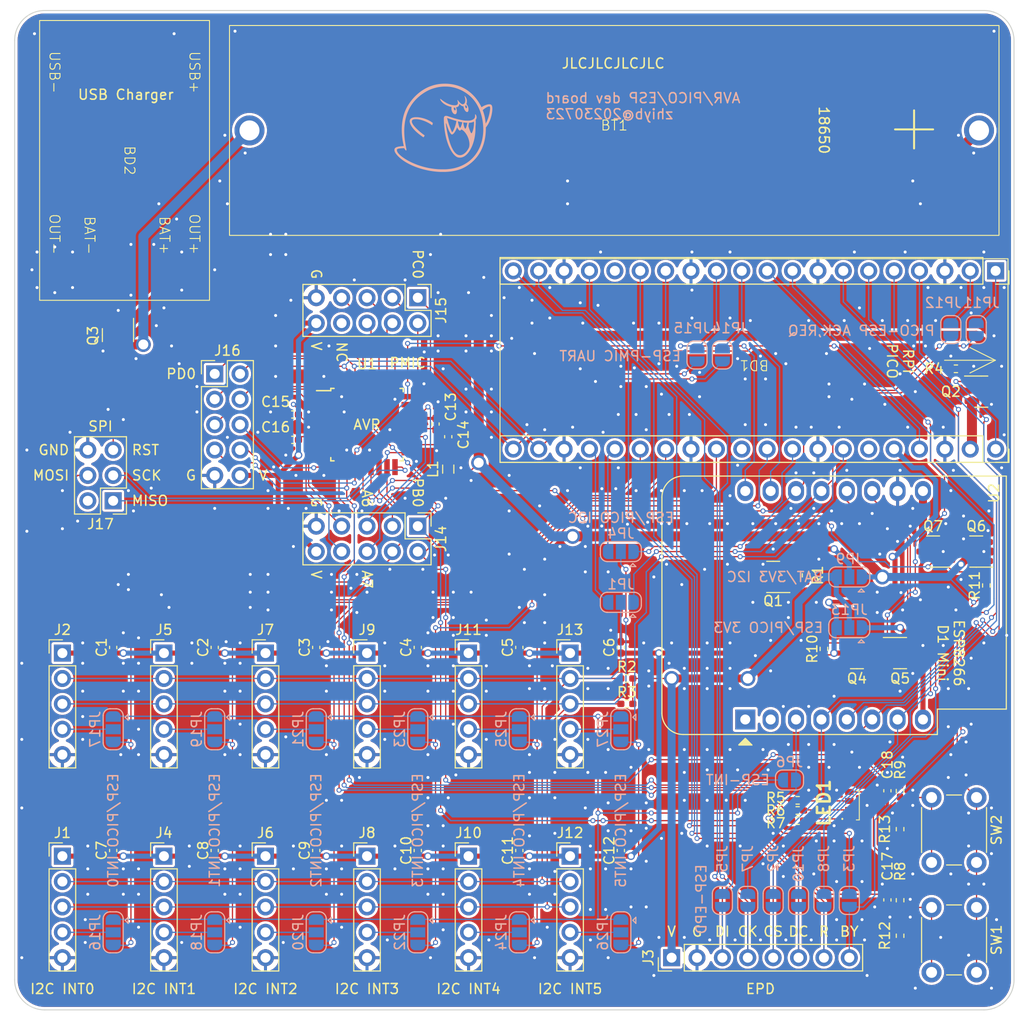
<source format=kicad_pcb>
(kicad_pcb (version 20221018) (generator pcbnew)
  (layers (0 "F.Cu" signal) (31 "B.Cu" signal) (34 "B.Paste" user) (35 "F.Paste" user) (36 "B.SilkS" user "B.Silkscreen") (37 "F.SilkS" user "F.Silkscreen") (38 "B.Mask" user) (39 "F.Mask" user) (44 "Edge.Cuts" user))
  (net 0 "")
  (net 1 "GND")
  (net 2 "+3V3")
  (net 3 "+BATT")
  (net 4 "AC0")
  (net 5 "AC1")
  (net 6 "AC2")
  (net 7 "AC3")
  (net 8 "AC4")
  (net 9 "AC5")
  (net 10 "AC6")
  (net 11 "AC7")
  (net 12 "AB0")
  (net 13 "AB1")
  (net 14 "AB2")
  (net 15 "AB3")
  (net 16 "AB4")
  (net 17 "AB5")
  (net 18 "AB6")
  (net 19 "AB7")
  (net 20 "AD3")
  (net 21 "AD4")
  (net 22 "AD5")
  (net 23 "AD6")
  (net 24 "AD7")
  (net 25 "AA6")
  (net 26 "AA7")
  (net 27 "AD0")
  (net 28 "AD1")
  (net 29 "AD2")
  (net 30 "Net-(BT1--)")
  (net 31 "Net-(U1-AVCC)")
  (net 32 "Net-(U1-AREF)")
  (net 33 "/PMIC/BAT+")
  (net 34 "/PMIC/BAT-")
  (net 37 "/ESP8266/ESP_3V3_EN")
  (net 38 "/ESP8266/ESP_3V3_OUT")
  (net 39 "/RPi Pico/EPD_RX")
  (net 40 "/VDD_SENSORS")
  (net 41 "SDA")
  (net 42 "SCL")
  (net 43 "Net-(J5-Pin_4)")
  (net 44 "Net-(J7-Pin_4)")
  (net 45 "Net-(J8-Pin_4)")
  (net 46 "Net-(J9-Pin_4)")
  (net 47 "Net-(J10-Pin_4)")
  (net 48 "Net-(J11-Pin_4)")
  (net 49 "/INT_ESP")
  (net 50 "/INT1")
  (net 51 "/INT2")
  (net 52 "/INT3")
  (net 53 "/INT4")
  (net 54 "/INT5")
  (net 55 "/INT0")
  (net 56 "/ESP_SDA")
  (net 57 "/PICO_SDA")
  (net 58 "/ESP_SCL")
  (net 59 "/PICO_SCL")
  (net 60 "/EN_SENSORS")
  (net 61 "Net-(Q4-S)")
  (net 62 "/ESP_ACK")
  (net 63 "/ESP_REQ")
  (net 64 "/PICO_3V3")
  (net 65 "/ESP_SCK")
  (net 66 "/ESP_MISO")
  (net 67 "/ESP_MOSI")
  (net 68 "/ESP_CS")
  (net 69 "/EPD_BUSY")
  (net 70 "/EPD_SCK")
  (net 71 "/EPD_TX")
  (net 72 "/EPD_CS")
  (net 73 "/EPD_DC")
  (net 74 "/EPD_RST")
  (net 75 "/ESP_RXD")
  (net 76 "/ESP_TXD")
  (net 77 "Net-(J12-Pin_4)")
  (net 78 "Net-(J13-Pin_4)")
  (net 81 "Net-(BD1-VSYS)")
  (net 82 "Net-(BD1-VBUS)")
  (net 85 "Net-(J1-Pin_4)")
  (net 86 "Net-(J2-Pin_4)")
  (net 87 "Net-(J4-Pin_4)")
  (net 88 "Net-(J6-Pin_4)")
  (net 90 "Net-(Q6-S)")
  (net 91 "Net-(Q7-D)")
  (net 92 "/ESP_GPIO0")
  (net 93 "/ESP_GPIO16")
  (net 94 "/ESP_GPIO2")
  (net 95 "Net-(LED1-K_GREEN)")
  (net 96 "Net-(LED1-K_BLUE)")
  (net 97 "Net-(LED1-K_RED)")
  (net 98 "Net-(JP9-C)")
  (net 99 "Net-(R12-Pad1)")
  (net 100 "Net-(R13-Pad1)")
  (footprint "Resistor_SMD:R_0402_1005Metric_Pad0.72x0.64mm_HandSolder" (layer "F.Cu") (at 201.2575 119.38)
    (fp_text reference "R3")
    (fp_text value "2k2")
  )
  (footprint "Capacitor_SMD:C_0402_1005Metric_Pad0.74x0.62mm_HandSolder" (layer "F.Cu") (at 167.8345 90.424 180)
    (fp_text reference "C15")
    (fp_text value "100n")
  )
  (footprint "Library:RPi-Pico-THT" (layer "F.Cu") (at 214 85 180)
    (fp_text reference "BD1")
    (fp_text value "~")
  )
  (footprint "Resistor_SMD:R_0402_1005Metric_Pad0.72x0.64mm_HandSolder" (layer "F.Cu") (at 228.6 131.9155 -90)
    (fp_text reference "R13")
    (fp_text value "10k")
  )
  (footprint "Capacitor_SMD:C_0402_1005Metric_Pad0.74x0.62mm_HandSolder" (layer "F.Cu") (at 149.86 134.0525 90)
    (fp_text reference "C7")
    (fp_text value "100n")
  )
  (footprint "Package_TO_SOT_SMD:SOT-23" (layer "F.Cu") (at 150.34 82.4825 -90)
    (fp_text reference "Q3")
    (fp_text value "DMG2302U")
  )
  (footprint "Capacitor_SMD:C_0402_1005Metric_Pad0.74x0.62mm_HandSolder" (layer "F.Cu") (at 170.18 134.0525 90)
    (fp_text reference "C9")
    (fp_text value "100n")
  )
  (footprint "Module:WEMOS_D1_mini_light" (layer "F.Cu") (at 213.11 120.945 90)
    (fp_text reference "U2")
    (fp_text value "WeMos_D1_mini")
  )
  (footprint "Capacitor_SMD:C_0402_1005Metric_Pad0.74x0.62mm_HandSolder" (layer "F.Cu") (at 227.33 128.0755 -90)
    (fp_text reference "C18")
    (fp_text value "100n")
  )
  (footprint "Connector_PinHeader_2.54mm:PinHeader_2x05_P2.54mm_Vertical" (layer "F.Cu") (at 180.34 101.6 -90)
    (fp_text reference "J14")
    (fp_text value "Conn_02x05_Odd_Even")
  )
  (footprint "Package_TO_SOT_SMD:SOT-23" (layer "F.Cu") (at 236.728 88.138)
    (fp_text reference "Q2")
    (fp_text value "DMG2301L")
  )
  (footprint "Capacitor_SMD:C_0402_1005Metric_Pad0.74x0.62mm_HandSolder" (layer "F.Cu") (at 190.5 113.7325 90)
    (fp_text reference "C5")
    (fp_text value "100n")
  )
  (footprint "Resistor_SMD:R_0402_1005Metric_Pad0.72x0.64mm_HandSolder" (layer "F.Cu") (at 218.3505 129.032)
    (fp_text reference "R5")
    (fp_text value "330R")
  )
  (footprint "Package_QFP:TQFP-32_7x7mm_P0.8mm" (layer "F.Cu") (at 175.26 91.44)
    (fp_text reference "U1")
    (fp_text value "ATmega168P-20A")
  )
  (footprint "Connector_PinHeader_2.54mm:PinHeader_1x05_P2.54mm_Vertical" (layer "F.Cu") (at 144.78 114.3)
    (fp_text reference "J2")
    (fp_text value "Conn_01x05_Pin")
  )
  (footprint "Capacitor_SMD:C_0402_1005Metric_Pad0.74x0.62mm_HandSolder" (layer "F.Cu") (at 180.34 134.0525 90)
    (fp_text reference "C10")
    (fp_text value "100n")
  )
  (footprint "Resistor_SMD:R_0402_1005Metric_Pad0.72x0.64mm_HandSolder" (layer "F.Cu") (at 218.3505 131.064)
    (fp_text reference "R7")
    (fp_text value "330R")
  )
  (footprint "Capacitor_SMD:C_0402_1005Metric_Pad0.74x0.62mm_HandSolder" (layer "F.Cu") (at 227.33 138.9975 -90)
    (fp_text reference "C17")
    (fp_text value "100n")
  )
  (footprint "Resistor_SMD:R_0402_1005Metric_Pad0.72x0.64mm_HandSolder" (layer "F.Cu") (at 219.202 106.5155 -90)
    (fp_text reference "R1")
    (fp_text value "10k")
  )
  (footprint "Resistor_SMD:R_0402_1005Metric_Pad0.72x0.64mm_HandSolder" (layer "F.Cu") (at 228.6 139.0275 90)
    (fp_text reference "R8")
    (fp_text value "10k")
  )
  (footprint "Connector_PinHeader_2.54mm:PinHeader_1x05_P2.54mm_Vertical" (layer "F.Cu") (at 195.58 114.3)
    (fp_text reference "J13")
    (fp_text value "Conn_01x05_Pin")
  )
  (footprint "Connector_PinHeader_2.54mm:PinHeader_2x05_P2.54mm_Vertical" (layer "F.Cu") (at 180.34 78.74 -90)
    (fp_text reference "J15")
    (fp_text value "Conn_02x05_Odd_Even")
  )
  (footprint "Button_Switch_THT:SW_PUSH_6mm" (layer "F.Cu") (at 236.25 128.75 -90)
    (fp_text reference "SW2")
    (fp_text value "SW_Push")
  )
  (footprint "Resistor_SMD:R_0402_1005Metric_Pad0.72x0.64mm_HandSolder" (layer "F.Cu") (at 218.3505 130.048)
    (fp_text reference "R6")
    (fp_text value "330R")
  )
  (footprint "Capacitor_SMD:C_0402_1005Metric_Pad0.74x0.62mm_HandSolder" (layer "F.Cu") (at 182.118 91.3805 -90)
    (fp_text reference "C13")
    (fp_text value "100n")
  )
  (footprint "Package_TO_SOT_SMD:SOT-23" (layer "F.Cu") (at 236.22 104.14 180)
    (fp_text reference "Q6")
    (fp_text value "DMG2301L")
  )
  (footprint "Capacitor_SMD:C_0402_1005Metric_Pad0.74x0.62mm_HandSolder" (layer "F.Cu") (at 170.18 113.7325 90)
    (fp_text reference "C3")
    (fp_text value "100n")
  )
  (footprint "Connector_PinHeader_2.54mm:PinHeader_1x05_P2.54mm_Vertical" (layer "F.Cu") (at 185.42 134.62)
    (fp_text reference "J10")
    (fp_text value "Conn_01x05_Pin")
  )
  (footprint "Package_TO_SOT_SMD:SOT-23" (layer "F.Cu") (at 215.9 106.68 180)
    (fp_text reference "Q1")
    (fp_text value "DMG2301L")
  )
  (footprint "Library:18650-Socket" (layer "F.Cu") (at 200 62)
    (fp_text reference "BT1")
    (fp_text value "18650-Socket")
  )
  (footprint "Resistor_SMD:R_0402_1005Metric_Pad0.72x0.64mm_HandSolder" (layer "F.Cu") (at 234.188 85.852)
    (fp_text reference "R4")
    (fp_text value "10k")
  )
  (footprint "Capacitor_SMD:C_0402_1005Metric_Pad0.74x0.62mm_HandSolder" (layer "F.Cu") (at 160.02 113.7325 90)
    (fp_text reference "C2")
    (fp_text value "100n")
  )
  (footprint "Capacitor_SMD:C_0402_1005Metric_Pad0.74x0.62mm_HandSolder" (layer "F.Cu") (at 200.66 134.0525 90)
    (fp_text reference "C12")
    (fp_text value "100n")
  )
  (footprint "Connector_PinHeader_2.54mm:PinHeader_1x05_P2.54mm_Vertical" (layer "F.Cu") (at 195.58 134.62)
    (fp_text reference "J12")
    (fp_text value "Conn_01x05_Pin")
  )
  (footprint "Connector_PinHeader_2.54mm:PinHeader_1x05_P2.54mm_Vertical" (layer "F.Cu") (at 185.42 114.3)
    (fp_text reference "J11")
    (fp_text value "Conn_01x05_Pin")
  )
  (footprint "Resistor_SMD:R_0402_1005Metric_Pad0.72x0.64mm_HandSolder" (layer "F.Cu") (at 220.98 113.8815 90)
    (fp_text reference "R10")
    (fp_text value "10k")
  )
  (footprint "Inductor_SMD:L_0805_2012Metric_Pad1.05x1.20mm_HandSolder" (layer "F.Cu") (at 183.388 95.892 -90)
    (fp_text reference "L1")
    (fp_text value "10u")
  )
  (footprint "Connector_PinHeader_2.54mm:PinHeader_2x03_P2.54mm_Vertical" (layer "F.Cu") (at 149.86 99.06 180)
    (fp_text reference "J17")
    (fp_text value "Conn_02x03_Odd_Even")
  )
  (footprint "Capacitor_SMD:C_0402_1005Metric_Pad0.74x0.62mm_HandSolder" (layer "F.Cu") (at 160.02 134.0525 90)
    (fp_text reference "C8")
    (fp_text value "100n")
  )
  (footprint "Resistor_SMD:R_0402_1005Metric_Pad0.72x0.64mm_HandSolder" (layer "F.Cu") (at 201.2575 116.84)
    (fp_text reference "R2")
    (fp_text value "2k2")
  )
  (footprint "Connector_PinHeader_2.54mm:PinHeader_1x05_P2.54mm_Vertical" (layer "F.Cu") (at 165.1 114.3)
    (fp_text reference "J7")
    (fp_text value "Conn_01x05_Pin")
  )
  (footprint "Capacitor_SMD:C_0402_1005Metric_Pad0.74x0.62mm_HandSolder" (layer "F.Cu") (at 200.66 113.7325 90)
    (fp_text reference "C6")
    (fp_text value "100n")
  )
  (footprint "Resistor_SMD:R_0402_1005Metric_Pad0.72x0.64mm_HandSolder" (layer "F.Cu") (at 228.6 128.1055 90)
    (fp_text reference "R9")
    (fp_text value "10k")
  )
  (footprint "Capacitor_SMD:C_0402_1005Metric_Pad0.74x0.62mm_HandSolder" (layer "F.Cu") (at 190.5 134.0525 90)
    (fp_text reference "C11")
    (fp_text value "100n")
  )
  (footprint "Package_TO_SOT_SMD:SOT-23" (layer "F.Cu") (at 224.282 114.3)
    (fp_text reference "Q4")
    (fp_text value "DMG2301L")
  )
  (footprint "Connector_PinHeader_2.54mm:PinHeader_1x05_P2.54mm_Vertical" (layer "F.Cu") (at 175.26 134.62)
    (fp_text reference "J8")
    (fp_text value "Conn_01x05_Pin")
  )
  (footprint "Connector_PinHeader_2.54mm:PinHeader_1x05_P2.54mm_Vertical" (layer "F.Cu") (at 154.94 134.62)
    (fp_text reference "J4")
    (fp_text value "Conn_01x05_Pin")
  )
  (footprint "Connector_PinHeader_2.54mm:PinHeader_1x05_P2.54mm_Vertical" (layer "F.Cu") (at 165.1 134.62)
    (fp_text reference "J6")
    (fp_text value "Conn_01x05_Pin")
  )
  (footprint "Connector_PinHeader_2.54mm:PinHeader_1x05_P2.54mm_Vertical" (layer "F.Cu") (at 154.94 114.3)
    (fp_text reference "J5")
    (fp_text value "Conn_01x05_Pin")
  )
  (footprint "Capacitor_SMD:C_0402_1005Metric_Pad0.74x0.62mm_HandSolder" (layer "F.Cu") (at 149.86 113.7325 90)
    (fp_text reference "C1")
    (fp_text value "100n")
  )
  (footprint "Connector_PinHeader_2.54mm:PinHeader_2x05_P2.54mm_Vertical" (layer "F.Cu") (at 160.02 86.36)
    (fp_text reference "J16")
    (fp_text value "Conn_02x05_Odd_Even")
  )
  (footprint "Package_TO_SOT_SMD:SOT-23" (layer "F.Cu") (at 228.6 114.3)
    (fp_text reference "Q5")
    (fp_text value "DMG2301L")
  )
  (footprint "Connector_PinHeader_2.54mm:PinHeader_1x05_P2.54mm_Vertical" (layer "F.Cu") (at 175.26 114.3)
    (fp_text reference "J9")
    (fp_text value "Conn_01x05_Pin")
  )
  (footprint "Resistor_SMD:R_0402_1005Metric_Pad0.72x0.64mm_HandSolder" (layer "F.Cu") (at 228.6 142.5835 -90)
    (fp_text reference "R12")
    (fp_text value "10k")
  )
  (footprint "Capacitor_SMD:C_0402_1005Metric_Pad0.74x0.62mm_HandSolder" (layer "F.Cu") (at 180.34 113.7325 90)
    (fp_text reference "C4")
    (fp_text value "100n")
  )
  (footprint "Package_TO_SOT_SMD:SOT-23" (layer "F.Cu") (at 231.902 104.14 180)
    (fp_text reference "Q7")
    (fp_text value "DMG2301L")
  )
  (footprint "Capacitor_SMD:C_0402_1005Metric_Pad0.74x0.62mm_HandSolder" (layer "F.Cu") (at 183.388 92.6505 90)
    (fp_text reference "C14")
    (fp_text value "100n")
  )
  (footprint "Button_Switch_THT:SW_PUSH_6mm" (layer "F.Cu") (at 236.25 139.75 -90)
    (fp_text reference "SW1")
    (fp_text value "SW_Push")
  )
  (footprint "Library:USB-Charger-Board" (layer "F.Cu") (at 151 65 -90)
    (fp_text reference "BD2")
    (fp_text value "USB Charger Board")
  )
  (footprint "Connector_PinHeader_2.54mm:PinHeader_1x08_P2.54mm_Vertical" (layer "F.Cu") (at 205.74 144.78 90)
    (fp_text reference "J3")
    (fp_text value "Conn_01x08_Pin")
  )
  (footprint "Capacitor_SMD:C_0402_1005Metric_Pad0.74x0.62mm_HandSolder" (layer "F.Cu") (at 167.8345 92.964 180)
    (fp_text reference "C16")
    (fp_text value "100n")
  )
  (footprint "Library:MSL0601RGBU1" (layer "F.Cu") (at 223.52 129.54 -90)
    (fp_text reference "LED1")
    (fp_text value "MSL0601RGBU1" hide)
  )
  (footprint "Connector_PinHeader_2.54mm:PinHeader_1x05_P2.54mm_Vertical" (layer "F.Cu") (at 144.78 134.62)
    (fp_text reference "J1")
    (fp_text value "Conn_01x05_Pin")
  )
  (footprint "Resistor_SMD:R_0402_1005Metric_Pad0.72x0.64mm_HandSolder" (layer "F.Cu") (at 237.236 107.5315 90)
    (fp_text reference "R11")
    (fp_text value "10k")
  )
  (footprint "Jumper:SolderJumper-2_P1.3mm_Open_RoundedPad1.0x1.5mm" (layer "B.Cu") (at 233.68 81.93 90)
    (fp_text reference "JP12")
    (fp_text value "SolderJumper_2_Open")
  )
  (footprint "Jumper:SolderJumper-3_P1.3mm_Open_RoundedPad1.0x1.5mm" (layer "B.Cu") (at 200.66 142.24 -90)
    (fp_text reference "JP26")
    (fp_text value "SolderJumper_3_Open")
  )
  (footprint "Jumper:SolderJumper-3_P1.3mm_Open_RoundedPad1.0x1.5mm" (layer "B.Cu") (at 200.66 104.14 180)
    (fp_text reference "JP4")
    (fp_text value "SolderJumper_3_Open")
  )
  (footprint "Jumper:SolderJumper-3_P1.3mm_Open_RoundedPad1.0x1.5mm" (layer "B.Cu") (at 160.02 142.24 -90)
    (fp_text reference "JP18")
    (fp_text value "SolderJumper_3_Open")
  )
  (footprint "Jumper:SolderJumper-2_P1.3mm_Open_RoundedPad1.0x1.5mm" (layer "B.Cu") (at 210.82 139.05 -90)
    (fp_text reference "JP5")
    (fp_text value "SolderJumper_2_Open")
  )
  (footprint "Jumper:SolderJumper-2_P1.3mm_Open_RoundedPad1.0x1.5mm" (layer "B.Cu") (at 218.44 139.05 -90)
    (fp_text reference "JP10")
    (fp_text value "SolderJumper_2_Open")
  )
  (footprint "Jumper:SolderJumper-2_P1.3mm_Open_RoundedPad1.0x1.5mm" (layer "B.Cu") (at 215.9 139.05 -90)
    (fp_text reference "JP2")
    (fp_text value "SolderJumper_2_Open")
  )
  (footprint "Jumper:SolderJumper-2_P1.3mm_Open_RoundedPad1.0x1.5mm" (layer "B.Cu") (at 208.28 84.47 -90)
    (fp_text reference "JP15")
    (fp_text value "SolderJumper_2_Open")
  )
  (footprint "Jumper:SolderJumper-3_P1.3mm_Open_RoundedPad1.0x1.5mm" (layer "B.Cu") (at 149.86 142.24 -90)
    (fp_text reference "JP16")
    (fp_text value "SolderJumper_3_Open")
  )
  (footprint "Jumper:SolderJumper-3_P1.3mm_Open_RoundedPad1.0x1.5mm" (layer "B.Cu") (at 223.52 111.76 180)
    (fp_text reference "JP13")
    (fp_text value "SolderJumper_3_Open")
  )
  (footprint "Jumper:SolderJumper-2_P1.3mm_Open_RoundedPad1.0x1.5mm" (layer "B.Cu") (at 217.536 127 180)
    (fp_text reference "JP6")
    (fp_text value "SolderJumper_2_Open")
  )
  (footprint "Jumper:SolderJumper-2_P1.3mm_Open_RoundedPad1.0x1.5mm" (layer "B.Cu") (at 220.98 139.05 -90)
    (fp_text reference "JP8")
    (fp_text value "SolderJumper_2_Open")
  )
  (footprint "Jumper:SolderJumper-3_P1.3mm_Open_RoundedPad1.0x1.5mm" (layer "B.Cu") (at 223.52 106.68 180)
    (fp_text reference "JP9")
    (fp_text value "SolderJumper_3_Open")
  )
  (footprint "Jumper:SolderJumper-3_P1.3mm_Open_RoundedPad1.0x1.5mm" (layer "B.Cu") (at 190.5 121.92 -90)
    (fp_text reference "JP25")
    (fp_text value "SolderJumper_3_Open")
  )
  (footprint "Jumper:SolderJumper-3_P1.3mm_Open_RoundedPad1.0x1.5mm" (layer "B.Cu") (at 180.34 121.92 -90)
    (fp_text reference "JP23")
    (fp_text value "SolderJumper_3_Open")
  )
  (footprint "LOGO" (layer "B.Cu") (at 182.88 61.722 180)
    (fp_text reference "" hide)
    (fp_text value "LOGO" hide)
  )
  (footprint "Jumper:SolderJumper-3_P1.3mm_Open_RoundedPad1.0x1.5mm" (layer "B.Cu") (at 200.66 109.22 180)
    (fp_text reference "JP1")
    (fp_text value "SolderJumper_3_Open")
  )
  (footprint "Jumper:SolderJumper-3_P1.3mm_Open_RoundedPad1.0x1.5mm" (layer "B.Cu") (at 200.66 121.92 -90)
    (fp_text reference "JP27")
    (fp_text value "SolderJumper_3_Open")
  )
  (footprint "Jumper:SolderJumper-3_P1.3mm_Open_RoundedPad1.0x1.5mm" (layer "B.Cu") (at 149.86 121.92 -90)
    (fp_text reference "JP17")
    (fp_text value "SolderJumper_3_Open")
  )
  (footprint "Jumper:SolderJumper-2_P1.3mm_Open_RoundedPad1.0x1.5mm" (layer "B.Cu") (at 210.82 84.47 -90)
    (fp_text reference "JP14")
    (fp_text value "SolderJumper_2_Open")
  )
  (footprint "Jumper:SolderJumper-3_P1.3mm_Open_RoundedPad1.0x1.5mm" (layer "B.Cu") (at 170.18 142.24 -90)
    (fp_text reference "JP20")
    (fp_text value "SolderJumper_3_Open")
  )
  (footprint "Jumper:SolderJumper-3_P1.3mm_Open_RoundedPad1.0x1.5mm" (layer "B.Cu") (at 170.18 121.92 -90)
    (fp_text reference "JP21")
    (fp_text value "SolderJumper_3_Open")
  )
  (footprint "LOGO" (layer "B.Cu") (at 182.88 61.722 180)
    (fp_text reference "" hide)
    (fp_text value "LOGO" hide)
  )
  (footprint "Jumper:SolderJumper-3_P1.3mm_Open_RoundedPad1.0x1.5mm" (layer "B.Cu") (at 180.34 142.24 -90)
    (fp_text reference "JP22")
    (fp_text value "SolderJumper_3_Open")
  )
  (footprint "Jumper:SolderJumper-3_P1.3mm_Open_RoundedPad1.0x1.5mm" (layer "B.Cu") (at 190.5 142.24 -90)
    (fp_text reference "JP24")
    (fp_text value "SolderJumper_3_Open")
  )
  (footprint "Jumper:SolderJumper-2_P1.3mm_Open_RoundedPad1.0x1.5mm" (layer "B.Cu") (at 236.22 81.93 90)
    (fp_text reference "JP11")
    (fp_text value "SolderJumper_2_Open")
  )
  (footprint "Jumper:SolderJumper-3_P1.3mm_Open_RoundedPad1.0x1.5mm" (layer "B.Cu") (at 160.02 121.92 -90)
    (fp_text reference "JP19")
    (fp_text value "SolderJumper_3_Open")
  )
  (footprint "Jumper:SolderJumper-2_P1.3mm_Open_RoundedPad1.0x1.5mm" (layer "B.Cu") (at 223.52 139.05 -90)
    (fp_text reference "JP3")
    (fp_text value "SolderJumper_2_Open")
  )
  (footprint "Jumper:SolderJumper-2_P1.3mm_Open_RoundedPad1.0x1.5mm" (layer "B.Cu") (at 213.36 139.05 -90)
    (fp_text reference "JP7")
    (fp_text value "SolderJumper_2_Open")
  )
  (gr_line (start 140 53) (end 140 147) (stroke (width 0.1)) (layer "Edge.Cuts"))
  (gr_line (start 240 147) (end 240 53) (stroke (width 0.1)) (layer "Edge.Cuts"))
  (gr_arc (start 237 50) (mid 239.12132 50.87868) (end 240 53) (stroke (width 0.1)) (layer "Edge.Cuts"))
  (gr_arc (start 240 147) (mid 239.12132 149.12132) (end 237 150) (stroke (width 0.1)) (layer "Edge.Cuts"))
  (gr_line (start 237 50) (end 143 50) (stroke (width 0.1)) (layer "Edge.Cuts"))
  (gr_line (start 143 150) (end 237 150) (stroke (width 0.1)) (layer "Edge.Cuts"))
  (gr_arc (start 140 53) (mid 140.87868 50.87868) (end 143 50) (stroke (width 0.1)) (layer "Edge.Cuts"))
  (gr_arc (start 143 150) (mid 140.87868 149.12132) (end 140 147) (stroke (width 0.1)) (layer "Edge.Cuts"))
  (gr_text "ESP/PICO INT1" (at 160.02 126.238 90) (layer "B.SilkS") (effects (font (size 1 1)) (justify left mirror)))
  (gr_text "ESP-EPD" (at 209.296 138.938 90) (layer "B.SilkS") (effects (font (size 1 1)) (justify bottom mirror)))
  (gr_text "ESP/PICO 3V3" (at 220.98 111.76) (layer "B.SilkS") (effects (font (size 1 1)) (justify left mirror)))
  (gr_text "ESP/PICO INT4" (at 190.5 126.238 90) (layer "B.SilkS") (effects (font (size 1 1)) (justify left mirror)))
  (gr_text "ESP/PICO I2C" (at 200.66 101.346) (layer "B.SilkS") (effects (font (size 1 1)) (justify bottom mirror)))
  (gr_text "ESP/PICO INT2" (at 170.18 126.238 90) (layer "B.SilkS") (effects (font (size 1 1)) (justify left mirror)))
  (gr_text "ESP-INT" (at 215.646 127) (layer "B.SilkS") (effects (font (size 1 1)) (justify left mirror)))
  (gr_text "BAT/3V3 I2C" (at 220.98 106.68) (layer "B.SilkS") (effects (font (size 1 1)) (justify left mirror)))
  (gr_text "ESP/PICO INT0" (at 149.86 126.238 90) (layer "B.SilkS") (effects (font (size 1 1)) (justify left mirror)))
  (gr_text "ESP-PMIC UART" (at 206.756 84.582) (layer "B.SilkS") (effects (font (size 1 1)) (justify left mirror)))
  (gr_text "ESP/PICO INT5" (at 200.66 126.238 90) (layer "B.SilkS") (effects (font (size 1 1)) (justify left mirror)))
  (gr_text "PICO-ESP ACK,REQ" (at 232.156 82.042) (layer "B.SilkS") (effects (font (size 1 1)) (justify left mirror)))
  (gr_text "AVR/PICO/ESP dev board\nzhiyb@20230723" (at 193.04 60.96) (layer "B.SilkS") (effects (font (size 1 1)) (justify right bottom mirror)))
  (gr_text "ESP/PICO INT3" (at 180.34 126.238 90) (layer "B.SilkS") (effects (font (size 1 1)) (justify left mirror)))
  (gr_text "JLCJLCJLCJLC" (at 199.898 55.88) (layer "F.SilkS") (effects (font (size 1 1)) (justify bottom)))
  (gr_text "EPD" (at 214.63 147.32) (layer "F.SilkS") (effects (font (size 1 1)) (justify top)))
  (gr_text "PB0" (at 180.34 99.822 -90) (layer "F.SilkS") (effects (font (size 1 1)) (justify right)))
  (gr_text "PD0" (at 158.242 86.36) (layer "F.SilkS") (effects (font (size 1 1)) (justify right)))
  (gr_text "NC" (at 172.72 83.058 270) (layer "F.SilkS") (effects (font (size 1 1)) (justify left)))
  (gr_text "PC0" (at 180.34 76.962 -90) (layer "F.SilkS") (effects (font (size 1 1)) (justify right)))
  (gr_text "RPi\nPICO" (at 228.6 85.09 270) (layer "F.SilkS") (effects (font (size 1 1))))
  (gr_text "V" (at 170.18 83.058 -90) (layer "F.SilkS") (effects (font (size 1 1)) (justify left)))
  (gr_text "USB Charger" (at 151.13 58.42) (layer "F.SilkS") (effects (font (size 1 1))))
  (gr_text "G" (at 170.18 99.822 -90) (layer "F.SilkS") (effects (font (size 1 1)) (justify right)))
  (gr_text "RST" (at 151.638 93.98) (layer "F.SilkS") (effects (font (size 1 1)) (justify left)))
  (gr_text "I2C INT2" (at 165.1 147.32) (layer "F.SilkS") (effects (font (size 1 1)) (justify top)))
  (gr_text "I2C INT1" (at 154.94 147.32) (layer "F.SilkS") (effects (font (size 1 1)) (justify top)))
  (gr_text "I2C INT3" (at 175.26 147.32) (layer "F.SilkS") (effects (font (size 1 1)) (justify top)))
  (gr_text "GND" (at 145.542 93.98) (layer "F.SilkS") (effects (font (size 1 1)) (justify right)))
  (gr_text "I2C INT4" (at 185.42 147.32) (layer "F.SilkS") (effects (font (size 1 1)) (justify top)))
  (gr_text "I2C INT5" (at 195.58 147.32) (layer "F.SilkS") (effects (font (size 1 1)) (justify top)))
  (gr_text "CK" (at 213.36 142.748) (layer "F.SilkS") (effects (font (size 1 1)) (justify bottom)))
  (gr_text "R" (at 220.98 142.748) (layer "F.SilkS") (effects (font (size 1 1)) (justify bottom)))
  (gr_text "I2C INT0" (at 144.78 147.32) (layer "F.SilkS") (effects (font (size 1 1)) (justify top)))
  (gr_text "V" (at 164.338 96.52) (layer "F.SilkS") (effects (font (size 1 1)) (justify left)))
  (gr_text "G" (at 208.28 142.748) (layer "F.SilkS") (effects (font (size 1 1)) (justify bottom)))
  (gr_text "BY" (at 223.52 142.748) (layer "F.SilkS") (effects (font (size 1 1)) (justify bottom)))
  (gr_text "V" (at 170.18 105.918 -90) (layer "F.SilkS") (effects (font (size 1 1)) (justify left)))
  (gr_text "G" (at 158.242 96.52) (layer "F.SilkS") (effects (font (size 1 1)) (justify right)))
  (gr_text "MOSI" (at 145.542 96.52) (layer "F.SilkS") (effects (font (size 1 1)) (justify right)))
  (gr_text "CS" (at 215.9 142.748) (layer "F.SilkS") (effects (font (size 1 1)) (justify bottom)))
  (gr_text "AVR" (at 175.26 91.44) (layer "F.SilkS") (effects (font (size 1 1))))
  (gr_text "ESP8266\nD1 Mini" (at 233.68 114.3 270) (layer "F.SilkS") (effects (font (size 1 1))))
  (gr_text "SCK" (at 151.638 96.52) (layer "F.SilkS") (effects (font (size 1 1)) (justify left)))
  (gr_text "SPI" (at 148.59 92.202) (layer "F.SilkS") (effects (font (size 1 1)) (justify bottom)))
  (gr_text "A6" (at 175.26 99.822 270) (layer "F.SilkS") (effects (font (size 1 1)) (justify right)))
  (gr_text "MISO" (at 151.638 99.06) (layer "F.SilkS") (effects (font (size 1 1)) (justify left)))
  (gr_text "A7" (at 175.26 105.918 270) (layer "F.SilkS") (effects (font (size 1 1)) (justify left)))
  (gr_text "DC" (at 218.44 142.748) (layer "F.SilkS") (effects (font (size 1 1)) (justify bottom)))
  (gr_text "PMIC" (at 179.324 85.852) (layer "F.SilkS") (effects (font (size 1 1)) (justify bottom)))
  (gr_text "18650" (at 220.98 61.976 270) (layer "F.SilkS") (effects (font (size 1 1))))
  (gr_text "DI" (at 210.82 142.748) (layer "F.SilkS") (effects (font (size 1 1)) (justify bottom)))
  (gr_text "V" (at 205.74 142.748) (layer "F.SilkS") (effects (font (size 1 1)) (justify bottom)))
  (gr_text "G" (at 170.18 76.962 -90) (layer "F.SilkS") (effects (font (size 1 1)) (justify right)))
  (via (at 224.536 101.346) (size 0.5) (drill 0.3) (layers "F.Cu" "B.Cu") (net 1))
  (via (at 193.04 108.458) (size 0.5) (drill 0.3) (layers "F.Cu" "B.Cu") (net 1))
  (via (at 145.796 74.168) (size 0.5) (drill 0.3) (layers "F.Cu" "B.Cu") (net 1))
  (via (at 195.834 91.694) (size 0.5) (drill 0.3) (layers "F.Cu" "B.Cu") (net 1))
  (via (at 181.356 128.778) (size 0.5) (drill 0.3) (layers "F.Cu" "B.Cu") (net 1))
  (via (at 157.48 133.604) (size 0.5) (drill 0.3) (layers "F.Cu" "B.Cu") (net 1))
  (via (at 204.724 98.044) (size 0.5) (drill 0.3) (layers "F.Cu" "B.Cu") (net 1))
  (via (at 230.632 69.342) (size 0.5) (drill 0.3) (layers "F.Cu" "B.Cu") (net 1))
  (via (at 193.548 80.772) (size 0.5) (drill 0.3) (layers "F.Cu" "B.Cu") (net 1))
  (via (at 200.66 85.598) (size 0.5) (drill 0.3) (layers "F.Cu" "B.Cu") (net 1))
  (via (at 166.116 83.566) (size 0.5) (drill 0.3) (layers "F.Cu" "B.Cu") (net 1))
  (via (at 190.5 109.728) (size 0.5) (drill 0.3) (layers "F.Cu" "B.Cu") (net 1))
  (via (at 232.156 81.026) (size 0.5) (drill 0.3) (layers "F.Cu" "B.Cu") (net 1))
  (via (at 195.326 67.056) (size 0.5) (drill 0.3) (layers "F.Cu" "B.Cu") (net 1))
  (via (at 175.514 93.98) (size 0.5) (drill 0.3) (layers "F.Cu" "B.Cu") (net 1))
  (via (at 183.388 104.486946) (size 0.5) (drill 0.3) (layers "F.Cu" "B.Cu") (net 1))
  (via (at 177.038 115.57) (size 0.5) (drill 0.3) (layers "F.Cu" "B.Cu") (net 1))
  (via (at 205.232 105.41) (size 0.5) (drill 0.3) (layers "F.Cu" "B.Cu") (net 1))
  (via (at 156.718 74.168) (size 0.5) (drill 0.3) (layers "F.Cu" "B.Cu") (net 1))
  (via (at 203.2 135.128) (size 0.5) (drill 0.3) (layers "F.Cu" "B.Cu") (net 1))
  (via (at 229.108 74.168) (size 0.5) (drill 0.3) (layers "F.Cu" "B.Cu") (net 1))
  (via (at 228.6 96.012) (size 0.5) (drill 0.3) (layers "F.Cu" "B.Cu") (net 1))
  (via (at 169.418 90.17) (size 0.5) (drill 0.3) (layers "F.Cu" "B.Cu") (net 1))
  (via (at 199.39 123.952) (size 0.5) (drill 0.3) (layers "F.Cu" "B.Cu") (net 1))
  (via (at 228.689229 108.244896) (size 0.5) (drill 0.3) (layers "F.Cu" "B.Cu") (net 1))
  (via (at 215.9 103.886) (size 0.5) (drill 0.3) (layers "F.Cu" "B.Cu") (net 1))
  (via (at 141.224 102.108) (size 0.5) (drill 0.3) (layers "F.Cu" "B.Cu") (net 1))
  (via (at 201.676 132.08) (size 0.5) (drill 0.3) (layers "F.Cu" "B.Cu") (net 1))
  (via (at 221.234 84.328) (size 0.5) (drill 0.3) (layers "F.Cu" "B.Cu") (net 1))
  (via (at 157.734 115.316) (size 0.5) (drill 0.3) (layers "F.Cu" "B.Cu") (net 1))
  (via (at 206.756 132.334) (size 0.5) (drill 0.3) (layers "F.Cu" "B.Cu") (net 1))
  (via (at 211.328 101.346) (size 0.5) (drill 0.3) (layers "F.Cu" "B.Cu") (net 1))
  (via (at 200.152 97.848931) (size 0.5) (drill 0.3) (layers "F.Cu" "B.Cu") (net 1))
  (via (at 193.04 91.948) (size 0.5) (drill 0.3) (layers "F.Cu" "B.Cu") (net 1))
  (via (at 182.372 89.154) (size 0.5) (drill 0.3) (layers "F.Cu" "B.Cu") (net 1))
  (via (at 146.304 101.092) (size 0.5) (drill 0.3) (layers "F.Cu" "B.Cu") (net 1))
  (via (at 203.454 116.078) (size 0.5) (drill 0.3) (layers "F.Cu" "B.Cu") (net 1))
  (via (at 168.148 96.52) (size 0.5) (drill 0.3) (layers "F.Cu" "B.Cu") (net 1))
  (via (at 221.488 87.376) (size 0.5) (drill 0.3) (layers "F.Cu" "B.Cu") (net 1))
  (via (at 185.166 87.884) (size 0.5) (drill 0.3) (layers "F.Cu" "B.Cu") (net 1))
  (via (at 201.676 135.89) (size 0.5) (drill 0.3) (layers "F.Cu" "B.Cu") (net 1))
  (via (at 224.536 79.756) (size 0.5) (drill 0.3) (layers "F.Cu" "B.Cu") (net 1))
  (via (at 193.04 113.284) (size 0.5) (drill 0.3) (layers "F.Cu" "B.Cu") (net 1))
  (via (at 162.56 115.316) (size 0.5) (drill 0.3) (layers "F.Cu" "B.Cu") (net 1))
  (via (at 198.12 87.122) (size 0.5) (drill 0.3) (layers "F.Cu" "B.Cu") (net 1))
  (via (at 182.372 78.232) (size 0.5) (drill 0.3) (layers "F.Cu" "B.Cu") (net 1))
  (via (at 197.612 135.89) (size 0.5) (drill 0.3) (layers "F.Cu" "B.Cu") (net 1))
  (via (at 226.568 104.394) (size 0.5) (drill 0.3) (layers "F.Cu" "B.Cu") (net 1))
  (via (at 211.582 113.284) (size 0.5) (drill 0.3) (layers "F.Cu" "B.Cu") (net 1))
  (via (at 145.796 77.724) (size 0.5) (drill 0.3) (layers "F.Cu" "B.Cu") (net 1))
  (via (at 235.712 121.412) (size 0.5) (drill 0.3) (layers "F.Cu" "B.Cu") (net 1))
  (via (at 171.45 83.566) (size 0.5) (drill 0.3) (layers "F.Cu" "B.Cu") (net 1))
  (via (at 227.838 130.302) (size 0.5) (drill 0.3) (layers "F.Cu" "B.Cu") (net 1))
  (via (at 230.632 108.966) (size 0.5) (drill 0.3) (layers "F.Cu" "B.Cu") (net 1))
  (via (at 232.918 91.694) (size 0.5) (drill 0.3) (layers "F.Cu" "B.Cu") (net 1))
  (via (at 225.298 129.54) (size 0.5) (drill 0.3) (layers "F.Cu" "B.Cu") (net 1))
  (via (at 227.33 126.238) (size 0.5) (drill 0.3) (layers "F.Cu" "B.Cu") (net 1))
  (via (at 231.394 77.724) (size 0.5) (drill 0.3) (layers "F.Cu" "B.Cu") (net 1))
  (via (at 162.56 124.46) (size 0.5) (drill 0.3) (layers "F.Cu" "B.Cu") (net 1))
  (via (at 209.296 133.604) (size 0.5) (drill 0.3) (layers "F.Cu" "B.Cu") (net 1))
  (via (at 191.516 132.588) (size 0.5) (drill 0.3) (layers "F.Cu" "B.Cu") (net 1))
  (via (at 233.934 96.012) (size 0.5) (drill 0.3) (layers "F.Cu" "B.Cu") (net 1))
  (via (at 208.539576 86.211959) (size 0.5) (drill 0.3) (layers "F.Cu" "B.Cu") (net 1))
  (via (at 181.356 112.268) (size 0.5) (drill 0.3) (layers "F.Cu" "B.Cu") (net 1))
  (via (at 209.296 115.824) (size 0.5) (drill 0.3) (layers "F.Cu" "B.Cu") (net 1))
  (via (at 194.564 103.632) (size 0.5) (drill 0.3) (layers "F.Cu" "B.Cu") (net 1))
  (via (at 150.368 80.01) (size 0.5) (drill 0.3) (layers "F.Cu" "B.Cu") (net 1))
  (via (at 204.47 81.28) (size 0.5) (drill 0.3) (layers "F.Cu" "B.Cu") (net 1))
  (via (at 235.712 114.808) (size 0.5) (drill 0.3) (layers "F.Cu" "B.Cu") (net 1))
  (via (at 187.706 87.884) (size 0.5) (drill 0.3) (layers "F.Cu" "B.Cu") (net 1))
  (via (at 182.223284 94.048106) (size 0.5) (drill 0.3) (layers "F.Cu" "B.Cu") (net 1))
  (via (at 237.744 129.794) (size 0.5) (drill 0.3) (layers "F.Cu" "B.Cu") (net 1))
  (via (at 173.649559 107.807536) (size 0.5) (drill 0.3) (layers "F.Cu" "B.Cu") (net 1))
  (via (at 214.884 123.952) (size 0.5) (drill 0.3) (layers "F.Cu" "B.Cu") (net 1))
  (via (at 203.454 123.952) (size 0.5) (drill 0.3) (layers "F.Cu" "B.Cu") (net 1))
  (via (at 183.134 98.806) (size 0.5) (drill 0.3) (layers "F.Cu" "B.Cu") (net 1))
  (via (at 153.924 73.406) (size 0.5) (drill 0.3) (layers "F.Cu" "B.Cu") (net 1))
  (via (at 213.106 129.032) (size 0.5) (drill 0.3) (layers "F.Cu" "B.Cu") (net 1))
  (via (at 226.822 81.026) (size 0.5) (drill 0.3) (layers "F.Cu" "B.Cu") (net 1))
  (via (at 183.896 121.412) (size 0.5) (drill 0.3) (layers "F.Cu" "B.Cu") (net 1))
  (via (at 199.644 112.014) (size 0.5) (drill 0.3) (layers "F.Cu" "B.Cu") (net 1))
  (via (at 200.406 90.424) (size 0.5) (drill 0.3) (layers "F.Cu" "B.Cu") (net 1))
  (via (at 187.198 112.522) (size 0.5) (drill 0.3) (layers "F.Cu" "B.Cu") (net 1))
  (via (at 171.196 135.89) (size 0.5) (drill 0.3) (layers "F.Cu" "B.Cu") (net 1))
  (via (at 232.918 104.14) (size 0.5) (drill 0.3) (layers "F.Cu" "B.Cu") (net 1))
  (via (at 179.07 98.806) (size 0.5) (drill 0.3) (layers "F.Cu" "B.Cu") (net 1))
  (via (at 233.426 126.746) (size 0.5) (drill 0.3) (layers "F.Cu" "B.Cu") (net 1))
  (via (at 150.876 115.316) (size 0.5) (drill 0.3) (layers "F.Cu" "B.Cu") (net 1))
  (via (at 197.358 122.936) (size 0.5) (drill 0.3) (layers "F.Cu" "B.Cu") (net 1))
  (via (at 217.17 85.344) (size 0.5) (drill 0.3) (layers "F.Cu" "B.Cu") (net 1))
  (via (at 235.712 80.264) (size 0.5) (drill 0.3) (layers "F.Cu" "B.Cu") (net 1))
  (via (at 183.896 108.204) (size 0.5) (drill 0.3) (layers "F.Cu" "B.Cu") (net 1))
  (via (at 152.4 138.43) (size 0.5) (drill 0.3) (layers "F.Cu" "B.Cu") (net 1))
  (via (at 203.962 146.558) (size 0.5) (drill 0.3) (layers "F.Cu" "B.Cu") (net 1))
  (via (at 215.9 132.334) (size 0.5) (drill 0.3) (layers "F.Cu" "B.Cu") (net 1))
  (via (at 187.706 92.71) (size 0.5) (drill 0.3) (layers "F.Cu" "B.Cu") (net 1))
  (via (at 197.104 106.172) (size 0.5) (drill 0.3) (layers "F.Cu" "B.Cu") (net 1))
  (via (at 197.612 139.954) (size 0.5) (drill 0.3) (layers "F.Cu" "B.Cu") (net 1))
  (via (at 233.426 107.696) (size 0.5) (drill 0.3) (layers "F.Cu" "B.Cu") (net 1))
  (via (at 186.944 76.708) (size 0.5) (drill 0.3) (layers "F.Cu" "B.Cu") (net 1))
  (via (at 194.056 122.936) (size 0.5) (drill 0.3) (layers "F.Cu" "B.Cu") (net 1))
  (via (at 195.326 98.044) (size 0.5) (drill 0.3) (layers "F.Cu" "B.Cu") (net 1))
  (via (at 197.358 115.824) (size 0.5) (drill 0.3) (layers "F.Cu" "B.Cu") (net 1))
  (via (at 221.488 125.73) (size 0.5) (drill 0.3) (layers "F.Cu" "B.Cu") (net 1))
  (via (at 221.488 88.646) (size 0.5) (drill 0.3) (layers "F.Cu" "B.Cu") (net 1))
  (via (at 191.77 81.28) (size 0.5) (drill 0.3) (layers "F.Cu" "B.Cu") (net 1))
  (via (at 196.596 95.758) (size 0.5) (drill 0.3) (layers "F.Cu" "B.Cu") (net 1))
  (via (at 230.124 147.828) (size 0.5) (drill 0.3) (layers "F.Cu" "B.Cu") (net 1))
  (via (at 147.32 138.43) (size 0.5) (drill 0.3) (layers "F.Cu" "B.Cu") (net 1))
  (via (at 197.612 133.604) (size 0.5) (drill 0.3) (layers "F.Cu" "B.Cu") (net 1))
  (via (at 230.124 88.138) (size 0.5) (drill 0.3) (layers "F.Cu" "B.Cu") (net 1))
  (via (at 221.996 133.096) (size 0.5) (drill 0.3) (layers "F.Cu" "B.Cu") (net 1))
  (via (at 162.56 138.43) (size 0.5) (drill 0.3) (layers "F.Cu" "B.Cu") (net 1))
  (via (at 223.266 96.012) (size 0.5) (drill 0.3) (layers "F.Cu" "B.Cu") (net 1))
  (via (at 172.72 138.43) (size 0.5) (drill 0.3) (layers "F.Cu" "B.Cu") (net 1))
  (via (at 219.456 119.634) (size 0.5) (drill 0.3) (layers "F.Cu" "B.Cu") (net 1))
  (via (at 229.616 140.716) (size 0.5) (drill 0.3) (layers "F.Cu" "B.Cu") (net 1))
  (via (at 174.244 106.426) (size 0.5) (drill 0.3) (layers "F.Cu" "B.Cu") (net 1))
  (via (at 154.94 79.756) (size 0.5) (drill 0.3) (layers "F.Cu" "B.Cu") (net 1))
  (via (at 238.76 95.758) (size 0.5) (drill 0.3) (layers "F.Cu" "B.Cu") (net 1))
  (via (at 182.88 131.572) (size 0.5) (drill 0.3) (layers "F.Cu" "B.Cu") (net 1))
  (via (at 224.536 125.73) (size 0.5) (drill 0.3) (layers "F.Cu" "B.Cu") (net 1))
  (via (at 158.242 87.63) (size 0.5) (drill 0.3) (layers "F.Cu" "B.Cu") (net 1))
  (via (at 182.626 72.39) (size 0.5) (drill 0.3) (layers "F.Cu" "B.Cu") (net 1))
  (via (at 171.704 108.204) (size 0.5) (drill 0.3) (layers "F.Cu" "B.Cu") (net 1))
  (via (at 187.198 122.936) (size 0.5) (drill 0.3) (layers "F.Cu" "B.Cu") (net 1))
  (via (at 229.87 116.332) (size 0.5) (drill 0.3) (layers "F.Cu" "B.Cu") (net 1))
  (via (at 204.724 101.346) (size 0.5) (drill 0.3) (layers "F.Cu" "B.Cu") (net 1))
  (via (at 165.354 98.044) (size 0.5) (drill 0.3) (layers "F.Cu" "B.Cu") (net 1))
  (via (at 160.02 75.946) (size 0.5) (drill 0.3) (layers "F.Cu" "B.Cu") (net 1))
  (via (at 203.2 91.948) (size 0.5) (drill 0.3) (layers "F.Cu" "B.Cu") (net 1))
  (via (at 211.582 117.856) (size 0.5) (drill 0.3) (layers "F.Cu" "B.Cu") (net 1))
  (via (at 192.532 99.568) (size 0.5) (drill 0.3) (layers "F.Cu" "B.Cu") (net 1))
  (via (at 171.704 109.982) (size 0.5) (drill 0.3) (layers "F.Cu" "B.Cu") (net 1))
  (via (at 150.876 138.43) (size 0.5) (drill 0.3) (layers "F.Cu" "B.Cu") (net 1))
  (via (at 223.774 88.9) (size 0.5) (drill 0.3) (layers "F.Cu" "B.Cu") (net 1))
  (via (at 234.95 102.87) (size 0.5) (drill 0.3) (layers "F.Cu" "B.Cu") (net 1))
  (via (at 232.664 142.748) (size 0.5) (drill 0.3) (layers "F.Cu" "B.Cu") (net 1))
  (via (at 221.996 123.444) (size 0.5) (drill 0.3) (layers "F.Cu" "B.Cu") (net 1))
  (via (at 227.33 133.858) (size 0.5) (drill 0.3) (layers "F.Cu" "B.Cu") (net 1))
  (via (at 198.882 92.202) (size 0.5) (drill 0.3) (layers "F.Cu" "B.Cu") (net 1))
  (via (at 171.196 118.11) (size 0.5) (drill 0.3) (layers "F.Cu" "B.Cu") (net 1))
  (via (at 152.4 118.11) (size 0.5) (drill 0.3) (layers "F.Cu" "B.Cu") (net 1))
  (via (at 161.036 138.43) (size 0.5) (drill 0.3) (layers "F.Cu" "B.Cu") (net 1))
  (via (at 235.966 85.598) (size 0.5) (drill 0.3) (layers "F.Cu" "B.Cu") (net 1))
  (via (at 235.458 144.526) (size 0.5) (drill 0.3) (layers "F.Cu" "B.Cu") (net 1))
  (via (at 218.44 101.346) (size 0.5) (drill 0.3) (layers "F.Cu" "B.Cu") (net 1))
  (via (at 193.04 104.902) (size 0.5) (drill 0.3) (layers "F.Cu" "B.Cu") (net 1))
  (via (at 235.204 126.492) (size 0.5) (drill 0.3) (layers "F.Cu" "B.Cu") (net 1))
  (via (at 150.876 112.268) (size 0.5) (drill 0.3) (layers "F.Cu" "B.Cu") (net 1))
  (via (at 151.384 107.95) (size 0.5) (drill 0.3) (layers "F.Cu" "B.Cu") (net 1))
  (via (at 205.74 113.284) (size 0.5) (drill 0.3) (layers "F.Cu" "B.Cu") (net 1))
  (via (at 167.64 78.994) (size 0.5) (drill 0.3) (layers "F.Cu" "B.Cu") (net 1))
  (via (at 201.93 81.28) (size 0.5) (drill 0.3) (layers "F.Cu" "B.Cu") (net 1))
  (via (at 225.806 100.33) (size 0.5) (drill 0.3) (layers "F.Cu" "B.Cu") (net 1))
  (via (at 196.596 79.248) (size 0.5) (drill 0.3) (layers "F.Cu" "B.Cu") (net 1))
  (via (at 237.744 89.408) (size 0.5) (drill 0.3) (layers "F.Cu" "B.Cu") (net 1))
  (via (at 183.896 115.57) (size 0.5) (drill 0.3) (layers "F.Cu" "B.Cu") (net 1))
  (via (at 162.56 135.89) (size 0.5) (drill 0.3) (layers "F.Cu" "B.Cu") (net 1))
  (via (at 161.036 118.11) (size 0.5) (drill 0.3) (layers "F.Cu" "B.Cu") (net 1))
  (via (at 187.198 110.998) (size 0.5) (drill 0.3) (layers "F.Cu" "B.Cu") (net 1))
  (via (at 197.358 101.6) (size 0.5) (drill 0.3) (layers "F.Cu" "B.Cu") (net 1))
  (via (at 154.178 81.534) (size 0.5) (drill 0.3) (layers "F.Cu" "B.Cu") (net 1))
  (via (at 207.01 115.824) (size 0.5) (drill 0.3) (layers "F.Cu" "B.Cu") (net 1))
  (via (at 189.738 82.804) (size 0.5) (drill 0.3) (layers "F.Cu" "B.Cu") (net 1))
  (via (at 162.56 118.11) (size 0.5) (drill 0.3) (layers "F.Cu" "B.Cu") (net 1))
  (via (at 165.918022 95.671559) (size 0.5) (drill 0.3) (layers "F.Cu" "B.Cu") (net 1))
  (via (at 215.138 91.44) (size 0.5) (drill 0.3) (layers "F.Cu" "B.Cu") (net 1))
  (via (at 197.104 129.794) (size 0.5) (drill 0.3) (layers "F.Cu" "B.Cu") (net 1))
  (via (at 207.01 129.032) (size 0.5) (drill 0.3) (layers "F.Cu" "B.Cu") (net 1))
  (via (at 226.314 108.204) (size 0.5) (drill 0.3) (layers "F.Cu" "B.Cu") (net 1))
  (via (at 201.676 139.7) (size 0.5) (drill 0.3) (layers "F.Cu" "B.Cu") (net 1))
  (via (at 224.79 133.096) (size 0.5) (drill 0.3) (layers "F.Cu" "B.Cu") (net 1))
  (via (at 151.892 100.076) (size 0.5) (drill 0.3) (layers "F.Cu" "B.Cu") (net 1))
  (via (at 161.161478 113.161055) (size 0.5) (drill 0.3) (layers "F.Cu" "B.Cu") (net 1))
  (via (at 166.116 86.614) (size 0.5) (drill 0.3) (layers "F.Cu" "B.Cu") (net 1))
  (via (at 193.294 141.732) (size 0.5) (drill 0.3) (layers "F.Cu" "B.Cu") (net 1))
  (via (at 141.224 93.98) (size 0.5) (drill 0.3) (layers "F.Cu" "B.Cu") (net 1))
  (via (at 178.054 135.89) (size 0.5) (drill 0.3) (layers "F.Cu" "B.Cu") (net 1))
  (via (at 161.036 124.46) (size 0.5) (drill 0.3) (layers "F.Cu" "B.Cu") (net 1))
  (via (at 152.4 124.46) (size 0.5) (drill 0.3) (layers "F.Cu" "B.Cu") (net 1))
  (via (at 221.742 100.076) (size 0.5) (drill 0.3) (layers "F.Cu" "B.Cu") (net 1))
  (via (at 216.916 136.652) (size 0.5) (drill 0.3) (layers "F.Cu" "B.Cu") (net 1))
  (via (at 228.6 86.36) (size 0.5) (drill 0.3) (layers "F.Cu" "B.Cu") (net 1))
  (via (at 165.354 99.822) (size 0.5) (drill 0.3) (layers "F.Cu" "B.Cu") (net 1))
  (via (at 182.88 141.986) (size 0.5) (drill 0.3) (layers "F.Cu" "B.Cu") (net 1))
  (via (at 215.138 86.868) (size 0.5) (drill 0.3) (layers "F.Cu" "B.Cu") (net 1))
  (via (at 225.298 146.558) (size 0.5) (drill 0.3) (layers "F.Cu" "B.Cu") (net 1))
  (via (at 218.186 96.266) (size 0.5) (drill 0.3) (layers "F.Cu" "B.Cu") (net 1))
  (via (at 238.76 85.598) (size 0.5) (drill 0.3) (layers "F.Cu" "B.Cu") (net 1))
  (via (at 177.292 143.002) (size 0.5) (drill 0.3) (layers "F.Cu" "B.Cu") (net 1))
  (via (at 146.812 120.65) (size 0.5) (drill 0.3) (layers "F.Cu" "B.Cu") (net 1))
  (via (at 160.02 99.822) (size 0.5) (drill 0.3) (layers "F.Cu" "B.Cu") (net 1))
  (via (at 199.39 115.824) (size 0.5) (drill 0.3) (layers "F.Cu" "B.Cu") (net 1))
  (via (at 155.956 52.324) (size 0.5) (drill 0.3) (layers "F.Cu" "B.Cu") (net 1))
  (via (at 182.019476 104.486946) (size 0.5) (drill 0.3) (layers "F.Cu" "B.Cu") (net 1))
  (via (at 217.424 123.444) (size 0.5) (drill 0.3) (layers "F.Cu" "B.Cu") (net 1))
  (via (at 146.812 122.936) (size 0.5) (drill 0.3) (layers "F.Cu" "B.Cu") (net 1))
  (via (at 223.774 124.206) (size 0.5) (drill 0.3) (layers "F.Cu" "B.Cu") (net 1))
  (via (at 209.042 105.918) (size 0.5) (drill 0.3) (layers "F.Cu" "B.Cu") (net 1))
  (via (at 212.344 95.504) (size 0.5) (drill 0.3) (layers "F.Cu" "B.Cu") (net 1))
  (via (at 169.164 99.822) (size 0.5) (drill 0.3) (layers "F.Cu" "B.Cu") (net 1))
  (via (at 217.678 99.822) (size 0.5) (drill 0.3) (layers "F.Cu" "B.Cu") (net 1))
  (via (at 174.752 100.076) (size 0.5) (drill 0.3) (layers "F.Cu" "B.Cu") (net 1))
  (via (at 173.99 76.962) (size 0.5) (drill 0.3) (layers "F.Cu" "B.Cu") (net 1))
  (via (at 175.26 108.204) (size 0.5) (drill 0.3) (layers "F.Cu" "B.Cu") (net 1))
  (via (at 219.71 143.002) (size 0.5) (drill 0.3) (layers "F.Cu" "B.Cu") (net 1))
  (via (at 226.314 110.236) (size 0.5) (drill 0.3) (layers "F.Cu" "B.Cu") (net 1))
  (via (at 227.076 89.408) (size 0.5) (drill 0.3) (layers "F.Cu" "B.Cu") (net 1))
  (via (at 228.6 118.11) (size 0.5) (drill 0.3) (layers "F.Cu" "B.Cu") (net 1))
  (via (at 163.068 64.262) (size 0.5) (drill 0.3) (layers "F.Cu" "B.Cu") (net 1))
  (via (at 183.896 112.522) (size 0.5) (drill 0.3) (layers "F.Cu" "B.Cu") (net 1))
  (via (at 199.39 144.78) (size 0.5) (drill 0.3) (layers "F.Cu" "B.Cu") (net 1))
  (via (at 191.262 91.44) (size 0.5) (drill 0.3) (layers "F.Cu" "B.Cu") (net 1))
  (via (at 182.372 84.074) (size 0.5) (drill 0.3) (layers "F.Cu" "B.Cu") (net 1))
  (via (at 167.894 135.89) (size 0.5) (drill 0.3) (layers "F.Cu" "B.Cu") (net 1))
  (via (at 206.248 85.598) (size 0.5) (drill 0.3) (layers "F.Cu" "B.Cu") (net 1))
  (via (at 236.982 113.284) (size 0.5) (drill 0.3) (layers "F.Cu" "B.Cu") (net 1))
  (via (at 152.4 141.732) (size 0.5) (drill 0.3) (layers "F.Cu" "B.Cu") (net 1))
  (via (at 216.154 101.346) (size 0.5) (drill 0.3) (layers "F.Cu" "B.Cu") (net 1))
  (via (at 236.982 104.14) (size 0.5) (drill 0.3) (layers "F.Cu" "B.Cu") (net 1))
  (via (at 220.472 101.346) (size 0.5) (drill 0.3) (layers "F.Cu" "B.Cu") (net 1))
  (via (at 229.616 101.6) (size 0.5) (drill 0.3) (layers "F.Cu" "B.Cu") (net 1))
  (via (at 146.812 118.11) (size 0.5) (drill 0.3) (layers "F.Cu" "B.Cu") (net 1))
  (via (at 187.706 82.55) (size 0.5) (drill 0.3) (layers "F.Cu" "B.Cu") (net 1))
  (via (at 156.21 70.866) (size 0.5) (drill 0.3) (layers "F.Cu" "B.Cu") (net 1))
  (via (at 194.056 136.144) (size 0.5) (drill 0.3) (layers "F.Cu" "B.Cu") (net 1))
  (via (at 147.066 143.256) (size 0.5) (drill 0.3) (layers "F.Cu" "B.Cu") (net 1))
  (via (at 158.242 90.17) (size 0.5) (drill 0.3) (layers "F.Cu" "B.Cu") (net 1))
  (via (at 165.608 74.422) (size 0.5) (drill 0.3) (layers "F.Cu" "B.Cu") (net 1))
  (via (at 150.876 118.11) (size 0.5) (drill 0.3) (layers "F.Cu" "B.Cu") (net 1))
  (via (at 187.452 143.002) (size 0.5) (drill 0.3) (layers "F.Cu" "B.Cu") (net 1))
  (via (at 170.942 86.614) (size 0.5) (drill 0.3) (layers "F.Cu" "B.Cu") (net 1))
  (via (at 152.4 115.316) (size 0.5) (drill 0.3) (layers "F.Cu" "B.Cu") (net 1))
  (via (at 187.706 80.518) (size 0.5) (drill 0.3) (layers "F.Cu" "B.Cu") (net 1))
  (via (at 229.362 81.026) (size 0.5) (drill 0.3) (layers "F.Cu" "B.Cu") (net 1))
  (via (at 172.466 100.076) (size 0.5) (drill 0.3) (layers "F.Cu" "B.Cu") (net 1))
  (via (at 182.88 85.852) (size 0.5) (drill 0.3) (layers "F.Cu" "B.Cu") (net 1))
  (via (at 226.314 127.508) (size 0.5) (drill 0.3) (layers "F.Cu" "B.Cu") (net 1))
  (via (at 219.456 123.444) (size 0.5) (drill 0.3) (layers "F.Cu" "B.Cu") (net 1))
  (via (at 177.038 122.936) (size 0.5) (drill 0.3) (layers "F.Cu" "B.Cu") (net 1))
  (via (at 193.548 77.724) (size 0.5) (drill 0.3) (layers "F.Cu" "B.Cu") (net 1))
  (via (at 209.55 101.346) (size 0.5) (drill 0.3) (layers "F.Cu" "B.Cu") (net 1))
  (via (at 234.442 62.484) (size 0.5) (drill 0.3) (layers "F.Cu" "B.Cu") (net 1))
  (via (at 150.368 107.442) (size 0.5) (drill 0.3) (layers "F.Cu" "B.Cu") (net 1))
  (via (at 181.356 126.746) (size 0.5) (drill 0.3) (layers "F.Cu" "B.Cu") (net 1))
  (via (at 189.484 104.394) (size 0.5) (drill 0.3) (layers "F.Cu" "B.Cu") (net 1))
  (via (at 171.196 115.57) (size 0.5) (drill 0.3) (layers "F.Cu" "B.Cu") (net 1))
  (via (at 162.56 133.604) (size 0.5) (drill 0.3) (layers "F.Cu" "B.Cu") (net 1))
  (via (at 230.886 113.538) (size 0.5) (drill 0.3) (layers "F.Cu" "B.Cu") (net 1))
  (via (at 146.812 115.316) (size 0.5) (drill 0.3) (layers "F.Cu" "B.Cu") (net 1))
  (via (at 229.87 129.54) (size 0.5) (drill 0.3) (layers "F.Cu" "B.Cu") (net 1))
  (via (at 239.014 92.456) (size 0.5) (drill 0.3) (layers "F.Cu" "B.Cu") (net 1))
  (via (at 212.344 125.984) (size 0.5) (drill 0.3) (layers "F.Cu" "B.Cu") (net 1))
  (via (at 190.5 77.724) (size 0.5) (drill 0.3) (layers "F.Cu" "B.Cu") (net 1))
  (via (at 203.2 139.7) (size 0.5) (drill 0.3) (layers "F.Cu" "B.Cu") (net 1))
  (via (at 191.516 117.856) (size 0.5) (drill 0.3) (layers "F.Cu" "B.Cu") (net 1))
  (via (at 191.008 111.252) (size 0.5) (drill 0.3) (layers "F.Cu" "B.Cu") (net 1))
  (via (at 208.788 98.044) (size 0.5) (drill 0.3) (layers "F.Cu" "B.Cu") (net 1))
  (via (at 216.916 119.634) (size 0.5) (drill 0.3) (layers "F.Cu" "B.Cu") (net 1))
  (via (at 239.268 112.522) (size 0.5) (drill 0.3) (layers "F.Cu" "B.Cu") (net 1))
  (via (at 233.68 98.044) (size 0.5) (drill 0.3) (layers "F.Cu" "B.Cu") (net 1))
  (via (at 189.484 96.52) (size 0.5) (drill 0.3) (layers "F.Cu" "B.Cu") (net 1))
  (via (at 196.85 81.28) (size 0.5) (drill 0.3) (layers "F.Cu" "B.Cu") (net 1))
  (via (at 207.01 123.952) (size 0.5) (drill 0.3) (layers "F.Cu" "B.Cu") (net 1))
  (via (at 144.018 78.232) (size 0.5) (drill 0.3) (layers "F.Cu" "B.Cu") (net 1))
  (via (at 202.011118 85.759727) (size 0.5) (drill 0.3) (layers "F.Cu" "B.Cu") (net 1))
  (via (at 160.528 67.056) (size 0.5) (drill 0.3) (layers "F.Cu" "B.Cu") (net 1))
  (via (at 152.146 84.836) (size 0.5) (drill 0.3) (layers "F.Cu" "B.Cu") (net 1))
  (via (at 191.516 128.778) (size 0.5) (drill 0.3) (layers "F.Cu" "B.Cu") (net 1))
  (via (at 191.516 124.46) (size 0.5) (drill 0.3) (layers "F.Cu" "B.Cu") (net 1))
  (via (at 161.036 115.316) (size 0.5) (drill 0.3) (layers "F.Cu" "B.Cu") (net 1))
  (via (at 150.876 90.932) (size 0.5) (drill 0.3) (layers "F.Cu" "B.Cu") (net 1))
  (via (at 172.72 133.604) (size 0.5) (drill 0.3) (layers "F.Cu" "B.Cu") (net 1))
  (via (at 229.87 99.822) (size 0.5) (drill 0.3) (layers "F.Cu" "B.Cu") (net 1))
  (via (at 229.362 91.694) (size 0.5) (drill 0.3) (layers "F.Cu" "B.Cu") (net 1))
  (via (at 172.72 135.89) (size 0.5) (drill 0.3) (layers "F.Cu" "B.Cu") (net 1))
  (via (at 218.186 91.694) (size 0.5) (drill 0.3) (layers "F.Cu" "B.Cu") (net 1))
  (via (at 224.79 137.16) (size 0.5) (drill 0.3) (layers "F.Cu" "B.Cu") (net 1))
  (via (at 209.296 113.284) (size 0.5) (drill 0.3) (layers "F.Cu" "B.Cu") (net 1))
  (via (at 232.918 113.538) (size 0.5) (drill 0.3) (layers "F.Cu" "B.Cu") (net 1))
  (via (at 198.761843 97.848931) (size 0.5) (drill 0.3) (layers "F.Cu" "B.Cu") (net 1))
  (via (at 171.196 124.46) (size 0.5) (drill 0.3) (layers "F.Cu" "B.Cu") (net 1))
  (via (at 228.854 109.982) (size 0.5) (drill 0.3) (layers "F.Cu" "B.Cu") (net 1))
  (via (at 219.964 136.398) (size 0.5) (drill 0.3) (layers "F.Cu" "B.Cu") (net 1))
  (via (at 182.88 135.89) (size 0.5) (drill 0.3) (layers "F.Cu" "B.Cu") (net 1))
  (via (at 199.39 117.856) (size 0.5) (drill 0.3) (layers "F.Cu" "B.Cu") (net 1))
  (via (at 177.038 118.11) (size 0.5) (drill 0.3) (layers "F.Cu" "B.Cu") (net 1))
  (via (at 163.576 108.204) (size 0.5) (drill 0.3) (layers "F.Cu" "B.Cu") (net 1))
  (via (at 238.252 140.97) (size 0.5) (drill 0.3) (layers "F.Cu" "B.Cu") (net 1))
  (via (at 167.132 122.682) (size 0.5) (drill 0.3) (layers "F.Cu" "B.Cu") (net 1))
  (via (at 236.982 77.724) (size 0.5) (drill 0.3) (layers "F.Cu" "B.Cu") (net 1))
  (via (at 204.724 132.842) (size 0.5) (drill 0.3) (layers "F.Cu" "B.Cu") (net 1))
  (via (at 233.426 121.666) (size 0.5) (drill 0.3) (layers "F.Cu" "B.Cu") (net 1))
  (via (at 171.196 129.032) (size 0.5) (drill 0.3) (layers "F.Cu" "B.Cu") (net 1))
  (via (at 211.582 80.772) (size 0.5) (drill 0.3) (layers "F.Cu" "B.Cu") (net 1))
  (via (at 181.356 131.572) (size 0.5) (drill 0.3) (layers "F.Cu" "B.Cu") (net 1))
  (via (at 150.876 135.89) (size 0.5) (drill 0.3) (layers "F.Cu" "B.Cu") (net 1))
  (via (at 235.458 137.414) (size 0.5) (drill 0.3) (layers "F.Cu" "B.Cu") (net 1))
  (via (at 222.25 140.97) (size 0.5) (drill 0.3) (layers "F.Cu" "B.Cu") (net 1))
  (via (at 201.322622 101.404556) (size 0.5) (drill 0.3) (layers "F.Cu" "B.Cu") (net 1))
  (via (at 222.25 128.016) (size 0.5) (drill 0.3) (layers "F.Cu" "B.Cu") (net 1))
  (via (at 209.296 123.952) (size 0.5) (drill 0.3) (layers "F.Cu" "B.Cu") (net 1))
  (via (at 187.706 84.074) (size 0.5) (drill 0.3) (layers "F.Cu" "B.Cu") (net 1))
  (via (at 147.32 135.89) (size 0.5) (drill 0.3) (layers "F.Cu" "B.Cu") (net 1))
  (via (at 191.516 135.89) (size 0.5) (drill 0.3) (layers "F.Cu" "B.Cu") (net 1))
  (via (at 191.516 115.57) (size 0.5) (drill 0.3) (layers "F.Cu" "B.Cu") (net 1))
  (via (at 203.2 87.63) (size 0.5) (drill 0.3) (layers "F.Cu" "B.Cu") (net 1))
  (via (at 147.066 140.97) (size 0.5) (drill 0.3) (layers "F.Cu" "B.Cu") (net 1))
  (via (at 211.328 105.41) (size 0.5) (drill 0.3) (layers "F.Cu" "B.Cu") (net 1))
  (via (at 203.962 106.68) (size 0.5) (drill 0.3) (layers "F.Cu" "B.Cu") (net 1))
  (via (at 197.104 103.632) (size 0.5) (drill 0.3) (layers "F.Cu" "B.Cu") (net 1))
  (via (at 213.106 86.868) (size 0.5) (drill 0.3) (layers "F.Cu" "B.Cu") (net 1))
  (via (at 213.614 81.026) (size 0.5) (drill 0.3) (layers "F.Cu" "B.Cu") (net 1))
  (via (at 233.68 124.46) (size 0.5) (drill 0.3) (layers "F.Cu" "B.Cu") (net 1))
  (via (at 140.716 122.936) (size 0.5) (drill 0.3) (layers "F.Cu" "B.Cu") (net 1))
  (via (at 198.628 74.168) (size 0.5) (drill 0.3) (layers "F.Cu" "B.Cu") (net 1))
  (via (at 165.354 106.426) (size 0.5) (drill 0.3) (layers "F.Cu" "B.Cu") (net 1))
  (via (at 185.166 84.074) (size 0.5) (drill 0.3) (layers "F.Cu" "B.Cu") (net 1))
  (via (at 156.718 77.978) (size 0.5) (drill 0.3) (layers "F.Cu" "B.Cu") (net 1))
  (via (at 199.39 106.172) (size 0.5) (drill 0.3) (layers "F.Cu" "B.Cu") (net 1))
  (via (at 229.957005 83.571466) (size 0.5) (drill 0.3) (layers "F.Cu" "B.Cu") (net 1))
  (via (at 198.374 79.502) (size 0.5) (drill 0.3) (layers "F.Cu" "B.Cu") (net 1))
  (via (at 207.01 142.748) (size 0.5) (drill 0.3) (layers "F.Cu" "B.Cu") (net 1))
  (via (at 196.596 85.852) (size 0.5) (drill 0.3) (layers "F.Cu" "B.Cu") (net 1))
  (via (at 182.88 138.43) (size 0.5) (drill 0.3) (layers "F.Cu" "B.Cu") (net 1))
  (via (at 174.244 110.236) (size 0.5) (drill 0.3) (layers "F.Cu" "B.Cu") (net 1))
  (via (at 234.696 106.934) (size 0.5) (drill 0.3) (layers "F.Cu" "B.Cu") (net 1))
  (via (at 237.40077 102.043866) (size 0.5) (drill 0.3) (layers "F.Cu" "B.Cu") (net 1))
  (via (at 152.4 135.89) (size 0.5) (drill 0.3) (layers "F.Cu" "B.Cu") (net 1))
  (via (at 142.24 74.168) (size 0.5) (drill 0.3) (layers "F.Cu" "B.Cu") (net 1))
  (via (at 185.166 82.55) (size 0.5) (drill 0.3) (layers "F.Cu" "B.Cu") (net 1))
  (via (at 178.054 88.9) (size 0.5) (drill 0.3) (layers "F.Cu" "B.Cu") (net 1))
  (via (at 211.582 74.168) (size 0.5) (drill 0.3) (layers "F.Cu" "B.Cu") (net 1))
  (via (at 183.896 118.11) (size 0.5) (drill 0.3) (layers "F.Cu" "B.Cu") (net 1))
  (via (at 222.25 143.002) (size 0.5) (drill 0.3) (layers "F.Cu" "B.Cu") (net 1))
  (via (at 177.546 91.948) (size 0.5) (drill 0.3) (layers "F.Cu" "B.Cu") (net 1))
  (via (at 151.384 106.426) (size 0.5) (drill 0.3) (layers "F.Cu" "B.Cu") (net 1))
  (via (at 197.358 126.238) (size 0.5) (drill 0.3) (layers "F.Cu" "B.Cu") (net 1))
  (via (at 171.704 106.426) (size 0.5) (drill 0.3) (layers "F.Cu" "B.Cu") (net 1))
  (via (at 182.88 133.604) (size 0.5) (drill 0.3) (layers "F.Cu" "B.Cu") (net 1))
  (via (at 165.608 72.39) (size 0.5) (drill 0.3) (layers "F.Cu" "B.Cu") (net 1))
  (via (at 163.576 106.426) (size 0.5) (drill 0.3) (layers "F.Cu" "B.Cu") (net 1))
  (via (at 207.264 101.346) (size 0.5) (drill 0.3) (layers "F.Cu" "B.Cu") (net 1))
  (via (at 234.696 77.724) (size 0.5) (drill 0.3) (layers "F.Cu" "B.Cu") (net 1))
  (via (at 217.424 109.22) (size 0.5) (drill 0.3) (layers "F.Cu" "B.Cu") (net 1))
  (via (at 207.772 80.772) (size 0.5) (drill 0.3) (layers "F.Cu" "B.Cu") (net 1))
  (via (at 204.724 88.392) (size 0.5) (drill 0.3) (layers "F.Cu" "B.Cu") (net 1))
  (via (at 162.56 141.732) (size 0.5) (drill 0.3) (layers "F.Cu" "B.Cu") (net 1))
  (via (at 199.39 129.286) (size 0.5) (drill 0.3) (layers "F.Cu" "B.Cu") (net 1))
  (via (at 181.61 144.78) (size 0.5) (drill 0.3) (layers "F.Cu" "B.Cu") (net 1))
  (via (at 221.996 118.618) (size 0.5) (drill 0.3) (layers "F.Cu" "B.Cu") (net 1))
  (via (at 213.106 91.44) (size 0.5) (drill 0.3) (layers "F.Cu" "B.Cu") (net 1))
  (via (at 207.518 90.424) (size 0.5) (drill 0.3) (layers "F.Cu" "B.Cu") (net 1))
  (via (at 154.432 69.342) (size 0.5) (drill 0.3) (layers "F.Cu" "B.Cu") (net 1))
  (via (at 231.14 83.566) (size 0.5) (drill 0.3) (layers "F.Cu" "B.Cu") (net 1))
  (via (at 164.338 92.202) (size 0.5) (drill 0.3) (layers "F.Cu" "B.Cu") (net 1))
  (via (at 235.966 64.262) (size 0.5) (drill 0.3) (layers "F.Cu" "B.Cu") (net 1))
  (via (at 207.01 117.856) (size 0.5) (drill 0.3) (layers "F.Cu" "B.Cu") (net 1))
  (via (at 166.116 80.518) (size 0.5) (drill 0.3) (layers "F.Cu" "B.Cu") (net 1))
  (via (at 226.822 137.414) (size 0.5) (drill 0.3) (layers "F.Cu" "B.Cu") (net 1))
  (via (at 156.464 85.344) (size 0.5) (drill 0.3) (layers "F.Cu" "B.Cu") (net 1))
  (via (at 187.706 90.17) (size 0.5) (drill 0.3) (layers "F.Cu" "B.Cu") (net 1))
  (via (at 200.66 87.63) (size 0.5) (drill 0.3) (layers "F.Cu" "B.Cu") (net 1))
  (via (at 237.998 52.07) (size 0.5) (drill 0.3) (layers "F.Cu" "B.Cu") (net 1))
  (via (at 225.552 83.82) (size 0.5) (drill 0.3) (layers "F.Cu" "B.Cu") (net 1))
  (via (at 239.014 77.724) (size 0.5) (drill 0.3) (layers "F.Cu" "B.Cu") (net 1))
  (via (at 214.63 84.582) (size 0.5) (drill 0.3) (layers "F.Cu" "B.Cu") (net 1))
  (via (at 211.582 123.952) (size 0.5) (drill 0.3) (layers "F.Cu" "B.Cu") (net 1))
  (via (at 140.716 144.78) (size 0.5) (drill 0.3) (layers "F.Cu" "B.Cu") (net 1))
  (via (at 162.56 121.412) (size 0.5) (drill 0.3) (layers "F.Cu" "B.Cu") (net 1))
  (via (at 181.61 74.422) (size 0.5) (drill 0.3) (layers "F.Cu" "B.Cu") (net 1))
  (via (at 204.47 142.748) (size 0.5) (drill 0.3) (layers "F.Cu" "B.Cu") (net 1))
  (via (at 181.864 108.204) (size 0.5) (drill 0.3) (layers "F.Cu" "B.Cu") (net 1))
  (via (at 171.196 138.43) (size 0.5) (drill 0.3) (layers "F.Cu" "B.Cu") (net 1))
  (via (at 154.686 108.458) (size 0.5) (drill 0.3) (layers "F.Cu" "B.Cu") (net 1))
  (via (at 184.15 126.492) (size 0.5) (drill 0.3) (layers "F.Cu" "B.Cu") (net 1))
  (via (at 180.985396 84.166017) (size 0.5) (drill 0.3) (layers "F.Cu" "B.Cu") (net 1))
  (via (at 211.582 98.552) (size 0.5) (drill 0.3) (layers "F.Cu" "B.Cu") (net 1))
  (via (at 151.638 73.406) (size 0.5) (drill 0.3) (layers "F.Cu" "B.Cu") (net 1))
  (via (at 219.456 128.016) (size 0.5) (drill 0.3) (layers "F.Cu" "B.Cu") (net 1))
  (via (at 185.166 90.17) (size 0.5) (drill 0.3) (layers "F.Cu" "B.Cu") (net 1))
  (via (at 187.198 115.57) (size 0.5) (drill 0.3) (layers "F.Cu" "B.Cu") (net 1))
  (via (at 172.72 129.032) (size 0.5) (drill 0.3) (layers "F.Cu" "B.Cu") (net 1))
  (via (at 161.036 135.89) (size 0.5) (drill 0.3) (layers "F.Cu" "B.Cu") (net 1))
  (via (at 203.2 129.286) (size 0.5) (drill 0.3) (layers "F.Cu" "B.Cu") (net 1))
  (via (at 205.486 90.424) (size 0.5) (drill 0.3) (layers "F.Cu" "B.Cu") (net 1))
  (via (at 219.964 96.266) (size 0.5) (drill 0.3) (layers "F.Cu" "B.Cu") (net 1))
  (via (at 167.132 72.39) (size 0.5) (drill 0.3) (layers "F.Cu" "B.Cu") (net 1))
  (via (at 198.746132 101.583014) (size 0.5) (drill 0.3) (layers "F.Cu" "B.Cu") (net 1))
  (via (at 177.546 105.918) (size 0.5) (drill 0.3) (layers "F.Cu" "B.Cu") (net 1))
  (via (at 162.052 52.07) (size 0.5) (drill 0.3) (layers "F.Cu" "B.Cu") (net 1))
  (via (at 228.346 103.124) (size 0.5) (drill 0.3) (layers "F.Cu" "B.Cu") (net 1))
  (via (at 144.78 98.044) (size 0.5) (drill 0.3) (layers "F.Cu" "B.Cu") (net 1))
  (via (at 221.996 131.572) (size 0.5) (drill 0.3) (layers "F.Cu" "B.Cu") (net 1))
  (via (at 192.024 84.328) (size 0.5) (drill 0.3) (layers "F.Cu" "B.Cu") (net 1))
  (via (at 235.204 123.19) (size 0.5) (drill 0.3) (layers "F.Cu" "B.Cu") (net 1))
  (via (at 227.584 123.19) (size 0.5) (drill 0.3) (layers "F.Cu" "B.Cu") (net 1))
  (via (at 155.448 109.728) (size 0.5) (drill 0.3) (layers "F.Cu" "B.Cu") (net 1))
  (via (at 209.296 125.984) (size 0.5) (drill 0.3) (layers "F.Cu" "B.Cu") (net 1))
  (via (at 165.608 90.17) (size 0.5) (drill 0.3) (layers "F.Cu" "B.Cu") (net 1))
  (via (at 235.458 130.302) (size 0.5) (drill 0.3) (layers "F.Cu" "B.Cu") (net 1))
  (via (at 141.732 75.946) (size 0.5) (drill 0.3) (layers "F.Cu" "B.Cu") (net 1))
  (via (at 170.942 96.52) (size 0.5) (drill 0.3) (layers "F.Cu" "B.Cu") (net 1))
  (via (at 229.87 67.056) (size 0.5) (drill 0.3) (layers "F.Cu" "B.Cu") (net 1))
  (via (at 214.122 114.554) (size 0.5) (drill 0.3) (layers "F.Cu" "B.Cu") (net 1))
  (via (at 183.388 128.778) (size 0.5) (drill 0.3) (layers "F.Cu" "B.Cu") (net 1))
  (via (at 181.356 118.11) (size 0.5) (drill 0.3) (layers "F.Cu" "B.Cu") (net 1))
  (via (at 181.356 138.43) (size 0.5) (drill 0.3) (layers "F.Cu" "B.Cu") (net 1))
  (via (at 234.188 109.982) (size 0.5) (drill 0.3) (layers "F.Cu" "B.Cu") (net 1))
  (via (at 194.056 128.778) (size 0.5) (drill 0.3) (layers "F.Cu" "B.Cu") (net 1))
  (via (at 233.172 101.346) (size 0.5) (drill 0.3) (layers "F.Cu" "B.Cu") (net 1))
  (via (at 165.354 108.204) (size 0.5) (drill 0.3) (layers "F.Cu" "B.Cu") (net 1))
  (via (at 169.418 91.694) (size 0.5) (drill 0.3) (layers "F.Cu" "B.Cu") (net 1))
  (via (at 161.29 92.71) (size 0.5) (drill 0.3) (layers "F.Cu" "B.Cu") (net 1))
  (via (at 151.384 98.044) (size 0.5) (drill 0.3) (layers "F.Cu" "B.Cu") (net 1))
  (via (at 209.296 129.032) (size 0.5) (drill 0.3) (layers "F.Cu" "B.Cu") (net 1))
  (via (at 145.542 92.202) (size 0.5) (drill 0.3) (layers "F.Cu" "B.Cu") (net 1))
  (via (at 211.209296 129.024877) (size 0.5) (drill 0.3) (layers "F.Cu" "B.Cu") (net 1))
  (via (at 199.39 132.08) (size 0.5) (drill 0.3) (layers "F.Cu" "B.Cu") (net 1))
  (via (at 185.674 108.204) (size 0.5) (drill 0.3) (layers "F.Cu" "B.Cu") (net 1))
  (via (at 167.386 99.822) (size 0.5) (drill 0.3) (layers "F.Cu" "B.Cu") (net 1))
  (via (at 233.68 136.398) (size 0.5) (drill 0.3) (layers "F.Cu" "B.Cu") (net 1))
  (via (at 171.349617 113.151295) (size 0.5) (drill 0.3) (layers "F.Cu" "B.Cu") (net 1))
  (via (at 203.342463 101.204045) (size 0.5) (drill 0.3) (layers "F.Cu" "B.Cu") (net 1))
  (via (at 181.864 110.744) (size 0.5) (drill 0.3) (layers "F.Cu" "B.Cu") (net 1))
  (via (at 237.49 100.076) (size 0.5) (drill 0.3) (layers "F.Cu" "B.Cu") (net 1))
  (via (at 197.358 117.856) (size 0.5) (drill 0.3) (layers "F.Cu" "B.Cu") (net 1))
  (via (at 219.964 99.822) (size 0.5) (drill 0.3) (layers "F.Cu" "B.Cu") (net 1))
  (via (at 225.044 87.376) (size 0.5) (drill 0.3) (layers "F.Cu" "B.Cu") (net 1))
  (via (at 195.326 69.342) (size 0.5) (drill 0.3) (layers "F.Cu" "B.Cu") (net 1))
  (via (at 174.498 126.746) (size 0.5) (drill 0.3) (layers "F.Cu" "B.Cu") (net 1))
  (via (at 201.676 125.73) (size 0.5) (drill 0.3) (layers "F.Cu" "B.Cu") (net 1))
  (via (at 204.47 85.344) (size 0.5) (drill 0.3) (layers "F.Cu" "B.Cu") (net 1))
  (via (at 218.694 113.03) (size 0.5) (drill 0.3) (layers "F.Cu" "B.Cu") (net 1))
  (via (at 161.29 69.342) (size 0.5) (drill 0.3) (layers "F.Cu" "B.Cu") (net 1))
  (via (at 236.982 74.168) (size 0.5) (drill 0.3) (layers "F.Cu" "B.Cu") (net 1))
  (via (at 179.07 76.962) (size 0.5) (drill 0.3) (layers "F.Cu" "B.Cu") (net 1))
  (via (at 225.044 143.002) (size 0.5) (drill 0.3) (layers "F.Cu" "B.Cu") (net 1))
  (via (at 172.974 90.17) (size 0.5) (drill 0.3) (layers "F.Cu" "B.Cu") (net 1))
  (via (at 167.132 94.488) (size 0.5) (drill 0.3) (layers "F.Cu" "B.Cu") (net 1))
  (via (at 191.77 78.994) (size 0.5) (drill 0.3) (layers "F.Cu" "B.Cu") (net 1))
  (via (at 203.454 117.602) (size 0.5) (drill 0.3) (layers "F.Cu" "B.Cu") (net 1))
  (via (at 207.772 74.168) (size 0.5) (drill 0.3) (layers "F.Cu" "B.Cu") (net 1))
  (via (at 194.056 132.334) (size 0.5) (drill 0.3) (layers "F.Cu" "B.Cu") (net 1))
  (via (at 144.018 73.66) (size 0.5) (drill 0.3) (layers "F.Cu" "B.Cu") (net 1))
  (via (at 202.184 90.424) (size 0.5) (drill 0.3) (layers "F.Cu" "B.Cu") (net 1))
  (via (at 237.744 134.366) (size 0.5) (drill 0.3) (layers "F.Cu" "B.Cu") (net 1))
  (via (at 178.054 133.604) (size 0.5) (drill 0.3) (layers "F.Cu" "B.Cu") (net 1))
  (via (at 149.352 89.916) (size 0.5) (drill 0.3) (layers "F.Cu" "B.Cu") (net 1))
  (via (at 165.354 109.982) (size 0.5) (drill 0.3) (layers "F.Cu" "B.Cu") (net 1))
  (via (at 194.056 138.43) (size 0.5) (drill 0.3) (layers "F.Cu" "B.Cu") (net 1))
  (via (at 156.718 143.256) (size 0.5) (drill 0.3) (layers "F.Cu" "B.Cu") (net 1))
  (via (at 229.87 128.016) (size 0.5) (drill 0.3) (layers "F.Cu" "B.Cu") (net 1))
  (via (at 172.72 141.732) (size 0.5) (drill 0.3) (layers "F.Cu" "B.Cu") (net 1))
  (via (at 192.024 144.78) (size 0.5) (drill 0.3) (layers "F.Cu" "B.Cu") (net 1))
  (via (at 167.894 103.632) (size 0.5) (drill 0.3) (layers "F.Cu" "B.Cu") (net 1))
  (via (at 141.986 52.324) (size 0.5) (drill 0.3) (layers "F.Cu" "B.Cu") (net 1))
  (via (at 217.424 110.744) (size 0.5) (drill 0.3) (layers "F.Cu" "B.Cu") (net 1))
  (via (at 215.646 113.03) (size 0.5) (drill 0.3) (layers "F.Cu" "B.Cu") (net 1))
  (via (at 215.392 125.984) (size 0.5) (drill 0.3) (layers "F.Cu" "B.Cu") (net 1))
  (via (at 153.67 97.79) (size 0.5) (drill 0.3) (layers "F.Cu" "B.Cu") (net 1))
  (via (at 236.982 137.414) (size 0.5) (drill 0.3) (layers "F.Cu" "B.Cu") (net 1))
  (via (at 235.458 133.604) (size 0.5) (drill 0.3) (layers "F.Cu" "B.Cu") (net 1))
  (via (at 209.296 117.856) (size 0.5) (drill 0.3) (layers "F.Cu" "B.Cu") (net 1))
  (via (at 197.612 143.002) (size 0.5) (drill 0.3) (layers "F.Cu" "B.Cu") (net 1))
  (via (at 191.516 126.238) (size 0.5) (drill 0.3) (layers "F.Cu" "B.Cu") (net 1))
  (via (at 147.32 133.604) (size 0.5) (drill 0.3) (layers "F.Cu" "B.Cu") (net 1))
  (via (at 219.456 125.73) (size 0.5) (drill 0.3) (layers "F.Cu" "B.Cu") (net 1))
  (via (at 167.894 133.604) (size 0.5) (drill 0.3) (layers "F.Cu" "B.Cu") (net 1))
  (via (at 188.976 78.74) (size 0.5) (drill 0.3) (layers "F.Cu" "B.Cu") (net 1))
  (via (at 181.356 135.89) (size 0.5) (drill 0.3) (layers "F.Cu" "B.Cu") (net 1))
  (via (at 226.06 139.7) (size 0.5) (drill 0.3) (layers "F.Cu" "B.Cu") (net 1))
  (via (at 180.848 105.918) (size 0.5) (drill 0.3) (layers "F.Cu" "B.Cu") (net 1))
  (via (at 191.516 138.43) (size 0.5) (drill 0.3) (layers "F.Cu" "B.Cu") (net 1))
  (via (at 227.584 140.716) (size 0.5) (drill 0.3) (layers "F.Cu" "B.Cu") (net 1))
  (via (at 163.576 109.728) (size 0.5) (drill 0.3) (layers "F.Cu" "B.Cu") (net 1))
  (via (at 219.71 91.694) (size 0.5) (drill 0.3) (layers "F.Cu" "B.Cu") (net 1))
  (via (at 184.658 95.758) (size 0.5) (drill 0.3) (layers "F.Cu" "B.Cu") (net 1))
  (via (at 194.056 126.238) (size 0.5) (drill 0.3) (layers "F.Cu" "B.Cu") (net 1))
  (via (at 224.79 140.97) (size 0.5) (drill 0.3) (layers "F.Cu" "B.Cu") (net 1))
  (via (at 224.028 74.168) (size 0.5) (drill 0.3) (layers "F.Cu" "B.Cu") (net 1))
  (via (at 152.4 121.92) (size 0.5) (drill 0.3) (layers "F.Cu" "B.Cu") (net 1))
  (via (at 222.758 101.346) (size 0.5) (drill 0.3) (layers "F.Cu" "B.Cu") (net 1))
  (via (at 216.916 133.604) (size 0.5) (drill 0.3) (layers "F.Cu" "B.Cu") (net 1))
  (via (at 161.036 62.484) (size 0.5) (drill 0.3) (layers "F.Cu" "B.Cu") (net 1))
  (via (at 199.136 135.89) (size 0.5) (drill 0.3) (layers "F.Cu" "B.Cu") (net 1))
  (via (at 193.04 111.252) (size 0.5) (drill 0.3) (layers "F.Cu" "B.Cu") (net 1))
  (via (at 177.038 113.284) (size 0.5) (drill 0.3) (layers "F.Cu" "B.Cu") (net 1))
  (via (at 217.17 143.002) (size 0.5) (drill 0.3) (layers "F.Cu" "B.Cu") (net 1))
  (via (at 227.33 101.854) (size 0.5) (drill 0.3) (layers "F.Cu" "B.Cu") (net 1))
  (via (at 235.458 117.856) (size 0.5) (drill 0.3) (layers "F.Cu" "B.Cu") (net 1))
  (via (at 205.486 115.316) (size 0.5) (drill 0.3) (layers "F.Cu" "B.Cu") (net 1))
  (via (at 162.56 113.284) (size 0.5) (drill 0.3) (layers "F.Cu" "B.Cu") (net 1))
  (via (at 202.184 98.044) (size 0.5) (drill 0.3) (layers "F.Cu" "B.Cu") (net 1))
  (via (at 209.55 143.002) (size 0.5) (drill 0.3) (layers "F.Cu" "B.Cu") (net 1))
  (via (at 222.25 137.16) (size 0.5) (drill 0.3) (layers "F.Cu" "B.Cu") (net 1))
  (via (at 155.702 83.566) (size 0.5) (drill 0.3) (layers "F.Cu" "B.Cu") (net 1))
  (via (at 185.42 78.232) (size 0.5) (drill 0.3) (layers "F.Cu" "B.Cu") (net 1))
  (via (at 157.734 113.284) (size 0.5) (drill 0.3) (layers "F.Cu" "B.Cu") (net 1))
  (via (at 212.344 84.836) (size 0.5) (drill 0.3) (layers "F.Cu" "B.Cu") (net 1))
  (via (at 207.772 77.978) (size 0.5) (drill 0.3) (layers "F.Cu" "B.Cu") (net 1))
  (via (at 214.63 143.002) (size 0.5) (drill 0.3) (layers "F.Cu" "B.Cu") (net 1))
  (via (at 237.744 147.828) (size 0.5) (drill 0.3) (layers "F.Cu" "B.Cu") (net 1))
  (via (at 216.154 84.328) (size 0.5) (drill 0.3) (layers "F.Cu" "B.Cu") (net 1))
  (via (at 167.132 74.422) (size 0.5) (drill 0.3) (layers "F.Cu" "B.Cu") (net 1))
  (via (at 193.802 115.57) (size 0.5) (drill 0.3) (layers "F.Cu" "B.Cu") (net 1))
  (via (at 189.484 100.076) (size 0.5) (drill 0.3) (layers "F.Cu" "B.Cu") (net 1))
  (via (at 212.598 133.604) (size 0.5) (drill 0.3) (layers "F.Cu" "B.Cu") (net 1))
  (via (at 203.2 131.826) (size 0.5) (drill 0.3) (layers "F.Cu" "B.Cu") (net 1))
  (via (at 157.48 135.636) (size 0.5) (drill 0.3) (layers "F.Cu" "B.Cu") (net 1))
  (via (at 211.582 115.824) (size 0.5) (drill 0.3) (layers "F.Cu" "B.Cu") (net 1))
  (via (at 187.198 118.11) (size 0.5) (drill 0.3) (layers "F.Cu" "B.Cu") (net 1))
  (via (at 146.812 113.284) (size 0.5) (drill 0.3) (layers "F.Cu" "B.Cu") (net 1))
  (via (at 150.622 124.46) (size 0.5) (drill 0.3) (layers "F.Cu" "B.Cu") (net 1))
  (via (at 233.68 84.582) (size 0.5) (drill 0.3) (layers "F.Cu" "B.Cu") (net 1))
  (via (at 142.24 77.724) (size 0.5) (drill 0.3) (layers "F.Cu" "B.Cu") (net 1))
  (via (at 200.406 95.758) (size 0.5) (drill 0.3) (layers "F.Cu" "B.Cu") (net 1))
  (via (at 206.756 107.442) (size 0.5) (drill 0.3) (layers "F.Cu" "B.Cu") (net 1))
  (via (at 233.426 117.856) (size 0.5) (drill 0.3) (layers "F.Cu" "B.Cu") (net 1))
  (via (at 219.456 81.026) (size 0.5) (drill 0.3) (layers "F.Cu" "B.Cu") (net 1))
  (via (at 220.218 133.096) (size 0.5) (drill 0.3) (layers "F.Cu" "B.Cu") (net 1))
  (via (at 144.78 101.854) (size 0.5) (drill 0.3) (layers "F.Cu" "B.Cu") (net 1))
  (via (at 181.356 115.57) (size 0.5) (drill 0.3) (layers "F.Cu" "B.Cu") (net 1))
  (via (at 180.200579 95.116831) (size 0.5) (drill 0.3) (layers "F.Cu" "B.Cu") (net 1))
  (via (at 234.95 100.584) (size 0.5) (drill 0.3) (layers "F.Cu" "B.Cu") (net 1))
  (via (at 237.998 82.55) (size 0.5) (drill 0.3) (layers "F.Cu" "B.Cu") (net 1))
  (via (at 229.616 138.938) (size 0.5) (drill 0.3) (layers "F.Cu" "B.Cu") (net 1))
  (via (at 205.486 101.346) (size 0.5) (drill 0.3) (layers "F.Cu" "B.Cu") (net 1))
  (via (at 229.87 136.398) (size 0.5) (drill 0.3) (layers "F.Cu" "B.Cu") (net 1))
  (via (at 166.878 143.256) (size 0.5) (drill 0.3) (layers "F.Cu" "B.Cu") (net 1))
  (via (at 140.716 129.794) (size 0.5) (drill 0.3) (layers "F.Cu" "B.Cu") (net 1))
  (via (at 199.136 139.954) (size 0.5) (drill 0.3) (layers "F.Cu" "B.Cu") (net 1))
  (via (at 207.01 98.044) (size 0.5) (drill 0.3) (layers "F.Cu" "B.Cu") (net 1))
  (via (at 181.356 124.46) (size 0.5) (drill 0.3) (layers "F.Cu" "B.Cu") (net 1))
  (via (at 202.946 113.284) (size 0.5) (drill 0.3) (layers "F.Cu" "B.Cu") (net 1))
  (via (at 212.09 143.002) (size 0.5) (drill 0.3) (layers "F.Cu" "B.Cu") (net 1))
  (via (at 213.868 109.22) (size 0.5) (drill 0.3) (layers "F.Cu" "B.Cu") (net 1))
  (via (at 208.534 88.646) (size 0.5) (drill 0.3) (layers "F.Cu" "B.Cu") (net 1))
  (via (at 152.4 112.776) (size 0.5) (drill 0.3) (layers "F.Cu" "B.Cu") (net 1))
  (via (at 199.136 126.238) (size 0.5) (drill 0.3) (layers "F.Cu" "B.Cu") (net 1))
  (via (at 213.868 101.346) (size 0.5) (drill 0.3) (layers "F.Cu" "B.Cu") (net 1))
  (via (at 193.04 117.856) (size 0.5) (drill 0.3) (layers "F.Cu" "B.Cu") (net 1))
  (via (at 214.884 135.382) (size 0.5) (drill 0.3) (layers "F.Cu" "B.Cu") (net 1))
  (via (at 172.72 88.646) (size 0.5) (drill 0.3) (layers "F.Cu" "B.Cu") (net 1))
  (via (at 151.638 78.486) (size 0.5) (drill 0.3) (layers "F.Cu" "B.Cu") (net 1))
  (via (at 223.012 81.026) (size 0.5) (drill 0.3) (layers "F.Cu" "B.Cu") (net 1))
  (via (at 182.372 82.55) (size 0.5) (drill 0.3) (layers "F.Cu" "B.Cu") (net 1))
  (via (at 191.008 105.918) (size 0.5) (drill 0.3) (layers "F.Cu" "B.Cu") (net 1))
  (via (at 180.959536 87.353438) (size 0.5) (drill 0.3) (layers "F.Cu" "B.Cu") (net 1))
  (via (at 220.218 109.22) (size 0.5) (drill 0.3) (layers "F.Cu" "B.Cu") (net 1))
  (via (at 220.472 104.902) (size 0.5) (drill 0.3) (layers "F.Cu" "B.Cu") (net 1))
  (via (at 185.674 97.028) (size 0.5) (drill 0.3) (layers "F.Cu" "B.Cu") (net 1))
  (via (at 183.896 110.744) (size 0.5) (drill 0.3) (layers "F.Cu" "B.Cu") (net 1))
  (via (at 173.228 93.98) (size 0.5) (drill 0.3) (layers "F.Cu" "B.Cu") (net 1))
  (via (at 228.854 124.714) (size 0.5) (drill 0.3) (layers "F.Cu" "B.Cu") (net 1))
  (via (at 148.844 84.074) (size 0.5) (drill 0.3) (layers "F.Cu" "B.Cu") (net 1))
  (via (at 207.01 126.238) (size 0.5) (drill 0.3) (layers "F.Cu" "B.Cu") (net 1))
  (via (at 214.884 105.41) (size 0.5) (drill 0.3) (layers "F.Cu" "B.Cu") (net 1))
  (via (at 222.504 91.694) (size 0.5) (drill 0.3) (layers "F.Cu" "B.Cu") (net 1))
  (via (at 215.646 116.078) (size 0.5) (drill 0.3) (layers "F.Cu" "B.Cu") (net 1))
  (via (at 140.716 115.316) (size 0.5) (drill 0.3) (layers "F.Cu" "B.Cu") (net 1))
  (segment (start 201.855 116.84) (end 205.74 116.84) (width 0.127) (layer "F.Cu") (net 2))
  (segment (start 213.36 116.84) (end 205.74 116.84) (width 0.8) (layer "F.Cu") (net 2))
  (segment (start 201.855 119.38) (end 201.855 116.84) (width 0.127) (layer "F.Cu") (net 2))
  (via (at 205.74 116.84) (size 1.5) (drill 1) (layers "F.Cu" "B.Cu") (net 2))
  (via (at 213.36 116.84) (size 1.5) (drill 1) (layers "F.Cu" "B.Cu") (net 2))
  (segment (start 218.44 111.76) (end 218.44 109.22) (width 0.8) (layer "B.Cu") (net 2))
  (segment (start 218.44 109.22) (end 220.98 106.68) (width 0.8) (layer "B.Cu") (net 2))
  (segment (start 205.74 116.84) (end 205.74 144.78) (width 0.8) (layer "B.Cu") (net 2))
  (segment (start 222.22 106.68) (end 222.22 108.428) (width 0.508) (layer "B.Cu") (net 2))
  (segment (start 223.52 109.728) (end 223.52 111.76) (width 0.508) (layer "B.Cu") (net 2))
  (segment (start 220.98 106.68) (end 222.22 106.68) (width 0.8) (layer "B.Cu") (net 2))
  (segment (start 213.36 116.84) (end 218.44 111.76) (width 0.8) (layer "B.Cu") (net 2))
  (segment (start 222.22 108.428) (end 223.52 109.728) (width 0.508) (layer "B.Cu") (net 2))
  (segment (start 229.489 137.16) (end 234.34 137.16) (width 0.127) (layer "F.Cu") (net 3))
  (segment (start 169.018 91.04) (end 168.402 90.424) (width 0.127) (layer "F.Cu") (net 3))
  (segment (start 236.25 146.25) (end 236.25 139.75) (width 0.127) (layer "F.Cu") (net 3))
  (segment (start 203.708 102.616) (end 195.834 102.616) (width 1) (layer "F.Cu") (net 3))
  (segment (start 225.933 129.159) (end 225.933 133.604) (width 0.127) (layer "F.Cu") (net 3))
  (segment (start 186.436 95.25) (end 186.436 77.724) (width 1) (layer "F.Cu") (net 3))
  (segment (start 184.644 97.042) (end 186.436 95.25) (width 0.127) (layer "F.Cu") (net 3))
  (segment (start 223.52 128.19) (end 224.964 128.19) (width 0.127) (layer "F.Cu") (net 3))
  (segment (start 166.37 96.52) (end 162.56 96.52) (width 0.508) (layer "F.Cu") (net 3))
  (segment (start 237.236 108.129) (end 236.145 109.22) (width 0.127) (layer "F.Cu") (net 3))
  (segment (start 235.2825 104.8235) (end 234.696 105.41) (width 0.8) (layer "F.Cu") (net 3))
  (segment (start 236.25 128.75) (end 234.315 126.815) (width 0.127) (layer "F.Cu") (net 3))
  (segment (start 234.315 122.936) (end 234.315 111.05) (width 0.127) (layer "F.Cu") (net 3))
  (segment (start 182.118 73.406) (end 166.37 73.406) (width 1) (layer "F.Cu") (net 3))
  (segment (start 236.145 109.22) (end 235.966 109.22) (width 0.127) (layer "F.Cu") (net 3))
  (segment (start 225.933 133.604) (end 229.489 137.16) (width 0.127) (layer "F.Cu") (net 3))
  (segment (start 170.18 104.14) (end 166.37 100.33) (width 0.508) (layer "F.Cu") (net 3))
  (segment (start 222.758 102.616) (end 203.708 102.616) (width 1) (layer "F.Cu") (net 3))
  (segment (start 168.402 89.916) (end 167.894 89.408) (width 0.127) (layer "F.Cu") (net 3))
  (segment (start 170.18 81.28) (end 168.402 81.28) (width 0.508) (layer "F.Cu") (net 3))
  (segment (start 234.315 126.815) (end 234.315 122.936) (width 0.127) (layer "F.Cu") (net 3))
  (segment (start 185.166 76.454) (end 191.262 82.55) (width 1) (layer "F.Cu") (net 3))
  (segment (start 168.402 90.424) (end 168.402 89.916) (width 0.127) (layer "F.Cu") (net 3))
  (segment (start 235.2825 104.14) (end 235.2825 104.8235) (width 0.8) (layer "F.Cu") (net 3))
  (segment (start 171.01 92.64) (end 168.726 92.64) (width 0.127) (layer "F.Cu") (net 3))
  (segment (start 168.402 81.28) (end 166.37 79.248) (width 0.508) (layer "F.Cu") (net 3))
  (segment (start 224.964 128.19) (end 225.933 129.159) (width 0.127) (layer "F.Cu") (net 3))
  (segment (start 166.37 100.33) (end 166.37 96.52) (width 0.508) (layer "F.Cu") (net 3))
  (segment (start 171.01 91.04) (end 169.018 91.04) (width 0.127) (layer "F.Cu") (net 3))
  (segment (start 226.822 106.68) (end 222.758 102.616) (width 1) (layer "F.Cu") (net 3))
  (segment (start 236.25 139.75) (end 236.25 135.25) (width 0.127) (layer "F.Cu") (net 3))
  (segment (start 168.726 92.64) (end 168.402 92.964) (width 0.127) (layer "F.Cu") (net 3))
  (segment (start 166.37 79.248) (end 166.37 73.406) (width 0.508) (layer "F.Cu") (net 3))
  (segment (start 186.436 77.724) (end 185.166 76.454) (width 1) (layer "F.Cu") (net 3))
  (segment (start 160.594 73.406) (end 158 76) (width 1) (layer "F.Cu") (net 3))
  (segment (start 166.37 73.406) (end 162.306 73.406) (width 1) (layer "F.Cu") (net 3))
  (segment (start 236.22 82.55) (end 191.262 82.55) (width 1) (layer "F.Cu") (net 3))
  (segment (start 182.118 73.406) (end 185.166 76.454) (width 1) (layer "F.Cu") (net 3))
  (segment (start 236.25 135.25) (end 236.25 128.75) (width 0.127) (layer "F.Cu") (net 3))
  (segment (start 162.306 73.406) (end 160.594 73.406) (width 1) (layer "F.Cu") (net 3))
  (segment (start 166.37 96.52) (end 168.402 94.488) (width 0.508) (layer "F.Cu") (net 3))
  (segment (start 168.402 92.964) (end 168.402 94.488) (width 0.127) (layer "F.Cu") (net 3))
  (segment (start 237.6655 83.9955) (end 236.22 82.55) (width 1) (layer "F.Cu") (net 3))
  (segment (start 237.6655 88.138) (end 237.6655 83.9955) (width 1) (layer "F.Cu") (net 3))
  (segment (start 234.34 137.16) (end 236.25 135.25) (width 0.127) (layer "F.Cu") (net 3))
  (segment (start 183.388 97.042) (end 184.644 97.042) (width 0.127) (layer "F.Cu") (net 3))
  (segment (start 234.315 111.05) (end 236.145 109.22) (width 0.127) (layer "F.Cu") (net 3))
  (via (at 234.696 105.41) (size 0.762) (drill 0.508) (layers "F.Cu" "B.Cu") (net 3))
  (via (at 226.822 106.68) (size 1.5) (drill 1) (layers "F.Cu" "B.Cu") (net 3))
  (via (at 168.402 94.488) (size 0.762) (drill 0.508) (layers "F.Cu" "B.Cu") (net 3))
  (via (at 167.894 89.408) (size 0.5) (drill 0.3) (layers "F.Cu" "B.Cu") (net 3))
  (via (at 186.436 95.25) (size 1.5) (drill 1) (layers "F.Cu" "B.Cu") (net 3))
  (via (at 235.966 109.22) (size 0.5) (drill 0.3) (layers "F.Cu" "B.Cu") (net 3))
  (via (at 195.834 102.616) (size 1.5) (drill 1) (layers "F.Cu" "B.Cu") (net 3))
  (segment (start 168.402 91.948) (end 168.402 83.058) (width 0.508) (layer "B.Cu") (net 3))
  (segment (start 234.696 105.41) (end 233.426 106.68) (width 0.8) (layer "B.Cu") (net 3))
  (segment (start 195.834 102.616) (end 193.802 102.616) (width 1) (layer "B.Cu") (net 3))
  (segment (start 224.82 106.68) (end 226.822 106.68) (width 0.508) (layer "B.Cu") (net 3))
  (segment (start 193.802 102.616) (end 186.436 95.25) (width 1) (layer "B.Cu") (net 3))
  (segment (start 235.966 109.22) (end 233.426 106.68) (width 0.127) (layer "B.Cu") (net 3))
  (segment (start 167.894 89.408) (end 168.402 89.408) (width 0.127) (layer "B.Cu") (net 3))
  (segment (start 168.402 83.058) (end 170.18 81.28) (width 0.508) (layer "B.Cu") (net 3))
  (segment (start 168.402 94.488) (end 168.402 89.408) (width 0.508) (layer "B.Cu") (net 3))
  (segment (start 233.426 106.68) (end 226.822 106.68) (width 0.8) (layer "B.Cu") (net 3))
  (segment (start 180.816 89.44) (end 181.61 88.646) (width 0.127) (layer "F.Cu") (net 4))
  (segment (start 179.51 89.44) (end 180.816 89.44) (width 0.127) (layer "F.Cu") (net 4))
  (segment (start 181.61 80.01) (end 180.34 78.74) (width 0.127) (layer "F.Cu") (net 4))
  (segment (start 181.61 88.646) (end 181.61 80.01) (width 0.127) (layer "F.Cu") (net 4))
  (segment (start 179.51 88.64) (end 180.34 87.81) (width 0.127) (layer "F.Cu") (net 5))
  (segment (start 180.34 87.81) (end 180.34 81.28) (width 0.127) (layer "F.Cu") (net 5))
  (segment (start 178.06 83.56) (end 178.06 87.19) (width 0.127) (layer "F.Cu") (net 6))
  (segment (start 178.06 83.56) (end 179.07 82.55) (width 0.127) (layer "F.Cu") (net 6))
  (segment (start 179.07 80.01) (end 179.07 82.55) (width 0.127) (layer "F.Cu") (net 6))
  (segment (start 177.8 78.74) (end 179.07 80.01) (width 0.127) (layer "F.Cu") (net 6))
  (segment (start 177.26 81.82) (end 177.26 87.19) (width 0.127) (layer "F.Cu") (net 7))
  (segment (start 177.8 81.28) (end 177.26 81.82) (width 0.127) (layer "F.Cu") (net 7))
  (segment (start 176.53 80.01) (end 176.53 82.55) (width 0.127) (layer "F.Cu") (net 8))
  (segment (start 175.26 78.74) (end 176.53 80.01) (width 0.127) (layer "F.Cu") (net 8))
  (segment (start 176.46 82.62) (end 176.53 82.55) (width 0.127) (layer "F.Cu") (net 8))
  (segment (start 176.46 82.62) (end 176.46 87.19) (width 0.127) (layer "F.Cu") (net 8))
  (segment (start 175.26 81.28) (end 175.66 81.68) (width 0.127) (layer "F.Cu") (net 9))
  (segment (start 175.66 81.68) (end 175.66 87.19) (width 0.127) (layer "F.Cu") (net 9))
  (segment (start 172.72 78.74) (end 173.99 80.01) (width 0.127) (layer "F.Cu") (net 10))
  (segment (start 173.99 82.55) (end 174.86 83.42) (width 0.127) (layer "F.Cu") (net 10))
  (segment (start 149.86 90.678) (end 149.86 93.98) (width 0.127) (layer "F.Cu") (net 10))
  (segment (start 174.86 85.344) (end 174.86 87.19) (width 0.127) (layer "F.Cu") (net 10))
  (segment (start 174.86 85.344) (end 174.098 84.582) (width 0.127) (layer "F.Cu") (net 10))
  (segment (start 174.098 84.582) (end 155.956 84.582) (width 0.127) (layer "F.Cu") (net 10))
  (segment (start 174.86 83.42) (end 174.86 85.344) (width 0.127) (layer "F.Cu") (net 10))
  (segment (start 155.956 84.582) (end 149.86 90.678) (width 0.127) (layer "F.Cu") (net 10))
  (segment (start 173.99 80.01) (end 173.99 82.55) (width 0.127) (layer "F.Cu") (net 10))
  (segment (start 213.36 131.064) (end 220.726 138.43) (width 0.127) (layer "F.Cu") (net 12))
  (segment (start 228.6 138.43) (end 227.33 138.43) (width 0.127) (layer "F.Cu") (net 12))
  (segment (start 179.832 97.028) (end 182.372 99.568) (width 0.127) (layer "F.Cu") (net 12))
  (segment (start 203.708 131.064) (end 213.36 131.064) (width 0.127) (layer "F.Cu") (net 12))
  (segment (start 220.726 138.43) (end 227.33 138.43) (width 0.127) (layer "F.Cu") (net 12))
  (segment (start 177.8 97.028) (end 179.832 97.028) (width 0.127) (layer "F.Cu") (net 12))
  (segment (start 198.882 131.064) (end 197.866 131.064) (width 0.127) (layer "F.Cu") (net 12))
  (segment (start 174.86 95.69) (end 174.86 98.152) (width 0.127) (layer "F.Cu") (net 12))
  (segment (start 182.626 130.048) (end 182.626 111.252) (width 0.127) (layer "F.Cu") (net 12))
  (segment (start 174.86 98.152) (end 175.768 99.06) (width 0.127) (layer "F.Cu") (net 12))
  (via (at 182.626 111.252) (size 0.5) (drill 0.3) (layers "F.Cu" "B.Cu") (net 12))
  (via (at 177.8 97.028) (size 0.5) (drill 0.3) (layers "F.Cu" "B.Cu") (net 12))
  (via (at 175.768 99.06) (size 0.5) (drill 0.3) (layers "F.Cu" "B.Cu") (net 12))
  (via (at 198.882 131.064) (size 0.5) (drill 0.3) (layers "F.Cu" "B.Cu") (net 12))
  (via (at 182.626 130.048) (size 0.5) (drill 0.3) (layers "F.Cu" "B.Cu") (net 12))
  (via (at 203.708 131.064) (size 0.5) (drill 0.3) (layers "F.Cu" "B.Cu") (net 12))
  (via (at 182.372 99.568) (size 0.5) (drill 0.3) (layers "F.Cu" "B.Cu") (net 12))
  (via (at 197.866 131.064) (size 0.5) (drill 0.3) (layers "F.Cu" "B.Cu") (net 12))
  (segment (start 182.626 111.252) (end 182.626 103.886) (width 0.127) (layer "B.Cu") (net 12))
  (segment (start 203.708 131.064) (end 198.882 131.064) (width 0.127) (layer "B.Cu") (net 12))
  (segment (start 183.642 131.064) (end 197.866 131.064) (width 0.127) (layer "B.Cu") (net 12))
  (segment (start 182.626 130.048) (end 183.642 131.064) (width 0.127) (layer "B.Cu") (net 12))
  (segment (start 182.372 99.568) (end 180.34 101.6) (width 0.127) (layer "B.Cu") (net 12))
  (segment (start 175.768 99.06) (end 177.8 97.028) (width 0.127) (layer "B.Cu") (net 12))
  (segment (start 182.626 103.886) (end 180.34 101.6) (width 0.127) (layer "B.Cu") (net 12))
  (segment (start 227.33 127.254) (end 227.33 127.508) (width 0.127) (layer "F.Cu") (net 13))
  (segment (start 177.8 97.79) (end 179.832 97.79) (width 0.127) (layer "F.Cu") (net 13))
  (segment (start 182.118 105.918) (end 180.34 104.14) (width 0.127) (layer "F.Cu") (net 13))
  (segment (start 181.102 104.14) (end 180.34 104.14) (width 0.127) (layer "F.Cu") (net 13))
  (segment (start 228.6 127.508) (end 227.33 127.508) (width 0.127) (layer "F.Cu") (net 13))
  (segment (start 182.372 100.33) (end 182.372 102.87) (width 0.127) (layer "F.Cu") (net 13))
  (segment (start 225.044 124.968) (end 227.33 127.254) (width 0.127) (layer "F.Cu") (net 13))
  (segment (start 183.134 127) (end 183.134 110.744) (width 0.127) (layer "F.Cu") (net 13))
  (segment (start 179.832 97.79) (end 182.372 100.33) (width 0.127) (layer "F.Cu") (net 13))
  (segment (start 175.66 95.69) (end 175.66 98.19) (width 0.127) (layer "F.Cu") (net 13))
  (segment (start 183.134 105.918) (end 182.118 105.918) (width 0.127) (layer "F.Cu") (net 13))
  (segment (start 225.044 124.968) (end 203.708 124.968) (width 0.127) (layer "F.Cu") (net 13))
  (segment (start 175.66 98.19) (end 176.53 99.06) (width 0.127) (layer "F.Cu") (net 13))
  (segment (start 182.372 102.87) (end 181.102 104.14) (width 0.127) (layer "F.Cu") (net 13))
  (via (at 183.134 127) (size 0.5) (drill 0.3) (layers "F.Cu" "B.Cu") (net 13))
  (via (at 183.134 105.918) (size 0.5) (drill 0.3) (layers "F.Cu" "B.Cu") (net 13))
  (via (at 203.708 124.968) (size 0.5) (drill 0.3) (layers "F.Cu" "B.Cu") (net 13))
  (via (at 177.8 97.79) (size 0.5) (drill 0.3) (layers "F.Cu" "B.Cu") (net 13))
  (via (at 176.53 99.06) (size 0.5) (drill 0.3) (layers "F.Cu" "B.Cu") (net 13))
  (via (at 183.134 110.744) (size 0.5) (drill 0.3) (layers "F.Cu" "B.Cu") (net 13))
  (segment (start 184.912 127.254) (end 183.388 127.254) (width 0.127) (layer "B.Cu") (net 13))
  (segment (start 183.388 127.254) (end 183.134 127) (width 0.127) (layer "B.Cu") (net 13))
  (segment (start 183.134 110.744) (end 183.134 105.918) (width 0.127) (layer "B.Cu") (net 13))
  (segment (start 201.422 127.254) (end 184.912 127.254) (width 0.127) (layer "B.Cu") (net 13))
  (segment (start 203.708 124.968) (end 201.422 127.254) (width 0.127) (layer "B.Cu") (net 13))
  (segment (start 176.53 99.06) (end 177.8 97.79) (width 0.127) (layer "B.Cu") (net 13))
  (segment (start 176.46 98.228) (end 176.46 95.69) (width 0.127) (layer "F.Cu") (net 14))
  (segment (start 177.8 99.568) (end 176.46 98.228) (width 0.127) (layer "F.Cu") (net 14))
  (segment (start 177.8 101.6) (end 177.8 99.568) (width 0.127) (layer "F.Cu") (net 14))
  (segment (start 204.216 127.508) (end 203.708 127) (width 0.127) (layer "F.Cu") (net 15))
  (segment (start 151.13 107.188) (end 145.542 101.6) (width 0.127) (layer "F.Cu") (net 15))
  (segment (start 145.542 97.282) (end 146.304 96.52) (width 0.127) (layer "F.Cu") (net 15))
  (segment (start 145.542 101.6) (end 145.542 97.282) (width 0.127) (layer "F.Cu") (net 15))
  (segment (start 179.07 100.33) (end 177.26 98.52) (width 0.127) (layer "F.Cu") (net 15))
  (segment (start 216.662 129.032) (end 215.138 127.508) (width 0.127) (layer "F.Cu") (net 15))
  (segment (start 173.482 127) (end 173.482 113.284) (width 0.127) (layer "F.Cu") (net 15))
  (segment (start 177.8 104.14) (end 179.07 102.87) (width 0.127) (layer "F.Cu") (net 15))
  (segment (start 179.07 102.87) (end 179.07 100.33) (width 0.127) (layer "F.Cu") (net 15))
  (segment (start 175.26 107.188) (end 151.13 107.188) (width 0.127) (layer "F.Cu") (net 15))
  (segment (start 217.753 129.032) (end 216.662 129.032) (width 0.127) (layer "F.Cu") (net 15))
  (segment (start 215.138 127.508) (end 210.312 127.508) (width 0.127) (layer "F.Cu") (net 15))
  (segment (start 210.312 127.508) (end 204.216 127.508) (width 0.127) (layer "F.Cu") (net 15))
  (segment (start 177.8 104.648) (end 177.8 104.14) (width 0.127) (layer "F.Cu") (net 15))
  (segment (start 177.26 98.52) (end 177.26 95.69) (width 0.127) (layer "F.Cu") (net 15))
  (segment (start 175.26 107.188) (end 177.8 104.648) (width 0.127) (layer "F.Cu") (net 15))
  (segment (start 146.304 96.52) (end 147.32 96.52) (width 0.127) (layer "F.Cu") (net 15))
  (via (at 203.708 127) (size 0.5) (drill 0.3) (layers "F.Cu" "B.Cu") (net 15))
  (via (at 173.482 113.284) (size 0.5) (drill 0.3) (layers "F.Cu" "B.Cu") (net 15))
  (via (at 173.482 127) (size 0.5) (drill 0.3) (layers "F.Cu" "B.Cu") (net 15))
  (via (at 175.26 107.188) (size 0.5) (drill 0.3) (layers "F.Cu" "B.Cu") (net 15))
  (segment (start 173.482 113.284) (end 173.482 108.966) (width 0.127) (layer "B.Cu") (net 15))
  (segment (start 175.26 127.508) (end 173.99 127.508) (width 0.127) (layer "B.Cu") (net 15))
  (segment (start 203.708 127) (end 203.2 127.508) (width 0.127) (layer "B.Cu") (net 15))
  (segment (start 203.2 127.508) (end 175.26 127.508) (width 0.127) (layer "B.Cu") (net 15))
  (segment (start 173.482 108.966) (end 175.26 107.188) (width 0.127) (layer "B.Cu") (net 15))
  (segment (start 173.99 127.508) (end 173.482 127) (width 0.127) (layer "B.Cu") (net 15))
  (segment (start 178.748 95.69) (end 179.07 96.012) (width 0.127) (layer "F.Cu") (net 16))
  (segment (start 178.06 95.69) (end 178.748 95.69) (width 0.127) (layer "F.Cu") (net 16))
  (via (at 179.07 96.012) (size 0.5) (drill 0.3) (layers "F.Cu" "B.Cu") (net 16))
  (segment (start 173.482 99.06) (end 149.86 99.06) (width 0.127) (layer "B.Cu") (net 16))
  (segment (start 179.07 96.012) (end 176.53 96.012) (width 0.127) (layer "B.Cu") (net 16))
  (segment (start 176.53 96.012) (end 173.482 99.06) (width 0.127) (layer "B.Cu") (net 16))
  (segment (start 179.51 94.24) (end 177.298 94.24) (width 0.127) (layer "F.Cu") (net 17))
  (segment (start 177.298 94.24) (end 177.292 94.234) (width 0.127) (layer "F.Cu") (net 17))
  (via (at 177.292 94.234) (size 0.5) (drill 0.3) (layers "F.Cu" "B.Cu") (net 17))
  (segment (start 153.416 98.806) (end 151.13 96.52) (width 0.127) (layer "B.Cu") (net 17))
  (segment (start 177.292 94.234) (end 177.292 94.742) (width 0.127) (layer "B.Cu") (net 17))
  (segment (start 173.228 98.806) (end 153.416 98.806) (width 0.127) (layer "B.Cu") (net 17))
  (segment (start 177.292 94.742) (end 173.228 98.806) (width 0.127) (layer "B.Cu") (net 17))
  (segment (start 151.13 96.52) (end 149.86 96.52) (width 0.127) (layer "B.Cu") (net 17))
  (segment (start 169.704 93.44) (end 169.164 93.98) (width 0.127) (layer "F.Cu") (net 18))
  (segment (start 169.164 98.044) (end 172.72 101.6) (width 0.127) (layer "F.Cu") (net 18))
  (segment (start 171.01 93.44) (end 169.704 93.44) (width 0.127) (layer "F.Cu") (net 18))
  (segment (start 169.164 93.98) (end 169.164 98.044) (width 0.127) (layer "F.Cu") (net 18))
  (segment (start 169.418 94.742) (end 169.418 97.536) (width 0.127) (layer "F.Cu") (net 19))
  (segment (start 171.01 94.24) (end 169.92 94.24) (width 0.127) (layer "F.Cu") (net 19))
  (segment (start 169.92 94.24) (end 169.418 94.742) (width 0.127) (layer "F.Cu") (net 19))
  (segment (start 169.418 97.536) (end 171.45 99.568) (width 0.127) (layer "F.Cu") (net 19))
  (via (at 171.45 99.568) (size 0.5) (drill 0.3) (layers "F.Cu" "B.Cu") (net 19))
  (segment (start 171.45 99.568) (end 171.45 102.87) (width 0.127) (layer "B.Cu") (net 19))
  (segment (start 171.45 102.87) (end 172.72 104.14) (width 0.127) (layer "B.Cu") (net 19))
  (segment (start 170.254 87.884) (end 163.576 87.884) (width 0.127) (layer "F.Cu") (net 20))
  (segment (start 163.576 87.884) (end 162.56 88.9) (width 0.127) (layer "F.Cu") (net 20))
  (segment (start 171.01 88.64) (end 170.254 87.884) (width 0.127) (layer "F.Cu") (net 20))
  (segment (start 196.85 100.838) (end 197.104 100.584) (width 0.127) (layer "F.Cu") (net 21))
  (segment (start 220.726 100.584) (end 221.742 101.6) (width 0.127) (layer "F.Cu") (net 21))
  (segment (start 236.0755 106.172) (end 235.966 106.172) (width 0.127) (layer "F.Cu") (net 21))
  (segment (start 194.056 98.044) (end 182.118 98.044) (width 0.127) (layer "F.Cu") (net 21))
  (segment (start 232.8395 105.09) (end 231.968 105.09) (width 0.127) (layer "F.Cu") (net 21))
  (segment (start 182.118 98.044) (end 179.324 95.25) (width 0.127) (layer "F.Cu") (net 21))
  (segment (start 237.236 106.934) (end 236.474 106.172) (width 0.127) (layer "F.Cu") (net 21))
  (segment (start 173.514 89.44) (end 177.8 93.726) (width 0.127) (layer "F.Cu") (net 21))
  (segment (start 165.608 88.138) (end 163.576 90.17) (width 0.127) (layer "F.Cu") (net 21))
  (segment (start 197.104 100.584) (end 220.726 100.584) (width 0.127) (layer "F.Cu") (net 21))
  (segment (start 235.966 106.172) (end 233.9215 106.172) (width 0.127) (layer "F.Cu") (net 21))
  (segment (start 163.576 90.17) (end 161.29 90.17) (width 0.127) (layer "F.Cu") (net 21))
  (segment (start 161.29 90.17) (end 160.02 91.44) (width 0.127) (layer "F.Cu") (net 21))
  (segment (start 169.704 89.44) (end 168.402 88.138) (width 0.127) (layer "F.Cu") (net 21))
  (segment (start 237.1575 105.09) (end 236.0755 106.172) (width 0.127) (layer "F.Cu") (net 21))
  (segment (start 168.402 88.138) (end 165.608 88.138) (width 0.127) (layer "F.Cu") (net 21))
  (segment (start 236.474 106.172) (end 235.966 106.172) (width 0.127) (layer "F.Cu") (net 21))
  (segment (start 233.9215 106.172) (end 232.8395 105.09) (width 0.127) (layer "F.Cu") (net 21))
  (segment (start 231.968 105.09) (end 231.394 105.664) (width 0.127) (layer "F.Cu") (net 21))
  (segment (start 171.01 89.44) (end 169.704 89.44) (width 0.127) (layer "F.Cu") (net 21))
  (segment (start 171.01 89.44) (end 173.514 89.44) (width 0.127) (layer "F.Cu") (net 21))
  (via (at 194.056 98.044) (size 0.5) (drill 0.3) (layers "F.Cu" "B.Cu") (net 21))
  (via (at 231.394 105.664) (size 0.5) (drill 0.3) (layers "F.Cu" "B.Cu") (net 21))
  (via (at 221.742 101.6) (size 0.5) (drill 0.3) (layers "F.Cu" "B.Cu") (net 21))
  (via (at 177.8 93.726) (size 0.5) (drill 0.3) (layers "F.Cu" "B.Cu") (net 21))
  (via (at 196.85 100.838) (size 0.5) (drill 0.3) (layers "F.Cu" "B.Cu") (net 21))
  (via (at 179.324 95.25) (size 0.5) (drill 0.3) (layers "F.Cu" "B.Cu") (net 21))
  (segment (start 227.076 105.156) (end 224.536 105.156) (width 0.127) (layer "B.Cu") (net 21))
  (segment (start 177.8 93.726) (end 179.324 95.25) (width 0.127) (layer "B.Cu") (net 21))
  (segment (start 227.584 105.664) (end 227.076 105.156) (width 0.127) (layer "B.Cu") (net 21))
  (segment (start 194.056 98.044) (end 196.85 100.838) (width 0.127) (layer "B.Cu") (net 21))
  (segment (start 224.536 105.156) (end 222.504 103.124) (width 0.127) (layer "B.Cu") (net 21))
  (segment (start 222.504 103.124) (end 221.742 102.362) (width 0.127) (layer "B.Cu") (net 21))
  (segment (start 221.742 102.362) (end 221.742 101.6) (width 0.127) (layer "B.Cu") (net 21))
  (segment (start 231.394 105.664) (end 227.584 105.664) (width 0.127) (layer "B.Cu") (net 21))
  (segment (start 172.46 98.8) (end 173.99 100.33) (width 0.127) (layer "F.Cu") (net 22))
  (segment (start 169.994 95.69) (end 169.926 95.758) (width 0.127) (layer "F.Cu") (net 22))
  (segment (start 217.753 130.048) (end 217.17 130.048) (width 0.127) (layer "F.Cu") (net 22))
  (segment (start 214.884 127.762) (end 210.312 127.762) (width 0.127) (layer "F.Cu") (net 22))
  (segment (start 172.46 95.69) (end 172.46 98.8) (width 0.127) (layer "F.Cu") (net 22))
  (segment (start 217.17 130.048) (end 214.884 127.762) (width 0.127) (layer "F.Cu") (net 22))
  (segment (start 172.974 127.508) (end 172.974 112.776) (width 0.127) (layer "F.Cu") (net 22))
  (segment (start 172.46 95.69) (end 169.994 95.69) (width 0.127) (layer "F.Cu") (net 22))
  (segment (start 173.99 100.33) (end 173.99 105.664) (width 0.127) (layer "F.Cu") (net 22))
  (segment (start 208.026 127.762) (end 203.708 127.762) (width 0.127) (layer "F.Cu") (net 22))
  (segment (start 173.99 105.664) (end 172.974 106.68) (width 0.127) (layer "F.Cu") (net 22))
  (segment (start 210.312 127.762) (end 208.026 127.762) (width 0.127) (layer "F.Cu") (net 22))
  (via (at 172.974 127.508) (size 0.5) (drill 0.3) (layers "F.Cu" "B.Cu") (net 22))
  (via (at 169.926 95.758) (size 0.5) (drill 0.3) (layers "F.Cu" "B.Cu") (net 22))
  (via (at 203.708 127.762) (size 0.5) (drill 0.3) (layers "F.Cu" "B.Cu") (net 22))
  (via (at 172.974 106.68) (size 0.5) (drill 0.3) (layers "F.Cu" "B.Cu") (net 22))
  (via (at 172.974 112.776) (size 0.5) (drill 0.3) (layers "F.Cu" "B.Cu") (net 22))
  (segment (start 173.228 127.762) (end 172.974 127.508) (width 0.127) (layer "B.Cu") (net 22))
  (segment (start 175.26 127.762) (end 173.228 127.762) (width 0.127) (layer "B.Cu") (net 22))
  (segment (start 172.974 112.776) (end 172.974 106.68) (width 0.127) (layer "B.Cu") (net 22))
  (segment (start 166.878 95.758) (end 162.56 91.44) (width 0.127) (layer "B.Cu") (net 22))
  (segment (start 169.926 95.758) (end 166.878 95.758) (width 0.127) (layer "B.Cu") (net 22))
  (segment (start 203.708 127.762) (end 175.26 127.762) (width 0.127) (layer "B.Cu") (net 22))
  (segment (start 217.424 131.064) (end 216.916 130.556) (width 0.127) (layer "F.Cu") (net 23))
  (segment (start 172.466 128.016) (end 172.466 112.268) (width 0.127) (layer "F.Cu") (net 23))
  (segment (start 216.916 130.302) (end 214.63 128.016) (width 0.127) (layer "F.Cu") (net 23))
  (segment (start 210.312 128.016) (end 204.216 128.016) (width 0.127) (layer "F.Cu") (net 23))
  (segment (start 217.753 131.064) (end 217.424 131.064) (width 0.127) (layer "F.Cu") (net 23))
  (segment (start 214.63 128.016) (end 210.312 128.016) (width 0.127) (layer "F.Cu") (net 23))
  (segment (start 160.02 93.98) (end 161.29 95.25) (width 0.127) (layer "F.Cu") (net 23))
  (segment (start 173.228 97.79) (end 173.26 97.758) (width 0.127) (layer "F.Cu") (net 23))
  (segment (start 216.916 130.556) (end 216.916 130.302) (width 0.127) (layer "F.Cu") (net 23))
  (segment (start 173.228 98.806) (end 173.228 97.79) (width 0.127) (layer "F.Cu") (net 23))
  (segment (start 163.83 95.25) (end 164.084 95.504) (width 0.127) (layer "F.Cu") (net 23))
  (segment (start 161.29 95.25) (end 163.83 95.25) (width 0.127) (layer "F.Cu") (net 23))
  (segment (start 173.99 99.568) (end 173.228 98.806) (width 0.127) (layer "F.Cu") (net 23))
  (segment (start 173.26 97.758) (end 173.26 95.69) (width 0.127) (layer "F.Cu") (net 23))
  (segment (start 204.216 128.016) (end 203.708 128.524) (width 0.127) (layer "F.Cu") (net 23))
  (via (at 173.99 99.568) (size 0.5) (drill 0.3) (layers "F.Cu" "B.Cu") (net 23))
  (via (at 203.708 128.524) (size 0.5) (drill 0.3) (layers "F.Cu" "B.Cu") (net 23))
  (via (at 172.466 112.268) (size 0.5) (drill 0.3) (layers "F.Cu" "B.Cu") (net 23))
  (via (at 173.228 97.79) (size 0.5) (drill 0.3) (layers "F.Cu" "B.Cu") (net 23))
  (via (at 172.466 128.016) (size 0.5) (drill 0.3) (layers "F.Cu" "B.Cu") (net 23))
  (via (at 164.084 95.504) (size 0.5) (drill 0.3) (layers "F.Cu" "B.Cu") (net 23))
  (segment (start 172.466 106.426) (end 172.974 105.918) (width 0.127) (layer "B.Cu") (net 23))
  (segment (start 175.26 128.016) (end 172.466 128.016) (width 0.127) (layer "B.Cu") (net 23))
  (segment (start 203.2 128.016) (end 175.26 128.016) (width 0.127) (layer "B.Cu") (net 23))
  (segment (start 166.37 97.79) (end 173.228 97.79) (width 0.127) (layer "B.Cu") (net 23))
  (segment (start 173.99 104.902) (end 173.99 103.632) (width 0.127) (layer "B.Cu") (net 23))
  (segment (start 172.974 105.918) (end 173.99 104.902) (width 0.127) (layer "B.Cu") (net 23))
  (segment (start 172.466 112.268) (end 172.466 106.426) (width 0.127) (layer "B.Cu") (net 23))
  (segment (start 173.99 103.632) (end 173.99 99.568) (width 0.127) (layer "B.Cu") (net 23))
  (segment (start 203.708 128.524) (end 203.2 128.016) (width 0.127) (layer "B.Cu") (net 23))
  (segment (start 164.084 95.504) (end 166.37 97.79) (width 0.127) (layer "B.Cu") (net 23))
  (segment (start 205.74 83.566) (end 206.248 84.074) (width 0.127) (layer "F.Cu") (net 24))
  (segment (start 188.468 83.566) (end 205.74 83.566) (width 0.127) (layer "F.Cu") (net 24))
  (segment (start 206.248 84.074) (end 213.36 84.074) (width 0.127) (layer "F.Cu") (net 24))
  (segment (start 162.56 93.98) (end 163.322 93.98) (width 0.127) (layer "F.Cu") (net 24))
  (segment (start 173.99 97.282) (end 174.06 97.212) (width 0.127) (layer "F.Cu") (net 24))
  (segment (start 213.868 83.566) (end 221.996 83.566) (width 0.127) (layer "F.Cu") (net 24))
  (segment (start 179.324 87.376) (end 179.324 83.312) (width 0.127) (layer "F.Cu") (net 24))
  (segment (start 174.06 97.212) (end 174.06 95.69) (width 0.127) (layer "F.Cu") (net 24))
  (segment (start 213.36 84.074) (end 213.868 83.566) (width 0.127) (layer "F.Cu") (net 24))
  (segment (start 174.06 95.69) (end 174.06 94.164) (width 0.127) (layer "F.Cu") (net 24))
  (segment (start 163.322 93.98) (end 164.084 94.742) (width 0.127) (layer "F.Cu") (net 24))
  (segment (start 174.06 94.164) (end 174.244 93.98) (width 0.127) (layer "F.Cu") (net 24))
  (via (at 179.324 83.312) (size 0.5) (drill 0.3) (layers "F.Cu" "B.Cu") (net 24))
  (via (at 173.99 97.282) (size 0.5) (drill 0.3) (layers "F.Cu" "B.Cu") (net 24))
  (via (at 188.468 83.566) (size 0.5) (drill 0.3) (layers "F.Cu" "B.Cu") (net 24))
  (via (at 174.244 93.98) (size 0.5) (drill 0.3) (layers "F.Cu" "B.Cu") (net 24))
  (via (at 179.324 87.376) (size 0.5) (drill 0.3) (layers "F.Cu" "B.Cu") (net 24))
  (via (at 164.084 94.742) (size 0.5) (drill 0.3) (layers "F.Cu" "B.Cu") (net 24))
  (via (at 221.996 83.566) (size 0.5) (drill 0.3) (layers "F.Cu" "B.Cu") (net 24))
  (segment (start 222.25 83.566) (end 221.996 83.566) (width 0.127) (layer "B.Cu") (net 24))
  (segment (start 230.54 93.89) (end 230.54 91.856) (width 0.127) (layer "B.Cu") (net 24))
  (segment (start 179.324 83.312) (end 188.214 83.312) (width 0.127) (layer "B.Cu") (net 24))
  (segment (start 166.624 97.282) (end 173.99 97.282) (width 0.127) (layer "B.Cu") (net 24))
  (segment (start 188.214 83.312) (end 188.468 83.566) (width 0.127) (layer "B.Cu") (net 24))
  (segment (start 224.536 85.852) (end 222.25 83.566) (width 0.127) (layer "B.Cu") (net 24))
  (segment (start 230.54 91.856) (end 224.536 85.852) (width 0.127) (layer "B.Cu") (net 24))
  (segment (start 164.084 94.742) (end 166.624 97.282) (width 0.127) (layer "B.Cu") (net 24))
  (segment (start 174.244 93.98) (end 179.324 88.9) (width 0.127) (layer "B.Cu") (net 24))
  (segment (start 179.324 88.9) (end 179.324 87.376) (width 0.127) (layer "B.Cu") (net 24))
  (segment (start 181.032 92.64) (end 181.102 92.71) (width 0.127) (layer "F.Cu") (net 25))
  (segment (start 179.51 92.64) (end 181.032 92.64) (width 0.127) (layer "F.Cu") (net 25))
  (via (at 181.102 92.71) (size 0.5) (drill 0.3) (layers "F.Cu" "B.Cu") (net 25))
  (segment (start 175.26 101.6) (end 175.26 101.092) (width 0.127) (layer "B.Cu") (net 25))
  (segment (start 175.26 101.092) (end 181.102 95.25) (width 0.127) (layer "B.Cu") (net 25))
  (segment (start 181.102 95.25) (end 181.102 92.71) (width 0.127) (layer "B.Cu") (net 25))
  (segment (start 179.51 90.24) (end 180.778 90.24) (width 0.127) (layer "F.Cu") (net 26))
  (segment (start 180.778 90.24) (end 181.356 89.662) (width 0.127) (layer "F.Cu") (net 26))
  (via (at 181.356 89.662) (size 0.5) (drill 0.3) (layers "F.Cu" "B.Cu") (net 26))
  (segment (start 176.53 102.87) (end 176.53 100.33) (width 0.127) (layer "B.Cu") (net 26))
  (segment (start 181.61 89.916) (end 181.356 89.662) (width 0.127) (layer "B.Cu") (net 26))
  (segment (start 176.53 100.33) (end 181.61 95.25) (width 0.127) (layer "B.Cu") (net 26))
  (segment (start 181.61 95.25) (end 181.61 89.916) (width 0.127) (layer "B.Cu") (net 26))
  (segment (start 175.26 104.14) (end 176.53 102.87) (width 0.127) (layer "B.Cu") (net 26))
  (segment (start 161.544 84.836) (end 160.02 86.36) (width 0.127) (layer "F.Cu") (net 27))
  (segment (start 173.228 84.836) (end 161.544 84.836) (width 0.127) (layer "F.Cu") (net 27))
  (segment (start 173.99 85.598) (end 173.228 84.836) (width 0.127) (layer "F.Cu") (net 27))
  (segment (start 207.01 86.36) (end 197.43 86.36) (width 0.127) (layer "F.Cu") (net 27))
  (segment (start 197.43 86.36) (end 189.9 93.89) (width 0.127) (layer "F.Cu") (net 27))
  (segment (start 174.06 85.668) (end 173.99 85.598) (width 0.127) (layer "F.Cu") (net 27))
  (segment (start 174.06 87.19) (end 174.06 85.668) (width 0.127) (layer "F.Cu") (net 27))
  (via (at 207.01 86.36) (size 0.5) (drill 0.3) (layers "F.Cu" "B.Cu") (net 27))
  (via (at 173.99 85.598) (size 0.5) (drill 0.3) (layers "F.Cu" "B.Cu") (net 27))
  (segment (start 181.608 85.598) (end 189.9 93.89) (width 0.127) (layer "B.Cu") (net 27))
  (segment (start 207.04 86.36) (end 207.01 86.36) (width 0.127) (layer "B.Cu") (net 27))
  (segment (start 173.99 85.598) (end 181.608 85.598) (width 0.127) (layer "B.Cu") (net 27))
  (segment (start 208.28 85.12) (end 207.04 86.36) (width 0.127) (layer "B.Cu") (net 27))
  (segment (start 173.26 87.19) (end 173.26 85.884) (width 0.127) (layer "F.Cu") (net 28))
  (segment (start 172.974 85.598) (end 163.322 85.598) (width 0.127) (layer "F.Cu") (net 28))
  (segment (start 207.772 86.868) (end 199.462 86.868) (width 0.127) (layer "F.Cu") (net 28))
  (segment (start 199.462 86.868) (end 192.44 93.89) (width 0.127) (layer "F.Cu") (net 28))
  (segment (start 173.26 85.884) (end 172.974 85.598) (width 0.127) (layer "F.Cu") (net 28))
  (segment (start 163.322 85.598) (end 162.56 86.36) (width 0.127) (layer "F.Cu") (net 28))
  (via (at 172.974 85.598) (size 0.5) (drill 0.3) (layers "F.Cu" "B.Cu") (net 28))
  (via (at 207.772 86.868) (size 0.5) (drill 0.3) (layers "F.Cu" "B.Cu") (net 28))
  (segment (start 183.64 85.09) (end 192.44 93.89) (width 0.127) (layer "B.Cu") (net 28))
  (segment (start 173.482 85.09) (end 183.64 85.09) (width 0.127) (layer "B.Cu") (net 28))
  (segment (start 210.82 85.12) (end 209.072 86.868) (width 0.127) (layer "B.Cu") (net 28))
  (segment (start 209.072 86.868) (end 207.772 86.868) (width 0.127) (layer "B.Cu") (net 28))
  (segment (start 172.974 85.598) (end 173.482 85.09) (width 0.127) (layer "B.Cu") (net 28))
  (segment (start 172.02 87.63) (end 161.29 87.63) (width 0.127) (layer "F.Cu") (net 29))
  (segment (start 161.29 87.63) (end 160.02 88.9) (width 0.127) (layer "F.Cu") (net 29))
  (segment (start 172.46 87.19) (end 172.02 87.63) (width 0.127) (layer "F.Cu") (net 29))
  (segment (start 150.34 83.42) (end 152.88 83.42) (width 1) (layer "F.Cu") (net 30))
  (via (at 152.88 83.42) (size 1.5) (drill 1) (layers "F.Cu" "B.Cu") (net 30))
  (segment (start 152.88 83.42) (end 152.88 72.62) (width 1) (layer "B.Cu") (net 30))
  (segment (start 152.88 72.62) (end 163.5 62) (width 1) (layer "B.Cu") (net 30))
  (segment (start 179.51 93.44) (end 183.166 93.44) (width 0.127) (layer "F.Cu") (net 31))
  (segment (start 183.166 93.44) (end 183.388 93.218) (width 0.127) (layer "F.Cu") (net 31))
  (segment (start 183.388 94.742) (end 183.388 93.218) (width 0.127) (layer "F.Cu") (net 31))
  (segment (start 182.118 91.948) (end 182.01 91.84) (width 0.127) (layer "F.Cu") (net 32))
  (segment (start 182.01 91.84) (end 179.51 91.84) (width 0.127) (layer "F.Cu") (net 32))
  (segment (start 155 77.835) (end 155 76) (width 1) (layer "F.Cu") (net 33))
  (segment (start 151.29 81.545) (end 155 77.835) (width 1) (layer "F.Cu") (net 33))
  (segment (start 160.82 68.18) (end 230.32 68.18) (width 1) (layer "F.Cu") (net 33))
  (segment (start 230.32 68.18) (end 236.5 62) (width 1) (layer "F.Cu") (net 33))
  (segment (start 155 74) (end 160.82 68.18) (width 1) (layer "F.Cu") (net 33))
  (segment (start 155 76) (end 155 74) (width 1) (layer "F.Cu") (net 33))
  (segment (start 147.5 79.655) (end 149.39 81.545) (width 1) (layer "F.Cu") (net 34))
  (segment (start 147.5 76) (end 147.5 79.655) (width 1) (layer "F.Cu") (net 34))
  (segment (start 231.394 91.186) (end 231.648 91.44) (width 0.127) (layer "F.Cu") (net 37))
  (segment (start 223.2785 113.284) (end 223.3445 113.35) (width 0.127) (layer "F.Cu") (net 37))
  (segment (start 223.3445 113.35) (end 227.6625 113.35) (width 0.127) (layer "F.Cu") (net 37))
  (segment (start 227.6625 113.35) (end 227.33 113.0175) (width 0.127) (layer "F.Cu") (net 37))
  (segment (start 233.045 96.647) (end 233.045 100.33) (width 0.127) (layer "F.Cu") (net 37))
  (segment (start 231.648 95.25) (end 233.045 96.647) (width 0.127) (layer "F.Cu") (net 37))
  (segment (start 230.124 108.204) (end 230.124 105.156) (width 0.127) (layer "F.Cu") (net 37))
  (segment (start 227.33 113.0175) (end 227.33 110.49) (width 0.127) (layer "F.Cu") (net 37))
  (segment (start 231.648 91.44) (end 231.648 95.25) (width 0.127) (layer "F.Cu") (net 37))
  (segment (start 220.98 113.284) (end 223.2785 113.284) (width 0.127) (layer "F.Cu") (net 37))
  (via (at 233.045 100.33) (size 0.5) (drill 0.3) (layers "F.Cu" "B.Cu") (net 37))
  (via (at 230.124 105.156) (size 0.5) (drill 0.3) (layers "F.Cu" "B.Cu") (net 37))
  (via (at 230.124 108.204) (size 0.5) (drill 0.3) (layers "F.Cu" "B.Cu") (net 37))
  (via (at 231.394 91.186) (size 0.5) (drill 0.3) (layers "F.Cu" "B.Cu") (net 37))
  (via (at 227.33 110.49) (size 0.5) (drill 0.3) (layers "F.Cu" "B.Cu") (net 37))
  (segment (start 230.124 108.204) (end 229.616 108.204) (width 0.127) (layer "B.Cu") (net 37))
  (segment (start 217.84 76.05) (end 217.84 77.632) (width 0.127) (layer "B.Cu") (net 37))
  (segment (start 230.378 102.997) (end 230.124 103.251) (width 0.127) (layer "B.Cu") (net 37))
  (segment (start 230.124 103.251) (end 230.124 105.156) (width 0.127) (layer "B.Cu") (net 37))
  (segment (start 217.84 77.632) (end 231.394 91.186) (width 0.127) (layer "B.Cu") (net 37))
  (segment (start 229.616 108.204) (end 227.33 110.49) (width 0.127) (layer "B.Cu") (net 37))
  (segment (start 233.045 100.33) (end 230.378 102.997) (width 0.127) (layer "B.Cu") (net 37))
  (segment (start 229.5375 112.6975) (end 229.5375 114.3) (width 0.508) (layer "F.Cu") (net 38))
  (segment (start 230.89 120.945) (end 230.89 115.6525) (width 0.508) (layer "F.Cu") (net 38))
  (segment (start 230.89 115.6525) (end 229.5375 114.3) (width 0.508) (layer "F.Cu") (net 38))
  (segment (start 228.6 111.76) (end 229.5375 112.6975) (width 0.508) (layer "F.Cu") (net 38))
  (via (at 228.6 111.76) (size 0.762) (drill 0.508) (layers "F.Cu" "B.Cu") (net 38))
  (segment (start 224.82 111.76) (end 228.6 111.76) (width 0.508) (layer "B.Cu") (net 38))
  (segment (start 170.18 134.62) (end 165.1 134.62) (width 0.508) (layer "F.Cu") (net 40))
  (segment (start 150.876 134.62) (end 149.86 134.62) (width 0.508) (layer "F.Cu") (net 40))
  (segment (start 181.356 114.3) (end 180.34 114.3) (width 0.508) (layer "F.Cu") (net 40))
  (segment (start 171.196 134.62) (end 170.18 134.62) (width 0.508) (layer "F.Cu") (net 40))
  (segment (start 180.34 114.3) (end 175.26 114.3) (width 0.508) (layer "F.Cu") (net 40))
  (segment (start 149.86 114.3) (end 144.78 114.3) (width 0.508) (layer "F.Cu") (net 40))
  (segment (start 161.036 134.62) (end 160.02 134.62) (width 0.508) (layer "F.Cu") (net 40))
  (segment (start 160.02 134.62) (end 154.94 134.62) (width 0.508) (layer "F.Cu") (net 40))
  (segment (start 190.5 114.3) (end 185.42 114.3) (width 0.508) (layer "F.Cu") (net 40))
  (segment (start 149.86 134.62) (end 144.78 134.62) (width 0.508) (layer "F.Cu") (net 40))
  (segment (start 190.5 134.62) (end 185.42 134.62) (width 0.508) (layer "F.Cu") (net 40))
  (segment (start 212.09 114.3) (end 214.9625 111.4275) (width 0.508) (layer "F.Cu") (net 40))
  (segment (start 160.02 114.3) (end 154.94 114.3) (width 0.508) (layer "F.Cu") (net 40))
  (segment (start 170.18 114.3) (end 165.1 114.3) (width 0.508) (layer "F.Cu") (net 40))
  (segment (start 195.58 114.3) (end 200.66 114.3) (width 0.508) (layer "F.Cu") (net 40))
  (segment (start 200.66 134.62) (end 201.676 134.62) (width 0.508) (layer "F.Cu") (net 40))
  (segment (start 204.47 114.3) (end 212.09 114.3) (width 0.508) (layer "F.Cu") (net 40))
  (segment (start 150.876 114.3) (end 149.86 114.3) (width 0.508) (layer "F.Cu") (net 40))
  (segment (start 180.34 134.62) (end 175.26 134.62) (width 0.508) (layer "F.Cu") (net 40))
  (segment (start 200.66 114.3) (end 204.47 114.3) (width 0.508) (layer "F.Cu") (net 40))
  (segment (start 191.516 114.3) (end 190.5 114.3) (width 0.508) (layer "F.Cu") (net 40))
  (segment (start 200.66 134.62) (end 195.58 134.62) (width 0.508) (layer "F.Cu") (net 40))
  (segment (start 171.196 114.3) (end 170.18 114.3) (width 0.508) (layer "F.Cu") (net 40))
  (segment (start 191.516 134.62) (end 190.5 134.62) (width 0.508) (layer "F.Cu") (net 40))
  (segment (start 214.9625 111.4275) (end 214.9625 106.68) (width 0.508) (layer "F.Cu") (net 40))
  (segment (start 181.356 134.62) (end 180.34 134.62) (width 0.508) (layer "F.Cu") (net 40))
  (segment (start 161.036 114.3) (end 160.02 114.3) (width 0.508) (layer "F.Cu") (net 40))
  (via (at 161.036 134.62) (size 0.762) (drill 0.508) (layers "F.Cu" "B.Cu") (net 40))
  (via (at 201.676 134.62) (size 0.762) (drill 0.508) (layers "F.Cu" "B.Cu") (net 40))
  (via (at 204.47 114.3) (size 0.762) (drill 0.508) (layers "F.Cu" "B.Cu") (net 40))
  (via (at 191.516 134.62) (size 0.762) (drill 0.508) (layers "F.Cu" "B.Cu") (net 40))
  (via (at 150.876 114.3) (size 0.762) (drill 0.508) (layers "F.Cu" "B.Cu") (net 40))
  (via (at 181.356 114.3) (size 0.762) (drill 0.508) (layers "F.Cu" "B.Cu") (net 40))
  (via (at 171.196 114.3) (size 0.762) (drill 0.508) (layers "F.Cu" "B.Cu") (net 40))
  (via (at 191.516 114.3) (size 0.762) (drill 0.508) (layers "F.Cu" "B.Cu") (net 40))
  (via (at 150.876 134.62) (size 0.762) (drill 0.508) (layers "F.Cu" "B.Cu") (net 40))
  (via (at 181.356 134.62) (size 0.762) (drill 0.508) (layers "F.Cu" "B.Cu") (net 40))
  (via (at 171.196 134.62) (size 0.762) (drill 0.508) (layers "F.Cu" "B.Cu") (net 40))
  (via (at 161.036 114.3) (size 0.762) (drill 0.508) (layers "F.Cu" "B.Cu") (net 40))
  (segment (start 175.26 114.3) (end 171.196 114.3) (width 0.508) (layer "B.Cu") (net 40))
  (segment (start 165.1 134.62) (end 161.036 134.62) (width 0.508) (layer "B.Cu") (net 40))
  (segment (start 185.42 134.62) (end 181.356 134.62) (width 0.508) (layer "B.Cu") (net 40))
  (segment (start 195.58 134.62) (end 191.516 134.62) (width 0.508) (layer "B.Cu") (net 40))
  (segment (start 195.58 114.3) (end 191.516 114.3) (width 0.508) (layer "B.Cu") (net 40))
  (segment (start 154.94 114.3) (end 150.876 114.3) (width 0.508) (layer "B.Cu") (net 40))
  (segment (start 204.47 131.826) (end 204.47 114.3) (width 0.508) (layer "B.Cu") (net 40))
  (segment (start 154.94 134.62) (end 150.876 134.62) (width 0.508) (layer "B.Cu") (net 40))
  (segment (start 185.42 114.3) (end 181.356 114.3) (width 0.508) (layer "B.Cu") (net 40))
  (segment (start 165.1 114.3) (end 161.036 114.3) (width 0.508) (layer "B.Cu") (net 40))
  (segment (start 201.676 134.62) (end 204.47 131.826) (width 0.508) (layer "B.Cu") (net 40))
  (segment (start 175.26 134.62) (end 171.196 134.62) (width 0.508) (layer "B.Cu") (net 40))
  (segment (start 192.786 119.634) (end 192.786 137.16) (width 0.127) (layer "F.Cu") (net 41))
  (segment (start 200.66 116.84) (end 195.58 116.84) (width 0.127) (layer "F.Cu") (net 41))
  (segment (start 195.58 116.84) (end 192.786 119.634) (width 0.127) (layer "F.Cu") (net 41))
  (via (at 192.786 137.16) (size 0.5) (drill 0.3) (layers "F.Cu" "B.Cu") (net 41))
  (segment (start 192.786 137.16) (end 185.42 137.16) (width 0.127) (layer "B.Cu") (net 41))
  (segment (start 195.58 137.16) (end 192.786 137.16) (width 0.127) (layer "B.Cu") (net 41))
  (segment (start 144.78 137.16) (end 185.42 137.16) (width 0.127) (layer "B.Cu") (net 41))
  (segment (start 200.66 109.22) (end 200.66 115.824) (width 0.127) (layer "B.Cu") (net 41))
  (segment (start 200.66 115.824) (end 199.644 116.84) (width 0.127) (layer "B.Cu") (net 41))
  (segment (start 199.644 116.84) (end 195.58 116.84) (width 0.127) (layer "B.Cu") (net 41))
  (segment (start 195.58 116.84) (end 144.78 116.84) (width 0.127) (layer "B.Cu") (net 41))
  (segment (start 200.66 119.38) (end 195.58 119.38) (width 0.127) (layer "F.Cu") (net 42))
  (segment (start 193.294 121.666) (end 193.294 139.7) (width 0.127) (layer "F.Cu") (net 42))
  (segment (start 201.168 110.998) (end 201.168 105.918) (width 0.127) (layer "F.Cu") (net 42))
  (segment (start 195.58 119.38) (end 193.294 121.666) (width 0.127) (layer "F.Cu") (net 42))
  (via (at 201.168 110.998) (size 0.5) (drill 0.3) (layers "F.Cu" "B.Cu") (net 42))
  (via (at 193.294 139.7) (size 0.5) (drill 0.3) (layers "F.Cu" "B.Cu") (net 42))
  (via (at 201.168 105.918) (size 0.5) (drill 0.3) (layers "F.Cu" "B.Cu") (net 42))
  (segment (start 200.025 119.38) (end 201.168 118.237) (width 0.127) (layer "B.Cu") (net 42))
  (segment (start 175.26 139.7) (end 154.94 139.7) (width 0.127) (layer "B.Cu") (net 42))
  (segment (start 195.58 119.38) (end 200.025 119.38) (width 0.127) (layer "B.Cu") (net 42))
  (segment (start 201.168 118.237) (end 201.168 110.998) (width 0.127) (layer "B.Cu") (net 42))
  (segment (start 201.168 105.918) (end 200.66 105.41) (width 0.127) (layer "B.Cu") (net 42))
  (segment (start 195.58 139.7) (end 193.294 139.7) (width 0.127) (layer "B.Cu") (net 42))
  (segment (start 154.94 139.7) (end 144.78 139.7) (width 0.127) (layer "B.Cu") (net 42))
  (segment (start 200.66 105.41) (end 200.66 104.14) (width 0.127) (layer "B.Cu") (net 42))
  (segment (start 193.294 139.7) (end 185.42 139.7) (width 0.127) (layer "B.Cu") (net 42))
  (segment (start 185.42 139.7) (end 175.26 139.7) (width 0.127) (layer "B.Cu") (net 42))
  (segment (start 144.78 119.38) (end 195.58 119.38) (width 0.127) (layer "B.Cu") (net 42))
  (segment (start 160.02 121.92) (end 154.94 121.92) (width 0.127) (layer "B.Cu") (net 43))
  (segment (start 170.18 121.92) (end 165.1 121.92) (width 0.127) (layer "B.Cu") (net 44))
  (segment (start 175.26 142.24) (end 180.34 142.24) (width 0.127) (layer "B.Cu") (net 45))
  (segment (start 180.34 121.92) (end 175.26 121.92) (width 0.127) (layer "B.Cu") (net 46))
  (segment (start 185.42 142.24) (end 190.5 142.24) (width 0.127) (layer "B.Cu") (net 47))
  (segment (start 190.5 121.92) (end 185.42 121.92) (width 0.127) (layer "B.Cu") (net 48))
  (segment (start 212.344 130.302) (end 203.708 130.302) (width 0.127) (layer "F.Cu") (net 49))
  (segment (start 198.374 130.302) (end 198.374 120.62) (width 0.127) (layer "F.Cu") (net 49))
  (via (at 203.708 130.302) (size 0.5) (drill 0.3) (layers "F.Cu" "B.Cu") (net 49))
  (via (at 212.344 130.302) (size 0.5) (drill 0.3) (layers "F.Cu" "B.Cu") (net 49))
  (via (at 198.374 120.62) (size 0.5) (drill 0.3) (layers "F.Cu" "B.Cu") (net 49))
  (via (at 198.374 130.302) (size 0.5) (drill 0.3) (layers "F.Cu" "B.Cu") (net 49))
  (segment (start 149.86 120.62) (end 198.374 120.62) (width 0.127) (layer "B.Cu") (net 49))
  (segment (start 203.708 130.302) (end 198.374 130.302) (width 0.127) (layer "B.Cu") (net 49))
  (segment (start 212.344 128.524) (end 212.344 130.302) (width 0.127) (layer "B.Cu") (net 49))
  (segment (start 212.598 128.27) (end 212.344 128.524) (width 0.127) (layer "B.Cu") (net 49))
  (segment (start 198.374 140.94) (end 200.66 140.94) (width 0.127) (layer "B.Cu") (net 49))
  (segment (start 216.886 127) (end 213.868 127) (width 0.127) (layer "B.Cu") (net 49))
  (segment (start 198.374 130.302) (end 198.374 140.94) (width 0.127) (layer "B.Cu") (net 49))
  (segment (start 198.374 120.62) (end 200.66 120.62) (width 0.127) (layer "B.Cu") (net 49))
  (segment (start 149.86 140.94) (end 198.374 140.94) (width 0.127) (layer "B.Cu") (net 49))
  (segment (start 213.868 127) (end 212.598 128.27) (width 0.127) (layer "B.Cu") (net 49))
  (segment (start 202.692 98.806) (end 205.14 96.358) (width 0.127) (layer "F.Cu") (net 50))
  (segment (start 161.798 123.444) (end 161.798 112.522) (width 0.127) (layer "F.Cu") (net 50))
  (segment (start 161.798 123.444) (end 161.798 143.256) (width 0.127) (layer "F.Cu") (net 50))
  (segment (start 161.798 112.522) (end 165.1 109.22) (width 0.127) (layer "F.Cu") (net 50))
  (segment (start 205.14 96.358) (end 205.14 93.89) (width 0.127) (layer "F.Cu") (net 50))
  (segment (start 165.1 109.22) (end 186.182 109.22) (width 0.127) (layer "F.Cu") (net 50))
  (segment (start 196.596 98.806) (end 202.692 98.806) (width 0.127) (layer "F.Cu") (net 50))
  (segment (start 186.182 109.22) (end 196.596 98.806) (width 0.127) (layer "F.Cu") (net 50))
  (via (at 161.798 123.444) (size 0.5) (drill 0.3) (layers "F.Cu" "B.Cu") (net 50))
  (via (at 161.798 143.256) (size 0.5) (drill 0.3) (layers "F.Cu" "B.Cu") (net 50))
  (segment (start 161.798 143.256) (end 161.514 143.54) (width 0.127) (layer "B.Cu") (net 50))
  (segment (start 160.02 123.22) (end 161.574 123.22) (width 0.127) (layer "B.Cu") (net 50))
  (segment (start 161.514 143.54) (end 160.02 143.54) (width 0.127) (layer "B.Cu") (net 50))
  (segment (start 161.574 123.22) (end 161.798 123.444) (width 0.127) (layer "B.Cu") (net 50))
  (segment (start 196.85 99.06) (end 209.042 99.06) (width 0.127) (layer "F.Cu") (net 51))
  (segment (start 210.22 97.882) (end 210.22 93.89) (width 0.127) (layer "F.Cu") (net 51))
  (segment (start 171.958 111.506) (end 173.99 109.474) (width 0.127) (layer "F.Cu") (net 51))
  (segment (start 173.99 109.474) (end 186.436 109.474) (width 0.127) (layer "F.Cu") (net 51))
  (segment (start 209.042 99.06) (end 210.22 97.882) (width 0.127) (layer "F.Cu") (net 51))
  (segment (start 171.958 123.444) (end 171.958 111.506) (width 0.127) (layer "F.Cu") (net 51))
  (segment (start 186.436 109.474) (end 196.85 99.06) (width 0.127) (layer "F.Cu") (net 51))
  (segment (start 171.958 143.256) (end 171.958 123.444) (width 0.127) (layer "F.Cu") (net 51))
  (via (at 171.958 123.444) (size 0.5) (drill 0.3) (layers "F.Cu" "B.Cu") (net 51))
  (via (at 171.958 143.256) (size 0.5) (drill 0.3) (layers "F.Cu" "B.Cu") (net 51))
  (segment (start 171.734 123.22) (end 170.18 123.22) (width 0.127) (layer "B.Cu") (net 51))
  (segment (start 170.18 143.54) (end 171.674 143.54) (width 0.127) (layer "B.Cu") (net 51))
  (segment (start 171.674 143.54) (end 171.958 143.256) (width 0.127) (layer "B.Cu") (net 51))
  (segment (start 171.958 123.444) (end 171.734 123.22) (width 0.127) (layer "B.Cu") (net 51))
  (segment (start 191.77 104.648) (end 191.77 109.474) (width 0.127) (layer "F.Cu") (net 52))
  (segment (start 182.118 123.444) (end 182.118 143.256) (width 0.127) (layer "F.Cu") (net 52))
  (segment (start 196.85 99.568) (end 191.77 104.648) (width 0.127) (layer "F.Cu") (net 52))
  (segment (start 182.118 123.444) (end 182.118 111.76) (width 0.127) (layer "F.Cu") (net 52))
  (segment (start 214.376 99.568) (end 196.85 99.568) (width 0.127) (layer "F.Cu") (net 52))
  (via (at 182.118 143.256) (size 0.5) (drill 0.3) (layers "F.Cu" "B.Cu") (net 52))
  (via (at 182.118 123.444) (size 0.5) (drill 0.3) (layers "F.Cu" "B.Cu") (net 52))
  (via (at 191.77 109.474) (size 0.5) (drill 0.3) (layers "F.Cu" "B.Cu") (net 52))
  (via (at 182.118 111.76) (size 0.5) (drill 0.3) (layers "F.Cu" "B.Cu") (net 52))
  (via (at 214.376 99.568) (size 0.5) (drill 0.3) (layers "F.Cu" "B.Cu") (net 52))
  (segment (start 180.34 123.22) (end 181.894 123.22) (width 0.127) (layer "B.Cu") (net 52))
  (segment (start 189.484 111.76) (end 191.77 109.474) (width 0.127) (layer "B.Cu") (net 52))
  (segment (start 182.118 111.76) (end 189.484 111.76) (width 0.127) (layer "B.Cu") (net 52))
  (segment (start 182.118 143.256) (end 181.834 143.54) (width 0.127) (layer "B.Cu") (net 52))
  (segment (start 215.3 95.215) (end 215.3 93.89) (width 0.127) (layer "B.Cu") (net 52))
  (segment (start 181.894 123.22) (end 182.118 123.444) (width 0.127) (layer "B.Cu") (net 52))
  (segment (start 181.834 143.54) (end 180.34 143.54) (width 0.127) (layer "B.Cu") (net 52))
  (segment (start 214.503 99.441) (end 214.503 96.012) (width 0.127) (layer "B.Cu") (net 52))
  (segment (start 214.503 96.012) (end 215.3 95.215) (width 0.127) (layer "B.Cu") (net 52))
  (segment (start 214.376 99.568) (end 214.503 99.441) (width 0.127) (layer "B.Cu") (net 52))
  (segment (start 192.278 104.648) (end 192.278 123.444) (width 0.127) (layer "F.Cu") (net 53))
  (segment (start 196.85 100.076) (end 192.278 104.648) (width 0.127) (layer "F.Cu") (net 53))
  (segment (start 192.278 123.444) (end 192.278 143.256) (width 0.127) (layer "F.Cu") (net 53))
  (segment (start 214.884 100.076) (end 196.85 100.076) (width 0.127) (layer "F.Cu") (net 53))
  (via (at 214.884 100.076) (size 0.5) (drill 0.3) (layers "F.Cu" "B.Cu") (net 53))
  (via (at 192.278 123.444) (size 0.5) (drill 0.3) (layers "F.Cu" "B.Cu") (net 53))
  (via (at 192.278 143.256) (size 0.5) (drill 0.3) (layers "F.Cu" "B.Cu") (net 53))
  (segment (start 191.994 143.54) (end 190.5 143.54) (width 0.127) (layer "B.Cu") (net 53))
  (segment (start 216.789 99.06) (end 216.789 96.266) (width 0.127) (layer "B.Cu") (net 53))
  (segment (start 216.789 96.266) (end 217.84 95.215) (width 0.127) (layer "B.Cu") (net 53))
  (segment (start 192.054 123.22) (end 192.278 123.444) (width 0.127) (layer "B.Cu") (net 53))
  (segment (start 217.84 95.215) (end 217.84 93.89) (width 0.127) (layer "B.Cu") (net 53))
  (segment (start 214.884 100.076) (end 215.773 100.076) (width 0.127) (layer "B.Cu") (net 53))
  (segment (start 215.773 100.076) (end 216.789 99.06) (width 0.127) (layer "B.Cu") (net 53))
  (segment (start 190.5 123.22) (end 192.054 123.22) (width 0.127) (layer "B.Cu") (net 53))
  (segment (start 192.278 143.256) (end 191.994 143.54) (width 0.127) (layer "B.Cu") (net 53))
  (segment (start 202.438 123.444) (end 202.438 143.256) (width 0.127) (layer "F.Cu") (net 54))
  (segment (start 212.598 104.648) (end 204.724 104.648) (width 0.127) (layer "F.Cu") (net 54))
  (via (at 204.724 104.648) (size 0.5) (drill 0.3) (layers "F.Cu" "B.Cu") (net 54))
  (via (at 202.438 123.444) (size 0.5) (drill 0.3) (layers "F.Cu" "B.Cu") (net 54))
  (via (at 202.438 143.256) (size 0.5) (drill 0.3) (layers "F.Cu" "B.Cu") (net 54))
  (via (at 212.598 104.648) (size 0.5) (drill 0.3) (layers "F.Cu" "B.Cu") (net 54))
  (segment (start 203.2 110.236) (end 202.057 111.379) (width 0.127) (layer "B.Cu") (net 54))
  (segment (start 221.869 98.933) (end 216.154 104.648) (width 0.127) (layer "B.Cu") (net 54))
  (segment (start 202.154 143.54) (end 200.66 143.54) (width 0.127) (layer "B.Cu") (net 54))
  (segment (start 222.92 93.89) (end 222.92 95.215) (width 0.127) (layer "B.Cu") (net 54))
  (segment (start 216.154 104.648) (end 212.598 104.648) (width 0.127) (layer "B.Cu") (net 54))
  (segment (start 222.92 95.215) (end 221.869 96.266) (width 0.127) (layer "B.Cu") (net 54))
  (segment (start 200.66 123.22) (end 202.214 123.22) (width 0.127) (layer "B.Cu") (net 54))
  (segment (start 202.438 143.256) (end 202.154 143.54) (width 0.127) (layer "B.Cu") (net 54))
  (segment (start 203.2 106.172) (end 203.2 110.236) (width 0.127) (layer "B.Cu") (net 54))
  (segment (start 202.057 123.063) (end 202.438 123.444) (width 0.127) (layer "B.Cu") (net 54))
  (segment (start 202.214 123.22) (end 202.438 123.444) (width 0.127) (layer "B.Cu") (net 54))
  (segment (start 221.869 96.266) (end 221.869 98.933) (width 0.127) (layer "B.Cu") (net 54))
  (segment (start 204.724 104.648) (end 203.2 106.172) (width 0.127) (layer "B.Cu") (net 54))
  (segment (start 202.057 111.379) (end 202.057 123.063) (width 0.127) (layer "B.Cu") (net 54))
  (segment (start 200.406 98.552) (end 202.6 96.358) (width 0.127) (layer "F.Cu") (net 55))
  (segment (start 151.638 143.256) (end 151.638 123.444) (width 0.127) (layer "F.Cu") (net 55))
  (segment (start 155.194 108.966) (end 185.928 108.966) (width 0.127) (layer "F.Cu") (net 55))
  (segment (start 151.638 123.444) (end 151.638 112.522) (width 0.127) (layer "F.Cu") (net 55))
  (segment (start 196.342 98.552) (end 200.406 98.552) (width 0.127) (layer "F.Cu") (net 55))
  (segment (start 185.928 108.966) (end 196.342 98.552) (width 0.127) (layer "F.Cu") (net 55))
  (segment (start 202.6 96.358) (end 202.6 93.89) (width 0.127) (layer "F.Cu") (net 55))
  (segment (start 151.638 112.522) (end 155.194 108.966) (width 0.127) (layer "F.Cu") (net 55))
  (via (at 151.638 143.256) (size 0.5) (drill 0.3) (layers "F.Cu" "B.Cu") (net 55))
  (via (at 151.638 123.444) (size 0.5) (drill 0.3) (layers "F.Cu" "B.Cu") (net 55))
  (segment (start 151.414 123.22) (end 149.86 123.22) (width 0.127) (layer "B.Cu") (net 55))
  (segment (start 151.354 143.54) (end 151.638 143.256) (width 0.127) (layer "B.Cu") (net 55))
  (segment (start 151.638 123.444) (end 151.414 123.22) (width 0.127) (layer "B.Cu") (net 55))
  (segment (start 149.86 143.54) (end 151.354 143.54) (width 0.127) (layer "B.Cu") (net 55))
  (segment (start 221.869 96.946) (end 220.73 98.085) (width 0.127) (layer "F.Cu") (net 56))
  (segment (start 228.727 88.265) (end 223.393 88.265) (width 0.127) (layer "F.Cu") (net 56))
  (segment (start 212.09 104.14) (end 204.216 104.14) (width 0.127) (layer "F.Cu") (net 56))
  (segment (start 233.426 83.566) (end 228.727 88.265) (width 0.127) (layer "F.Cu") (net 56))
  (segment (start 221.869 89.789) (end 221.869 96.946) (width 0.127) (layer "F.Cu") (net 56))
  (segment (start 223.393 88.265) (end 221.869 89.789) (width 0.127) (layer "F.Cu") (net 56))
  (segment (start 234.95 83.566) (end 233.426 83.566) (width 0.127) (layer "F.Cu") (net 56))
  (via (at 234.95 83.566) (size 0.5) (drill 0.3) (layers "F.Cu" "B.Cu") (net 56))
  (via (at 204.216 104.14) (size 0.5) (drill 0.3) (layers "F.Cu" "B.Cu") (net 56))
  (via (at 212.09 104.14) (size 0.5) (drill 0.3) (layers "F.Cu" "B.Cu") (net 56))
  (segment (start 214.675 104.14) (end 212.09 104.14) (width 0.127) (layer "B.Cu") (net 56))
  (segment (start 201.96 106.396) (end 201.96 109.22) (width 0.127) (layer "B.Cu") (net 56))
  (segment (start 204.216 104.14) (end 201.96 106.396) (width 0.127) (layer "B.Cu") (net 56))
  (segment (start 236.22 82.58) (end 235.234 83.566) (width 0.127) (layer "B.Cu") (net 56))
  (segment (start 220.73 98.085) (end 214.675 104.14) (width 0.127) (layer "B.Cu") (net 56))
  (segment (start 235.234 83.566) (end 234.95 83.566) (width 0.127) (layer "B.Cu") (net 56))
  (segment (start 198.12 94.49) (end 197.52 93.89) (width 0.127) (layer "B.Cu") (net 57))
  (segment (start 199.36 109.22) (end 198.12 107.98) (width 0.127) (layer "B.Cu") (net 57))
  (segment (start 198.12 107.98) (end 198.12 94.49) (width 0.127) (layer "B.Cu") (net 57))
  (segment (start 203.962 103.632) (end 203.454 104.14) (width 0.127) (layer "F.Cu") (net 58))
  (segment (start 228.092 88.011) (end 220.853 88.011) (width 0.127) (layer "F.Cu") (net 58))
  (segment (start 218.948 89.916) (end 218.948 97.327) (width 0.127) (layer "F.Cu") (net 58))
  (segment (start 220.853 88.011) (end 218.948 89.916) (width 0.127) (layer "F.Cu") (net 58))
  (segment (start 218.948 97.327) (end 218.19 98.085) (width 0.127) (layer "F.Cu") (net 58))
  (segment (start 212.598 103.632) (end 203.962 103.632) (width 0.127) (layer "F.Cu") (net 58))
  (segment (start 232.537 83.566) (end 228.092 88.011) (width 0.127) (layer "F.Cu") (net 58))
  (via (at 203.454 104.14) (size 0.5) (drill 0.3) (layers "F.Cu" "B.Cu") (net 58))
  (via (at 232.537 83.566) (size 0.5) (drill 0.3) (layers "F.Cu" "B.Cu") (net 58))
  (via (at 212.598 103.632) (size 0.5) (drill 0.3) (layers "F.Cu" "B.Cu") (net 58))
  (segment (start 232.694 83.566) (end 232.537 83.566) (width 0.127) (layer "B.Cu") (net 58))
  (segment (start 218.19 98.085) (end 212.643 103.632) (width 0.127) (layer "B.Cu") (net 58))
  (segment (start 233.68 82.58) (end 232.694 83.566) (width 0.127) (layer "B.Cu") (net 58))
  (segment (start 203.454 104.14) (end 201.96 104.14) (width 0.127) (layer "B.Cu") (net 58))
  (segment (start 212.643 103.632) (end 212.598 103.632) (width 0.127) (layer "B.Cu") (net 58))
  (segment (start 199.36 104.14) (end 199.36 94.59) (width 0.127) (layer "B.Cu") (net 59))
  (segment (start 199.36 94.59) (end 200.06 93.89) (width 0.127) (layer "B.Cu") (net 59))
  (segment (start 216.8375 107.63) (end 218.685 107.63) (width 0.127) (layer "F.Cu") (net 60))
  (segment (start 218.685 107.63) (end 219.202 107.113) (width 0.127) (layer "F.Cu") (net 60))
  (segment (start 223.3445 115.25) (end 227.6625 115.25) (width 0.508) (layer "F.Cu") (net 61))
  (segment (start 236.22 81.28) (end 238.16 79.34) (width 0.127) (layer "B.Cu") (net 62))
  (segment (start 238.16 79.34) (end 238.16 76.05) (width 0.127) (layer "B.Cu") (net 62))
  (segment (start 235.62 79.34) (end 235.62 76.05) (width 0.127) (layer "B.Cu") (net 63))
  (segment (start 233.68 81.28) (end 235.62 79.34) (width 0.127) (layer "B.Cu") (net 63))
  (segment (start 228.092 107.696) (end 226.568 109.22) (width 0.508) (layer "F.Cu") (net 64))
  (segment (start 228.092 104.902) (end 228.092 107.696) (width 0.508) (layer "F.Cu") (net 64))
  (segment (start 227.838 104.648) (end 228.092 104.902) (width 0.508) (layer "F.Cu") (net 64))
  (segment (start 221.817 114.479) (end 221.996 114.3) (width 0.127) (layer "F.Cu") (net 64))
  (segment (start 226.568 109.22) (end 221.488 109.22) (width 0.508) (layer "F.Cu") (net 64))
  (segment (start 220.98 114.479) (end 221.817 114.479) (width 0.127) (layer "F.Cu") (net 64))
  (segment (start 225.2195 114.3) (end 221.996 114.3) (width 0.508) (layer "F.Cu") (net 64))
  (via (at 221.996 114.3) (size 0.762) (drill 0.508) (layers "F.Cu" "B.Cu") (net 64))
  (via (at 227.838 104.648) (size 0.762) (drill 0.508) (layers "F.Cu" "B.Cu") (net 64))
  (via (at 221.488 109.22) (size 0.762) (drill 0.508) (layers "F.Cu" "B.Cu") (net 64))
  (segment (start 222.22 111.76) (end 222.22 109.952) (width 0.508) (layer "B.Cu") (net 64))
  (segment (start 229.868 95.758) (end 228 93.89) (width 0.508) (layer "B.Cu") (net 64))
  (segment (start 227.838 104.648) (end 228.092 104.648) (width 0.508) (layer "B.Cu") (net 64))
  (segment (start 232.156 97.028) (end 230.886 95.758) (width 0.508) (layer "B.Cu") (net 64))
  (segment (start 221.996 111.984) (end 222.22 111.76) (width 0.508) (layer "B.Cu") (net 64))
  (segment (start 221.996 114.3) (end 221.996 111.984) (width 0.508) (layer "B.Cu") (net 64))
  (segment (start 230.886 95.758) (end 229.868 95.758) (width 0.508) (layer "B.Cu") (net 64))
  (segment (start 228.092 104.648) (end 232.156 100.584) (width 0.508) (layer "B.Cu") (net 64))
  (segment (start 232.156 100.584) (end 232.156 97.028) (width 0.508) (layer "B.Cu") (net 64))
  (segment (start 222.22 109.952) (end 221.488 109.22) (width 0.508) (layer "B.Cu") (net 64))
  (segment (start 238.506 96.647) (end 236.982 95.123) (width 0.127) (layer "F.Cu") (net 65))
  (segment (start 236.982 95.123) (end 236.982 91.186) (width 0.127) (layer "F.Cu") (net 65))
  (segment (start 238.024145 112.649) (end 238.506 112.167145) (width 0.127) (layer "F.Cu") (net 65))
  (segment (start 236.982 91.186) (end 237.236 90.932) (width 0.127) (layer "F.Cu") (net 65))
  (segment (start 236.22 111.252) (end 237.617 112.649) (width 0.127) (layer "F.Cu") (net 65))
  (segment (start 237.617 112.649) (end 238.024145 112.649) (width 0.127) (layer "F.Cu") (net 65))
  (segment (start 238.506 112.167145) (end 238.506 96.647) (width 0.127) (layer "F.Cu") (net 65))
  (via (at 237.236 90.932) (size 0.5) (drill 0.3) (layers "F.Cu" "B.Cu") (net 65))
  (via (at 236.22 111.252) (size 0.5) (drill 0.3) (layers "F.Cu" "B.Cu") (net 65))
  (segment (start 234.188 113.665) (end 236.22 111.633) (width 0.127) (layer "B.Cu") (net 65))
  (segment (start 213.36 138.4) (end 213.36 135.89) (width 0.127) (layer "B.Cu") (net 65))
  (segment (start 220.73 120.945) (end 222.676 118.999) (width 0.127) (layer "B.Cu") (net 65))
  (segment (start 230.54 84.236) (end 237.236 90.932) (width 0.127) (layer "B.Cu") (net 65))
  (segment (start 228.854 118.999) (end 234.188 113.665) (width 0.127) (layer "B.Cu") (net 65))
  (segment (start 213.36 135.89) (end 220.73 128.52) (width 0.127) (layer "B.Cu") (net 65))
  (segment (start 220.73 128.52) (end 220.73 120.945) (width 0.127) (layer "B.Cu") (net 65))
  (segment (start 236.22 111.633) (end 236.22 111.252) (width 0.127) (layer "B.Cu") (net 65))
  (segment (start 230.54 76.05) (end 230.54 84.236) (width 0.127) (layer "B.Cu") (net 65))
  (segment (start 222.676 118.999) (end 228.854 118.999) (width 0.127) (layer "B.Cu") (net 65))
  (segment (start 237.871 112.014) (end 237.871 112.141) (width 0.127) (layer "F.Cu") (net 66))
  (segment (start 236.855 110.998) (end 237.871 112.014) (width 0.127) (layer "F.Cu") (net 66))
  (via (at 237.871 112.141) (size 0.5) (drill 0.3) (layers "F.Cu" "B.Cu") (net 66))
  (via (at 236.855 110.998) (size 0.5) (drill 0.3) (layers "F.Cu" "B.Cu") (net 66))
  (segment (start 237.871 112.141) (end 238.506 111.506) (width 0.127) (layer "B.Cu") (net 66))
  (segment (start 238.506 111.506) (end 238.506 96.647) (width 0.127) (layer "B.Cu") (net 66))
  (segment (start 223.27 120.945) (end 224.962 119.253) (width 0.127) (layer "B.Cu") (net 66))
  (segment (start 228.981 119.253) (end 234.569 113.665) (width 0.127) (layer "B.Cu") (net 66))
  (segment (start 234.569 113.665) (end 236.855 111.379) (width 0.127) (layer "B.Cu") (net 66))
  (segment (start 236.982 95.123) (end 236.982 91.44) (width 0.127) (layer "B.Cu") (net 66))
  (segment (start 238.506 96.647) (end 236.982 95.123) (width 0.127) (layer "B.Cu") (net 66))
  (segment (start 228 82.458) (end 228 76.05) (width 0.127) (layer "B.Cu") (net 66))
  (segment (start 236.855 111.379) (end 236.855 110.998) (width 0.127) (layer "B.Cu") (net 66))
  (segment (start 224.962 119.253) (end 228.981 119.253) (width 0.127) (layer "B.Cu") (net 66))
  (segment (start 236.982 91.44) (end 228 82.458) (width 0.127) (layer "B.Cu") (net 66))
  (segment (start 215.9 124.46) (end 222.295 124.46) (width 0.127) (layer "F.Cu") (net 67))
  (segment (start 238.252 98.933) (end 234.442 95.123) (width 0.127) (layer "F.Cu") (net 67))
  (segment (start 222.295 124.46) (end 225.81 120.945) (width 0.127) (layer "F.Cu") (net 67))
  (segment (start 234.442 95.123) (end 234.442 89.916) (width 0.127) (layer "F.Cu") (net 67))
  (segment (start 238.252 110.236) (end 238.252 98.933) (width 0.127) (layer "F.Cu") (net 67))
  (segment (start 237.744 110.744) (end 238.252 110.236) (width 0.127) (layer "F.Cu") (net 67))
  (via (at 237.744 110.744) (size 0.5) (drill 0.3) (layers "F.Cu" "B.Cu") (net 67))
  (via (at 234.442 89.916) (size 0.5) (drill 0.3) (layers "F.Cu" "B.Cu") (net 67))
  (via (at 215.9 124.46) (size 0.5) (drill 0.3) (layers "F.Cu" "B.Cu") (net 67))
  (segment (start 225.46 80.934) (end 234.442 89.916) (width 0.127) (layer "B.Cu") (net 67))
  (segment (start 227.248 119.507) (end 229.108 119.507) (width 0.127) (layer "B.Cu") (net 67))
  (segment (start 210.82 138.4) (end 211.836 137.384) (width 0.127) (layer "B.Cu") (net 67))
  (segment (start 225.81 120.945) (end 227.248 119.507) (width 0.127) (layer "B.Cu") (net 67))
  (segment (start 211.836 137.384) (end 211.836 128.524) (width 0.127) (layer "B.Cu") (net 67))
  (segment (start 211.836 128.524) (end 215.9 124.46) (width 0.127) (layer "B.Cu") (net 67))
  (segment (start 229.108 119.507) (end 237.744 110.871) (width 0.127) (layer "B.Cu") (net 67))
  (segment (start 237.744 110.871) (end 237.744 110.744) (width 0.127) (layer "B.Cu") (net 67))
  (segment (start 225.46 76.05) (end 225.46 80.934) (width 0.127) (layer "B.Cu") (net 67))
  (segment (start 222.92 79.156) (end 222.92 76.05) (width 0.127) (layer "B.Cu") (net 68))
  (segment (start 238.252 111.043) (end 238.252 98.933) (width 0.127) (layer "B.Cu") (net 68))
  (segment (start 228.35 120.945) (end 238.252 111.043) (width 0.127) (layer "B.Cu") (net 68))
  (segment (start 238.252 98.933) (end 234.442 95.123) (width 0.127) (layer "B.Cu") (net 68))
  (segment (start 228.35 123.44) (end 228.35 120.945) (width 0.127) (layer "B.Cu") (net 68))
  (segment (start 234.442 90.678) (end 222.92 79.156) (width 0.127) (layer "B.Cu") (net 68))
  (segment (start 215.9 138.4) (end 215.9 135.89) (width 0.127) (layer "B.Cu") (net 68))
  (segment (start 234.442 95.123) (end 234.442 90.678) (width 0.127) (layer "B.Cu") (net 68))
  (segment (start 215.9 135.89) (end 228.35 123.44) (width 0.127) (layer "B.Cu") (net 68))
  (segment (start 234.696 112.014) (end 234.696 113.03) (width 0.127) (layer "F.Cu") (net 69))
  (segment (start 234.696 121.988) (end 234.882 122.174) (width 0.127) (layer "F.Cu") (net 69))
  (segment (start 237.236 110.236) (end 236.474 110.236) (width 0.127) (layer "F.Cu") (net 69))
  (segment (start 235.585 111.125) (end 234.696 112.014) (width 0.127) (layer "F.Cu") (net 69))
  (segment (start 234.696 113.03) (end 234.696 121.988) (width 0.127) (layer "F.Cu") (net 69))
  (segment (start 236.474 110.236) (end 235.585 111.125) (width 0.127) (layer "F.Cu") (net 69))
  (via (at 234.882 122.174) (size 0.5) (drill 0.3) (layers "F.Cu" "B.Cu") (net 69))
  (via (at 237.236 110.236) (size 0.5) (drill 0.3) (layers "F.Cu" "B.Cu") (net 69))
  (segment (start 231.648 95.123) (end 237.998 101.473) (width 0.127) (layer "B.Cu") (net 69))
  (segment (start 237.998 108.839) (end 237.998 109.474) (width 0.127) (layer "B.Cu") (net 69))
  (segment (start 226.06 130.996) (end 226.06 138.557) (width 0.127) (layer "B.Cu") (net 69))
  (segment (start 215.3 76.05) (end 231.648 92.398) (width 0.127) (layer "B.Cu") (net 69))
  (segment (start 223.52 139.7) (end 223.52 144.78) (width 0.127) (layer "B.Cu") (net 69))
  (segment (start 226.06 138.557) (end 224.917 139.7) (width 0.127) (layer "B.Cu") (net 69))
  (segment (start 234.882 122.174) (end 226.06 130.996) (width 0.127) (layer "B.Cu") (net 69))
  (segment (start 224.917 139.7) (end 223.52 139.7) (width 0.127) (layer "B.Cu") (net 69))
  (segment (start 237.998 101.473) (end 237.998 108.839) (width 0.127) (layer "B.Cu") (net 69))
  (segment (start 231.648 92.398) (end 231.648 95.123) (width 0.127) (layer "B.Cu") (net 69))
  (segment (start 237.998 109.474) (end 237.236 110.236) (width 0.127) (layer "B.Cu") (net 69))
  (segment (start 213.36 139.192) (end 213.36 144.78) (width 0.127) (layer "F.Cu") (net 70))
  (segment (start 210.82 136.652) (end 213.36 139.192) (width 0.127) (layer "F.Cu") (net 70))
  (via (at 210.82 136.652) (size 0.5) (drill 0.3) (layers "F.Cu" "B.Cu") (net 70))
  (segment (start 211.328 97.282) (end 210.566 98.044) (width 0.127) (layer "B.Cu") (net 70))
  (segment (start 210.566 136.398) (end 210.82 136.652) (width 0.127) (layer "B.Cu") (net 70))
  (segment (start 210.566 98.044) (end 210.566 119.888) (width 0.127) (layer "B.Cu") (net 70))
  (segment (start 205.14 76.05) (end 205.14 86.522) (width 0.127) (layer "B.Cu") (net 70))
  (segment (start 211.328 92.71) (end 211.328 97.282) (width 0.127) (layer "B.Cu") (net 70))
  (segment (start 205.14 86.522) (end 211.328 92.71) (width 0.127) (layer "B.Cu") (net 70))
  (segment (start 213.36 139.7) (end 213.36 144.78) (width 0.127) (layer "B.Cu") (net 70))
  (segment (start 210.566 119.888) (end 210.566 136.398) (width 0.127) (layer "B.Cu") (net 70))
  (segment (start 210.82 137.414) (end 210.82 144.78) (width 0.127) (layer "F.Cu") (net 71))
  (segment (start 210.058 136.652) (end 210.82 137.414) (width 0.127) (layer "F.Cu") (net 71))
  (via (at 210.058 136.652) (size 0.5) (drill 0.3) (layers "F.Cu" "B.Cu") (net 71))
  (segment (start 210.312 119.888) (end 210.312 136.398) (width 0.127) (layer "B.Cu") (net 71))
  (segment (start 202.6 76.05) (end 202.6 84.49) (width 0.127) (layer "B.Cu") (net 71))
  (segment (start 209.042 96.774) (end 210.312 98.044) (width 0.127) (layer "B.Cu") (net 71))
  (segment (start 202.6 84.49) (end 209.042 90.932) (width 0.127) (layer "B.Cu") (net 71))
  (segment (start 210.312 136.398) (end 210.058 136.652) (width 0.127) (layer "B.Cu") (net 71))
  (segment (start 210.82 139.7) (end 210.82 144.78) (width 0.127) (layer "B.Cu") (net 71))
  (segment (start 209.042 90.932) (end 209.042 96.774) (width 0.127) (layer "B.Cu") (net 71))
  (segment (start 210.312 98.044) (end 210.312 119.888) (width 0.127) (layer "B.Cu") (net 71))
  (segment (start 208.28 132.842) (end 213.614 132.842) (width 0.127) (layer "F.Cu") (net 72))
  (segment (start 215.9 135.128) (end 215.9 144.78) (width 0.127) (layer "F.Cu") (net 72))
  (segment (start 213.614 132.842) (end 215.9 135.128) (width 0.127) (layer "F.Cu") (net 72))
  (via (at 208.28 132.842) (size 0.5) (drill 0.3) (layers "F.Cu" "B.Cu") (net 72))
  (segment (start 197.52 76.05) (end 197.52 79.918) (width 0.127) (layer "B.Cu") (net 72))
  (segment (start 215.9 139.7) (end 215.9 144.78) (width 0.127) (layer "B.Cu") (net 72))
  (segment (start 208.28 106.426) (end 208.28 119.888) (width 0.127) (layer "B.Cu") (net 72))
  (segment (start 206.248 104.394) (end 208.28 106.426) (width 0.127) (layer "B.Cu") (net 72))
  (segment (start 197.52 79.918) (end 206.248 88.646) (width 0.127) (layer "B.Cu") (net 72))
  (segment (start 208.28 119.888) (end 208.28 132.842) (width 0.127) (layer "B.Cu") (net 72))
  (segment (start 206.248 88.646) (end 206.248 104.394) (width 0.127) (layer "B.Cu") (net 72))
  (segment (start 218.44 137.16) (end 218.44 144.78) (width 0.127) (layer "F.Cu") (net 73))
  (segment (start 213.614 132.334) (end 218.44 137.16) (width 0.127) (layer "F.Cu") (net 73))
  (segment (start 207.772 132.334) (end 213.614 132.334) (width 0.127) (layer "F.Cu") (net 73))
  (via (at 207.772 132.334) (size 0.5) (drill 0.3) (layers "F.Cu" "B.Cu") (net 73))
  (segment (start 208.026 119.888) (end 208.026 132.08) (width 0.127) (layer "B.Cu") (net 73))
  (segment (start 192.44 76.05) (end 192.44 77.632) (width 0.127) (layer "B.Cu") (net 73))
  (segment (start 203.962 102.616) (end 208.026 106.68) (width 0.127) (layer "B.Cu") (net 73))
  (segment (start 203.962 86.868) (end 203.962 102.616) (width 0.127) (layer "B.Cu") (net 73))
  (segment (start 208.026 106.68) (end 208.026 119.888) (width 0.127) (layer "B.Cu") (net 73))
  (segment (start 208.026 132.08) (end 207.772 132.334) (width 0.127) (layer "B.Cu") (net 73))
  (segment (start 194.818 80.01) (end 197.104 80.01) (width 0.127) (layer "B.Cu") (net 73))
  (segment (start 197.104 80.01) (end 203.962 86.868) (width 0.127) (layer "B.Cu") (net 73))
  (segment (start 218.44 139.7) (end 218.44 144.78) (width 0.127) (layer "B.Cu") (net 73))
  (segment (start 192.44 77.632) (end 194.818 80.01) (width 0.127) (layer "B.Cu") (net 73))
  (segment (start 207.518 131.572) (end 213.36 131.572) (width 0.127) (layer "F.Cu") (net 74))
  (segment (start 220.98 139.192) (end 220.98 144.78) (width 0.127) (layer "F.Cu") (net 74))
  (segment (start 213.36 131.572) (end 220.98 139.192) (width 0.127) (layer "F.Cu") (net 74))
  (via (at 207.518 131.572) (size 0.5) (drill 0.3) (layers "F.Cu" "B.Cu") (net 74))
  (segment (start 201.422 84.836) (end 201.422 100.584) (width 0.127) (layer "B.Cu") (net 74))
  (segment (start 201.422 100.584) (end 207.772 106.934) (width 0.127) (layer "B.Cu") (net 74))
  (segment (start 207.772 131.318) (end 207.518 131.572) (width 0.127) (layer "B.Cu") (net 74))
  (segment (start 189.9 76.05) (end 194.114 80.264) (width 0.127) (layer "B.Cu") (net 74))
  (segment (start 194.114 80.264) (end 196.85 80.264) (width 0.127) (layer "B.Cu") (net 74))
  (segment (start 207.772 119.888) (end 207.772 131.318) (width 0.127) (layer "B.Cu") (net 74))
  (segment (start 220.98 139.7) (end 220.98 144.78) (width 0.127) (layer "B.Cu") (net 74))
  (segment (start 207.772 106.934) (end 207.772 119.888) (width 0.127) (layer "B.Cu") (net 74))
  (segment (start 196.85 80.264) (end 201.422 84.836) (width 0.127) (layer "B.Cu") (net 74))
  (segment (start 215.65 96.135) (end 216.535 95.25) (width 0.127) (layer "B.Cu") (net 75))
  (segment (start 216.535 85.655) (end 212.76 81.88) (width 0.127) (layer "B.Cu") (net 75))
  (segment (start 216.535 95.25) (end 216.535 85.655) (width 0.127) (layer "B.Cu") (net 75))
  (segment (start 215.65 98.085) (end 215.65 96.135) (width 0.127) (layer "B.Cu") (net 75))
  (segment (start 212.76 81.88) (end 212.76 76.05) (width 0.127) (layer "B.Cu") (net 75))
  (segment (start 210.82 83.82) (end 212.76 81.88) (width 0.127) (layer "B.Cu") (net 75))
  (segment (start 212.979 83.566) (end 206.629 83.566) (width 0.127) (layer "F.Cu") (net 76))
  (via (at 206.629 83.566) (size 0.5) (drill 0.3) (layers "F.Cu" "B.Cu") (net 76))
  (via (at 212.979 83.566) (size 0.5) (drill 0.3) (layers "F.Cu" "B.Cu") (net 76))
  (segment (start 213.995 92.583) (end 213.995 84.582) (width 0.127) (layer "B.Cu") (net 76))
  (segment (start 213.868 95.25) (end 213.995 95.123) (width 0.127) (layer "B.Cu") (net 76))
  (segment (start 213.11 98.085) (end 213.11 96.008) (width 0.127) (layer "B.Cu") (net 76))
  (segment (start 208.28 83.82) (end 210.22 81.88) (width 0.127) (layer "B.Cu") (net 76))
  (segment (start 206.629 83.566) (end 208.026 83.566) (width 0.127) (layer "B.Cu") (net 76))
  (segment (start 213.11 96.008) (end 213.868 95.25) (width 0.127) (layer "B.Cu") (net 76))
  (segment (start 213.995 95.123) (end 213.995 92.583) (width 0.127) (layer "B.Cu") (net 76))
  (segment (start 210.22 81.88) (end 210.22 76.05) (width 0.127) (layer "B.Cu") (net 76))
  (segment (start 208.026 83.566) (end 208.28 83.82) (width 0.127) (layer "B.Cu") (net 76))
  (segment (start 213.995 84.582) (end 212.979 83.566) (width 0.127) (layer "B.Cu") (net 76))
  (segment (start 195.58 142.24) (end 200.66 142.24) (width 0.127) (layer "B.Cu") (net 77))
  (segment (start 195.58 121.92) (end 200.66 121.92) (width 0.127) (layer "B.Cu") (net 78))
  (segment (start 235.7905 93.7195) (end 235.62 93.89) (width 1) (layer "F.Cu") (net 81))
  (segment (start 235.7905 89.088) (end 235.7905 93.7195) (width 1) (layer "F.Cu") (net 81))
  (segment (start 234.7855 85.852) (end 235.7905 86.857) (width 0.127) (layer "F.Cu") (net 82))
  (segment (start 235.7905 87.188) (end 235.7245 87.122) (width 0.127) (layer "F.Cu") (net 82))
  (segment (start 235.7245 87.122) (end 234.188 87.122) (width 0.127) (layer "F.Cu") (net 82))
  (segment (start 235.7905 86.857) (end 235.7905 87.188) (width 0.127) (layer "F.Cu") (net 82))
  (via (at 234.188 87.122) (size 0.5) (drill 0.3) (layers "F.Cu" "B.Cu") (net 82))
  (segment (start 238.16 91.094) (end 238.16 93.89) (width 0.127) (layer "B.Cu") (net 82))
  (segment (start 234.188 87.122) (end 238.16 91.094) (width 0.127) (layer "B.Cu") (net 82))
  (segment (start 144.78 142.24) (end 149.86 142.24) (width 0.127) (layer "B.Cu") (net 85))
  (segment (start 149.86 121.92) (end 144.78 121.92) (width 0.127) (layer "B.Cu") (net 86))
  (segment (start 154.94 142.24) (end 160.02 142.24) (width 0.127) (layer "B.Cu") (net 87))
  (segment (start 165.1 142.24) (end 170.18 142.24) (width 0.127) (layer "B.Cu") (net 88))
  (segment (start 232.8395 103.19) (end 232.852 103.19) (width 0.8) (layer "F.Cu") (net 90))
  (segment (start 234.442 101.6) (end 235.5675 101.6) (width 0.8) (layer "F.Cu") (net 90))
  (segment (start 232.852 103.19) (end 234.442 101.6) (width 0.8) (layer "F.Cu") (net 90))
  (segment (start 235.5675 101.6) (end 237.1575 103.19) (width 0.8) (layer "F.Cu") (net 90))
  (segment (start 230.9645 104.14) (end 230.89 104.0655) (width 0.8) (layer "F.Cu") (net 91))
  (segment (start 230.89 104.0655) (end 230.89 98.085) (width 0.8) (layer "F.Cu") (net 91))
  (segment (start 231.14 111.125) (end 231.648 111.633) (width 0.127) (layer "F.Cu") (net 92))
  (segment (start 229.362 102.87) (end 229.362 109.347) (width 0.127) (layer "F.Cu") (net 92))
  (segment (start 225.298 101.092) (end 227.584 101.092) (width 0.127) (layer "F.Cu") (net 92))
  (segment (start 223.27 99.064) (end 225.298 101.092) (width 0.127) (layer "F.Cu") (net 92))
  (segment (start 227.584 101.092) (end 229.362 102.87) (width 0.127) (layer "F.Cu") (net 92))
  (segment (start 223.27 98.085) (end 223.27 99.064) (width 0.127) (layer "F.Cu") (net 92))
  (segment (start 229.362 109.347) (end 231.14 111.125) (width 0.127) (layer "F.Cu") (net 92))
  (segment (start 231.648 111.633) (end 231.648 118.364) (width 0.127) (layer "F.Cu") (net 92))
  (via (at 231.648 118.364) (size 0.5) (drill 0.3) (layers "F.Cu" "B.Cu") (net 92))
  (segment (start 231.648 118.364) (end 231.394 118.364) (width 0.127) (layer "B.Cu") (net 92))
  (segment (start 229.616 120.142) (end 229.616 122.555) (width 0.127) (layer "B.Cu") (net 92))
  (segment (start 229.616 122.555) (end 218.44 133.731) (width 0.127) (layer "B.Cu") (net 92))
  (segment (start 218.44 133.731) (end 218.44 138.4) (width 0.127) (layer "B.Cu") (net 92))
  (segment (start 231.394 118.364) (end 229.616 120.142) (width 0.127) (layer "B.Cu") (net 92))
  (segment (start 216.916 132.334) (end 215.392 130.81) (width 0.127) (layer "F.Cu") (net 93))
  (segment (start 223.52 132.334) (end 216.916 132.334) (width 0.127) (layer "F.Cu") (net 93))
  (via (at 215.392 130.81) (size 0.5) (drill 0.3) (layers "F.Cu" "B.Cu") (net 93))
  (via (at 223.52 132.334) (size 0.5) (drill 0.3) (layers "F.Cu" "B.Cu") (net 93))
  (segment (start 218.186 128.016) (end 218.186 127) (width 0.127) (layer "B.Cu") (net 93))
  (segment (start 218.19 126.996) (end 218.19 120.945) (width 0.127) (layer "B.Cu") (net 93))
  (segment (start 218.186 127) (end 218.19 126.996) (width 0.127) (layer "B.Cu") (net 93))
  (segment (start 215.392 130.81) (end 218.186 128.016) (width 0.127) (layer "B.Cu") (net 93))
  (segment (start 223.52 138.4) (end 223.52 132.334) (width 0.127) (layer "B.Cu") (net 93))
  (segment (start 229.616 102.616) (end 229.616 109.22) (width 0.127) (layer "F.Cu") (net 94))
  (segment (start 225.81 98.81) (end 229.616 102.616) (width 0.127) (layer "F.Cu") (net 94))
  (segment (start 232.156 111.76) (end 232.156 117.856) (width 0.127) (layer "F.Cu") (net 94))
  (segment (start 225.81 98.085) (end 225.81 98.81) (width 0.127) (layer "F.Cu") (net 94))
  (segment (start 229.616 109.22) (end 231.267 110.871) (width 0.127) (layer "F.Cu") (net 94))
  (segment (start 231.267 110.871) (end 232.156 111.76) (width 0.127) (layer "F.Cu") (net 94))
  (via (at 232.156 117.856) (size 0.5) (drill 0.3) (layers "F.Cu" "B.Cu") (net 94))
  (segment (start 232.156 117.856) (end 232.156 121.666) (width 0.127) (layer "B.Cu") (net 94))
  (segment (start 220.98 131.572) (end 220.98 138.4) (width 0.127) (layer "B.Cu") (net 94))
  (segment (start 232.156 121.666) (end 231.14 122.682) (width 0.127) (layer "B.Cu") (net 94))
  (segment (start 229.87 122.682) (end 220.98 131.572) (width 0.127) (layer "B.Cu") (net 94))
  (segment (start 231.14 122.682) (end 229.87 122.682) (width 0.127) (layer "B.Cu") (net 94))
  (segment (start 219.006 129.09) (end 218.948 129.032) (width 0.127) (layer "F.Cu") (net 95))
  (segment (start 223.52 129.09) (end 219.006 129.09) (width 0.127) (layer "F.Cu") (net 95))
  (segment (start 223.52 129.99) (end 219.006 129.99) (width 0.127) (layer "F.Cu") (net 96))
  (segment (start 219.006 129.99) (end 218.948 130.048) (width 0.127) (layer "F.Cu") (net 96))
  (segment (start 219.122 130.89) (end 218.948 131.064) (width 0.127) (layer "F.Cu") (net 97))
  (segment (start 223.52 130.89) (end 219.122 130.89) (width 0.127) (layer "F.Cu") (net 97))
  (segment (start 218.6815 103.886) (end 216.8375 105.73) (width 0.508) (layer "F.Cu") (net 98))
  (segment (start 219.014 105.73) (end 216.8375 105.73) (width 0.127) (layer "F.Cu") (net 98))
  (segment (start 221.996 103.886) (end 218.6815 103.886) (width 0.508) (layer "F.Cu") (net 98))
  (segment (start 219.202 105.918) (end 219.014 105.73) (width 0.127) (layer "F.Cu") (net 98))
  (via (at 221.996 103.886) (size 0.762) (drill 0.508) (layers "F.Cu" "B.Cu") (net 98))
  (segment (start 223.52 105.41) (end 221.996 103.886) (width 0.508) (layer "B.Cu") (net 98))
  (segment (start 223.52 106.68) (end 223.52 105.41) (width 0.508) (layer "B.Cu") (net 98))
  (segment (start 228.725 139.75) (end 228.6 139.625) (width 0.127) (layer "F.Cu") (net 99))
  (segment (start 231.75 139.75) (end 228.725 139.75) (width 0.127) (layer "F.Cu") (net 99))
  (segment (start 228.6 141.986) (end 228.6 139.625) (width 0.127) (layer "F.Cu") (net 99))
  (segment (start 231.75 146.25) (end 231.75 139.75) (width 0.127) (layer "F.Cu") (net 99))
  (segment (start 231.75 135.25) (end 231.75 128.75) (width 0.127) (layer "F.Cu") (net 100))
  (segment (start 231.75 128.75) (end 228.647 128.75) (width 0.127) (layer "F.Cu") (net 100))
  (segment (start 228.647 128.75) (end 228.6 128.703) (width 0.127) (layer "F.Cu") (net 100))
  (segment (start 228.6 131.318) (end 228.6 128.703) (width 0.127) (layer "F.Cu") (net 100))
  (zone (net 1) (net_name "GND") (layers "F&B.Cu") (connect_pads (clearance 0.254)) (min_thickness 0.254) (fill yes (thermal_gap 0.5) (thermal_bridge_width 0.3))
    (polygon (pts (xy 241 49) (xy 138.76 49) (xy 138.76 151) (xy 241 150.994587)))
  )
)
</source>
